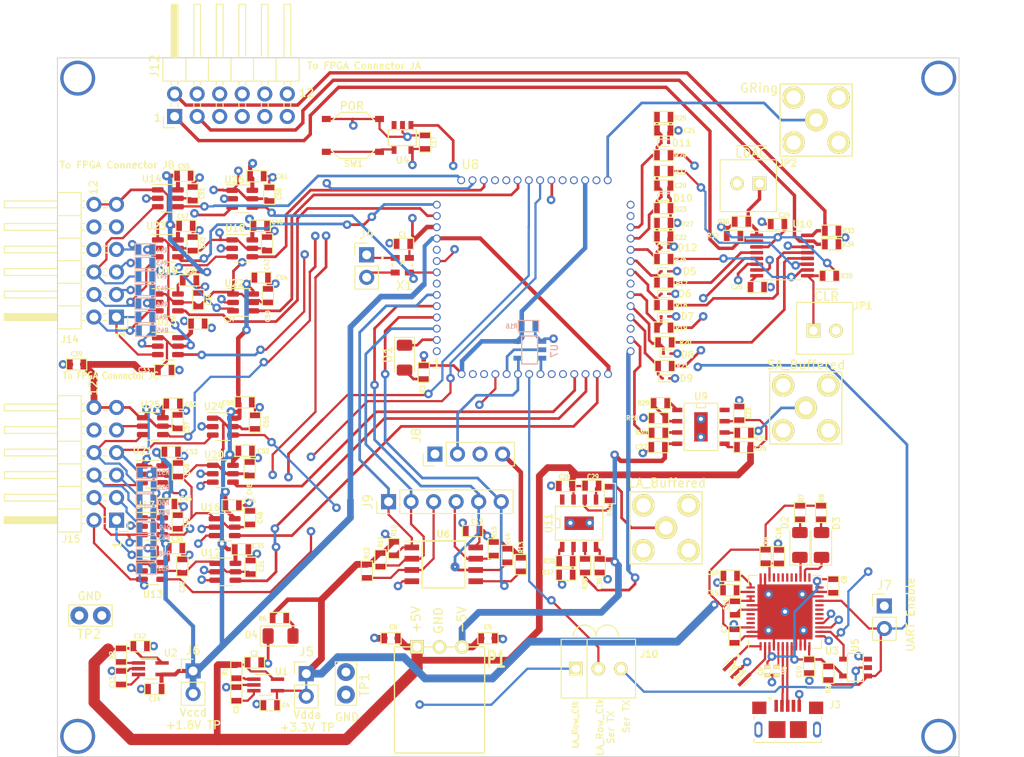
<source format=kicad_pcb>
(kicad_pcb (version 20221018) (generator pcbnew)
  (layers (0 "F.Cu" signal) (1 "In1.Cu" signal) (2 "In2.Cu" signal) (31 "B.Cu" signal) (34 "B.Paste" user) (35 "F.Paste" user) (36 "B.SilkS" user "B.Silkscreen") (37 "F.SilkS" user "F.Silkscreen") (38 "B.Mask" user) (39 "F.Mask" user) (44 "Edge.Cuts" user))
  (net 0 "")
  (net 1 "vdda")
  (net 2 "GND")
  (net 3 "+5V")
  (net 4 "Net-(C3-Pad1)")
  (net 5 "-5V")
  (net 6 "Net-(C13-Pad1)")
  (net 7 "vccd")
  (net 8 "Net-(C15-Pad2)")
  (net 9 "Net-(C16-Pad2)")
  (net 10 "Net-(C18-Pad2)")
  (net 11 "VREF")
  (net 12 "CSA_VREF")
  (net 13 "VBIAS")
  (net 14 "Net-(C26-Pad1)")
  (net 15 "Net-(C29-Pad1)")
  (net 16 "vcc_fpga")
  (net 17 "gpio")
  (net 18 "Net-(D1-Pad2)")
  (net 19 "Net-(D2-Pad1)")
  (net 20 "Net-(D2-Pad2)")
  (net 21 "Net-(D3-Pad1)")
  (net 22 "Net-(D3-Pad2)")
  (net 23 "Net-(D4-Pad2)")
  (net 24 "SF_IB")
  (net 25 "NB1")
  (net 26 "NB2")
  (net 27 "OUT_IB")
  (net 28 "AMP_IB")
  (net 30 "FTDI_D-")
  (net 31 "FTDI_D+")
  (net 34 "Net-(J4-Pad1)")
  (net 35 "UART_EN")
  (net 36 "mprj_io[5]_ser_rx")
  (net 37 "Caravel_CSB")
  (net 38 "Caravel_D1")
  (net 39 "~{MEM_WP}")
  (net 40 "~{MEM_HOLD}")
  (net 41 "Caravel_SCK")
  (net 42 "Caravel_D0")
  (net 43 "LA_row_clk")
  (net 44 "LA_row_clk__ser_tx")
  (net 45 "ser_tx")
  (net 46 "SYNC-")
  (net 47 "SCLK")
  (net 48 "Din")
  (net 49 "SA_Buffered")
  (net 50 "LA_Buffered")
  (net 51 "SA_row_sel0_fpga")
  (net 52 "SA_col_sel0_fpga")
  (net 53 "SA_row_sel1_fpga")
  (net 54 "SA_col_sel1_fpga")
  (net 55 "SA_row_sel2_fpga")
  (net 56 "SA_col_sel2_fpga")
  (net 57 "xclk_fpga")
  (net 59 "LA_row_rst_fpga")
  (net 60 "LA_col_rst_fpga")
  (net 61 "LA_row_data_in_fpga")
  (net 62 "LA__col_data_in_fpga")
  (net 63 "LA_row_ena_fpga")
  (net 64 "LA_col_ena_fpga")
  (net 65 "LA_row_clk_fpga")
  (net 66 "LA_col_clk_fpga")
  (net 67 "Net-(JP1-Pad1)")
  (net 68 "Net-(JP2-Pad1)")
  (net 69 "Gring")
  (net 70 "Net-(R1-Pad1)")
  (net 71 "Net-(R2-Pad1)")
  (net 72 "Net-(R5-Pad2)")
  (net 73 "SF_IB_DAC")
  (net 74 "NB1_DAC")
  (net 75 "NB2_DAC")
  (net 76 "OUT_IB_DAC")
  (net 77 "AMP_IB_DAC")
  (net 78 "VREF_DAC")
  (net 79 "CSA_VREF_DAC")
  (net 80 "VBIAS_DAC")
  (net 81 "SA_output")
  (net 82 "LA_output")
  (net 83 "~{MR}")
  (net 84 "Net-(U3-Pad1)")
  (net 85 "Net-(U3-Pad2)")
  (net 86 "USB_SCK_TXD")
  (net 87 "USB_SO_RXD")
  (net 88 "USB_SI")
  (net 89 "USB_CS1")
  (net 104 "~{RST}")
  (net 106 "xclk")
  (net 107 "SA_col_sel0")
  (net 108 "SA_col_sel1")
  (net 109 "SA_col_sel2")
  (net 110 "SA_row_sel0")
  (net 111 "SA_row_sel1")
  (net 112 "Net-(C25-Pad1)")
  (net 113 "SA_row_sel2")
  (net 114 "LA__col_data_in")
  (net 115 "LA_col_rst")
  (net 116 "LA_col_ena")
  (net 117 "LA_col_clk")
  (net 121 "LA_row_data_in")
  (net 122 "LA_row_rst")
  (net 123 "LA_row_ena")
  (net 131 "Net-(R37-Pad2)")
  (net 132 "Net-(R38-Pad2)")
  (net 133 "vdda2")
  (net 134 "vccd2")
  (net 135 "vdda1")
  (net 136 "Net-(R28-Pad2)")
  (net 137 "Net-(R29-Pad2)")
  (net 138 "Net-(R30-Pad2)")
  (net 139 "Net-(R31-Pad1)")
  (net 140 "Net-(R39-Pad2)")
  (net 141 "Net-(R40-Pad1)")
  (footprint "LED_SMD:LED_1206_3216Metric" (layer "F.Cu") (at 157.48 108.0262 90)
    (fp_text reference "D3")
    (fp_text value "LED - 17-215SURC/S530-A2/TR8" hide)
  )
  (footprint "Connector_PinHeader_2.54mm:PinHeader_2x06_P2.54mm_Horizontal" (layer "F.Cu") (at 78.0387 105.2322 180)
    (fp_text reference "J15")
    (fp_text value "Conn_02x06_Odd_Even" hide)
  )
  (footprint "dave:SIL-3" (layer "F.Cu") (at 132.334 121.9708)
    (fp_text reference "J10")
    (fp_text value "1x3_Jumper" hide)
  )
  (footprint "dave:SM0603" (layer "F.Cu") (at 118.1608 106.4514 180)
    (fp_text reference "C19")
    (fp_text value "0.1uf - CC0805KRX7R9BB104" hide)
  )
  (footprint "Diode_SMD:D_SOD-923" (layer "F.Cu") (at 139.827 82.2706)
    (fp_text reference "D7")
    (fp_text value "ESD106B1W0201" hide)
  )
  (footprint "dave:SM0603" (layer "F.Cu") (at 158.369 77.6986 180)
    (fp_text reference "R35")
    (fp_text value "10K" hide)
  )
  (footprint "dave:4-40_Reduced" (layer "F.Cu") (at 73.66 129.5908)
    (fp_text reference "S3" hide)
    (fp_text value "4-40" hide)
  )
  (footprint "LED_SMD:LED_1206_3216Metric" (layer "F.Cu") (at 110.49 86.9188 -90)
    (fp_text reference "D1")
    (fp_text value "LED - 17-215SURC/S530-A2/TR8" hide)
  )
  (footprint "dave:SM0603" (layer "F.Cu") (at 80.6958 119.4308 180)
    (fp_text reference "C12")
    (fp_text value "1uf - CC0805KKX5R8BB105" hide)
  )
  (footprint "dave:SM0603" (layer "F.Cu") (at 112.649 88.5698 -90)
    (fp_text reference "R3")
    (fp_text value "82 - 0805W8F820JT5E" hide)
  )
  (footprint "dave:SM0603" (layer "F.Cu") (at 93.853 66.4718 180)
    (fp_text reference "C61")
    (fp_text value "0.1uF" hide)
  )
  (footprint "dave:SM0603" (layer "F.Cu") (at 158.242 122.4788 -90)
    (fp_text reference "R9")
    (fp_text value "10k" hide)
  )
  (footprint "Diode_SMD:D_SOD-923" (layer "F.Cu") (at 139.827 77.1906)
    (fp_text reference "D5")
    (fp_text value "ESD106B1W0201" hide)
  )
  (footprint "strive_foot_prints:FCI_10118193-0001LF" (layer "F.Cu") (at 153.67 128.8288)
    (fp_text reference "J3")
    (fp_text value "USB_B_Micro - 10118193-0001LF" hide)
  )
  (footprint "dave:SM0603" (layer "F.Cu") (at 139.827 87.8586 180)
    (fp_text reference "R21")
    (fp_text value "2.49K" hide)
  )
  (footprint "dave:SM0603" (layer "F.Cu") (at 109.2962 108.4326 90)
    (fp_text reference "R10")
    (fp_text value "10k - RC0805FR-0710KL" hide)
  )
  (footprint "dave:SOT23-5" (layer "F.Cu") (at 110.2607 62.1284 180)
    (fp_text reference "U4")
    (fp_text value "MCP1319MT-29LE-OT" hide)
  )
  (footprint "dave:SM0603" (layer "F.Cu") (at 132.4864 110.3644 90)
    (fp_text reference "C30")
    (fp_text value "0.1uF" hide)
  )
  (footprint "LED_SMD:LED_1206_3216Metric" (layer "F.Cu") (at 155.0416 108.0262 90)
    (fp_text reference "D2")
    (fp_text value "LED - 17-215SURC/S530-A2/TR8" hide)
  )
  (footprint "Connector_PinHeader_2.54mm:PinHeader_1x04_P2.54mm_Vertical" (layer "F.Cu") (at 113.919 97.783 90)
    (fp_text reference "J8")
    (fp_text value "Conn_01x04_Female" hide)
  )
  (footprint "dave:SM0603" (layer "F.Cu") (at 86.615452 68.453 90)
    (fp_text reference "C51")
    (fp_text value "0.1uF" hide)
  )
  (footprint "Diode_SMD:D_SOD-923" (layer "F.Cu") (at 139.827 62.7126)
    (fp_text reference "D11")
    (fp_text value "ESD106B1W0201" hide)
  )
  (footprint "dave:SM0603" (layer "F.Cu") (at 86.2584 78.2066 180)
    (fp_text reference "C38")
    (fp_text value "0.1uF" hide)
  )
  (footprint "dave:SM0603" (layer "F.Cu") (at 84.4097 92.1004 180)
    (fp_text reference "C60")
    (fp_text value "0.1uF" hide)
  )
  (footprint "dave:SM0603" (layer "F.Cu") (at 92.5322 97.409 180)
    (fp_text reference "C52")
    (fp_text value "0.1uF" hide)
  )
  (footprint "dave:SM0603" (layer "F.Cu") (at 147.574 73.2028)
    (fp_text reference "R32")
    (fp_text value "10K" hide)
  )
  (footprint "dave:SM0603" (layer "F.Cu") (at 85.852 72.0598 180)
    (fp_text reference "C47")
    (fp_text value "0.1uF" hide)
  )
  (footprint "dave:SM0603" (layer "F.Cu") (at 139.7 61.3156)
    (fp_text reference "C21")
    (fp_text value "0.1uF" hide)
  )
  (footprint "strive_foot_prints:CSTNE12M0GH5L000R0" (layer "F.Cu") (at 147.955 122.3518 135)
    (fp_text reference "Y1")
    (fp_text value "CSTNE12M0GH5L000R0" hide)
  )
  (footprint "Package_TO_SOT_SMD:SOT-23-6" (layer "F.Cu") (at 83.82 74.5998)
    (fp_text reference "U19")
    (fp_text value "SN74LVC1T45DBV" hide)
  )
  (footprint "dave:SM0603" (layer "F.Cu") (at 93.0402 99.441 90)
    (fp_text reference "C48")
    (fp_text value "0.1uF" hide)
  )
  (footprint "dave:SOT23-5" (layer "F.Cu") (at 161.29 121.8438 90)
    (fp_text reference "U5")
    (fp_text value "SN74LVC1G125DCKR" hide)
  )
  (footprint "dave:SM0603" (layer "F.Cu") (at 93.6299 94.1832 90)
    (fp_text reference "C56")
    (fp_text value "0.1uF" hide)
  )
  (footprint "dave:SM0603" (layer "F.Cu") (at 82.3468 124.2568)
    (fp_text reference "C14")
    (fp_text value "10uf - CC0805KKX5R8BB106" hide)
  )
  (footprint "dave:SM0603" (layer "F.Cu") (at 139.319 92.0496)
    (fp_text reference "R29")
    (fp_text value "100" hide)
  )
  (footprint "dave:SM0603" (layer "F.Cu") (at 128.6411 101.3855)
    (fp_text reference "C28")
    (fp_text value "0.1uF" hide)
  )
  (footprint "dave:SM0603" (layer "F.Cu") (at 83.7946 103.4034 180)
    (fp_text reference "C45")
    (fp_text value "0.1uF" hide)
  )
  (footprint "dave:SM0603" (layer "F.Cu") (at 122.0724 109.22 90)
    (fp_text reference "R14")
    (fp_text value "10k - RC0805FR-0710KL" hide)
  )
  (footprint "dave:SM0603" (layer "F.Cu") (at 139.7 83.5406 180)
    (fp_text reference "R19")
    (fp_text value "24.9Meg" hide)
  )
  (footprint "dave:SMA" (layer "F.Cu") (at 155.702 92.583)
    (fp_text reference "J11" hide)
    (fp_text value "Conn_Coaxial" hide)
  )
  (footprint "dave:SM0603" (layer "F.Cu") (at 84.9575 99.5528 90)
    (fp_text reference "C49")
    (fp_text value "0.1uF" hide)
  )
  (footprint "Connector_PinHeader_2.54mm:PinHeader_1x02_P2.54mm_Vertical" (layer "F.Cu") (at 99.4156 122.5296)
    (fp_text reference "J5")
    (fp_text value "Conn_01x02_Male" hide)
  )
  (footprint "dave:SM0603" (layer "F.Cu") (at 131.5974 101.3474 180)
    (fp_text reference "C29")
    (fp_text value "0.1uF" hide)
  )
  (footprint "dave:SM0603" (layer "F.Cu") (at 152.6794 109.347 -90)
    (fp_text reference "C18")
    (fp_text value "0.01uf - CC0805JRX7R9BB103" hide)
  )
  (footprint "Package_TO_SOT_SMD:SOT-23-6" (layer "F.Cu") (at 90.0176 99.9998)
    (fp_text reference "U20")
    (fp_text value "SN74LVC1T45DBV" hide)
  )
  (footprint "dave:SM0603" (layer "F.Cu") (at 123.5964 110.236 90)
    (fp_text reference "R13")
    (fp_text value "10k - RC0805FR-0710KL" hide)
  )
  (footprint "dave:SM0603" (layer "F.Cu") (at 92.1258 108.5088 180)
    (fp_text reference "C35")
    (fp_text value "0.1uF" hide)
  )
  (footprint "dave:SM0603" (layer "F.Cu") (at 139.7 70.0786)
    (fp_text reference "R23")
    (fp_text value "2.74K" hide)
  )
  (footprint "dave:SM0603" (layer "F.Cu") (at 86.614 74.0918 90)
    (fp_text reference "C43")
    (fp_text value "0.1uF" hide)
  )
  (footprint "dave:SM0603" (layer "F.Cu") (at 148.209 93.1926 -90)
    (fp_text reference "C23")
    (fp_text value "0.1uF" hide)
  )
  (footprint "dave:4-40_Reduced" (layer "F.Cu") (at 170.688 55.4228)
    (fp_text reference "S2" hide)
    (fp_text value "4-40" hide)
  )
  (footprint "dave:SM0603" (layer "F.Cu") (at 84.9177 94.1324 90)
    (fp_text reference "C57")
    (fp_text value "0.1uF" hide)
  )
  (footprint "Package_DFN_QFN:QFN-48-1EP_8x8mm_P0.5mm_EP6.2x6.2mm" (layer "F.Cu") (at 153.3652 115.57 90)
    (fp_text reference "U3")
    (fp_text value "FT232H" hide)
  )
  (footprint "dave:SIL-3_RA" (layer "F.Cu") (at 114.4397 119.51395)
    (fp_text reference "P1")
    (fp_text value "CONN_3" hide)
  )
  (footprint "dave:SM0603" (layer "F.Cu") (at 93.5736 121.2596 180)
    (fp_text reference "C2")
    (fp_text value "1uf - CC0805KKX5R8BB105" hide)
  )
  (footprint "dave:SM0603" (layer "F.Cu") (at 157.4292 104.3686 90)
    (fp_text reference "R8")
    (fp_text value "150 - 0805W8J0151T5E" hide)
  )
  (footprint "dave:SM0603" (layer "F.Cu") (at 150.241 78.9686)
    (fp_text reference "C25")
    (fp_text value "1uF" hide)
  )
  (footprint "dave:SM0603" (layer "F.Cu") (at 84.6836 108.3818 180)
    (fp_text reference "C36")
    (fp_text value "0.1uF" hide)
  )
  (footprint "Package_TO_SOT_SMD:SOT-23-6" (layer "F.Cu") (at 82.042 110.9472)
    (fp_text reference "U13")
    (fp_text value "SN74LVC1T45DBV" hide)
  )
  (footprint "dave:SM0402" (layer "F.Cu") (at 151.384 122.2248 90)
    (fp_text reference "C9")
    (fp_text value "0.1uf - CC0805KRX7R9BB104" hide)
  )
  (footprint "dave:SM0603" (layer "F.Cu") (at 94.3356 77.9018 180)
    (fp_text reference "C54")
    (fp_text value "0.1uF" hide)
  )
  (footprint "TestPoint:TestPoint_Bridge_Pitch2.54mm_Drill1.0mm" (layer "F.Cu") (at 73.8378 115.9764)
    (fp_text reference "TP2")
    (fp_text value "TestPoint" hide)
  )
  (footprint "dave:SM0603" (layer "F.Cu") (at 95.25 68.5038 90)
    (fp_text reference "C58")
    (fp_text value "0.1uF" hide)
  )
  (footprint "dave:SM0603" (layer "F.Cu") (at 112.8007 62.6364 -90)
    (fp_text reference "C17")
    (fp_text value "0.1uf - CC0805KRX7R9BB104" hide)
  )
  (footprint "dave:SM0603" (layer "F.Cu") (at 93.1418 110.5408 90)
    (fp_text reference "C31")
    (fp_text value "0.1uF" hide)
  )
  (footprint "Package_TO_SOT_SMD:SOT-23-6" (layer "F.Cu") (at 83.82 85.6234)
    (fp_text reference "U14")
    (fp_text value "SN74LVC1T45DBV" hide)
  )
  (footprint "dave:SM0603" (layer "F.Cu") (at 85.619352 66.421 180)
    (fp_text reference "C55")
    (fp_text value "0.1uF" hide)
  )
  (footprint "dave:SM0603" (layer "F.Cu") (at 139.7 64.1096 180)
    (fp_text reference "R24")
    (fp_text value "1.07K" hide)
  )
  (footprint "Package_TO_SOT_SMD:SOT-353_SC-70-5_Handsoldering" (layer "F.Cu") (at 81.8388 121.9708)
    (fp_text reference "U2")
    (fp_text value "TAR5SxxU_SOT353F" hide)
  )
  (footprint "dave:SM0603" (layer "F.Cu") (at 139.827 85.1916 180)
    (fp_text reference "R20")
    (fp_text value "249K" hide)
  )
  (footprint "dave:SM0603" (layer "F.Cu") (at 95.0976 79.9338 90)
    (fp_text reference "C50")
    (fp_text value "0.1uF" hide)
  )
  (footprint "dave:SM0603" (layer "F.Cu") (at 85.4456 110.4138 90)
    (fp_text reference "C32")
    (fp_text value "0.1uF" hide)
  )
  (footprint "dave:SM0603" (layer "F.Cu") (at 91.5416 124.8156 90)
    (fp_text reference "C3")
    (fp_text value "0.01uf - CC0805KRX7R9BB103" hide)
  )
  (footprint "dave:SM0603" (layer "F.Cu") (at 84.1955 97.5208 180)
    (fp_text reference "C53")
    (fp_text value "0.1uF" hide)
  )
  (footprint "Connector_PinHeader_2.54mm:PinHeader_2x06_P2.54mm_Horizontal" (layer "F.Cu") (at 84.582 59.7408 90)
    (fp_text reference "J12")
    (fp_text value "Conn_02x06_Odd_Even" hide)
  )
  (footprint "dave:SM0603" (layer "F.Cu") (at 147.1422 113.1316)
    (fp_text reference "C15")
    (fp_text value "0.1uf - CC0805KRX7R9BB104" hide)
  )
  (footprint "Diode_SMD:D_SOD-923" (layer "F.Cu") (at 139.827 79.7306)
    (fp_text reference "D6")
    (fp_text value "ESD106B1W0201" hide)
  )
  (footprint "Package_SO:TSSOP-16_4.4x5mm_P0.65mm" (layer "F.Cu") (at 153.035 75.4126)
    (fp_text reference "U10")
    (fp_text value "DAC8568" hide)
  )
  (footprint "dave:SM0603" (layer "F.Cu") (at 108.966 118.5418 180)
    (fp_text reference "C6")
    (fp_text value "10uF" hide)
  )
  (footprint "dave:SM0603" (layer "F.Cu") (at 91.059 103.5558 180)
    (fp_text reference "C44")
    (fp_text value "0.1uF" hide)
  )
  (footprint "dave:SM0603" (layer "F.Cu") (at 133.6294 102.2364 90)
    (fp_text reference "R40")
    (fp_text value "49.9" hide)
  )
  (footprint "dave:SM0603" (layer "F.Cu") (at 139.065 97.0026)
    (fp_text reference "C27")
    (fp_text value "0.1uF" hide)
  )
  (footprint "dave:SM0603" (layer "F.Cu") (at 84.9376 105.4354 90)
    (fp_text reference "C41")
    (fp_text value "0.1uF" hide)
  )
  (footprint "dave:SM0603" (layer "F.Cu") (at 139.7 67.5386)
    (fp_text reference "C20")
    (fp_text value "0.1uF" hide)
  )
  (footprint "dave:SM0603" (layer "F.Cu") (at 139.1031 93.7359)
    (fp_text reference "R28")
    (fp_text value "100" hide)
  )
  (footprint "Package_TO_SOT_SMD:SOT-23-6" (layer "F.Cu") (at 82.042 105.918)
    (fp_text reference "U17")
    (fp_text value "SN74LVC1T45DBV" hide)
  )
  (footprint "dave:SM0603" (layer "F.Cu") (at 139.7 65.8876 180)
    (fp_text reference "R22")
    (fp_text value "1.07K" hide)
  )
  (footprint "Connector_PinHeader_2.54mm:PinHeader_1x02_P2.54mm_Vertical" (layer "F.Cu") (at 86.6648 122.2248)
    (fp_text reference "J6")
    (fp_text value "Conn_01x02_Male" hide)
  )
  (footprint "dave:SM0603" (layer "F.Cu") (at 139.7 78.4606 180)
    (fp_text reference "R17")
    (fp_text value "10Meg" hide)
  )
  (footprint "Package_TO_SOT_SMD:SOT-23-6" (layer "F.Cu") (at 92.202 74.5998)
    (fp_text reference "U18")
    (fp_text value "SN74LVC1T45DBV" hide)
  )
  (footprint "dave:SO-8_EP" (layer "F.Cu") (at 130.1651 105.5765)
    (fp_text reference "U11")
    (fp_text value "ADA4899" hide)
  )
  (footprint "dave:SM0603" (layer "F.Cu") (at 151.1808 109.3216 90)
    (fp_text reference "R4")
    (fp_text value "10k - RC0805FR-0710KL" hide)
  )
  (footprint "dave:SM0603" (layer "F.Cu") (at 87.1982 83.0834 180)
    (fp_text reference "C37")
    (fp_text value "0.1uF" hide)
  )
  (footprint "dave:SIL-2" (layer "F.Cu") (at 157.8356 83.8708)
    (fp_text reference "JP1")
    (fp_text value "Jumper_2_Open" hide)
  )
  (footprint "Package_TO_SOT_SMD:SOT-23-6" (layer "F.Cu") (at 92.3036 80.6958)
    (fp_text reference "U22")
    (fp_text value "SN74LVC1T45DBV" hide)
  )
  (footprint "dave:SM0603" (layer "F.Cu") (at 78.5368 120.4468 90)
    (fp_text reference "R2")
    (fp_text value "10k" hide)
  )
  (footprint "dave:SM0402" (layer "F.Cu") (at 152.4 122.2248 90)
    (fp_text reference "R5")
    (fp_text value "12K 1% - 0805W8F1202T5E" hide)
  )
  (footprint "dave:4-40_Reduced" (layer "F.Cu") (at 73.66 55.4228)
    (fp_text reference "S1" hide)
    (fp_text value "4-40" hide)
  )
  (footprint "dave:SM0603" (layer "F.Cu") (at 73.533 87.6808 180)
    (fp_text reference "C39")
    (fp_text value "2.2uF" hide)
  )
  (footprint "dave:SM0603" (layer "F.Cu") (at 87.249 80.391 90)
    (fp_text reference "C34")
    (fp_text value "0.1uF" hide)
  )
  (footprint "dave:SMA" (layer "F.Cu") (at 156.8704 60.1472)
    (fp_text reference "P2" hide)
    (fp_text value "SMA" hide)
  )
  (footprint "dave:SM0603" (layer "F.Cu") (at 147.7264 115.1382 90)
    (fp_text reference "C11")
    (fp_text value "0.1uf - CC0805KRX7R9BB104" hide)
  )
  (footprint "dave:SM0603" (layer "F.Cu") (at 83.4644 88.3158)
    (fp_text reference "C33")
    (fp_text value "0.1uF" hide)
  )
  (footprint "dave:SM0603" (layer "F.Cu") (at 106.2482 110.9726 90)
    (fp_text reference "R12")
    (fp_text value "10k - RC0805FR-0710KL" hide)
  )
  (footprint "dave:SM0603" (layer "F.Cu") (at 158.623 72.6186 180)
    (fp_text reference "R33")
    (fp_text value "10K" hide)
  )
  (footprint "Connector_PinHeader_2.54mm:PinHeader_1x02_P2.54mm_Vertical" (layer "F.Cu") (at 106.2228 75.3314)
    (fp_text reference "J4")
    (fp_text value "Conn_01x02_Male" hide)
  )
  (footprint "dave:SM0603" (layer "F.Cu") (at 139.1031 95.3869)
    (fp_text reference "R30")
    (fp_text value "49.9" hide)
  )
  (footprint "dave:SM0603" (layer "F.Cu") (at 152.527 71.8566 180)
    (fp_text reference "C24")
    (fp_text value "1uF" hide)
  )
  (footprint "Package_TO_SOT_SMD:SOT-23-6" (layer "F.Cu") (at 83.82 68.961)
    (fp_text reference "U23")
    (fp_text value "SN74LVC1T45DBV" hide)
  )
  (footprint "strive_foot_prints:SOIC127P790X216-8N" (layer "F.Cu") (at 114.9096 110.2106)
    (fp_text reference "U6")
    (fp_text value "W25Q32FVSS" hide)
  )
  (footprint "Package_TO_SOT_SMD:SOT-23-6" (layer "F.Cu") (at 83.82 80.6958)
    (fp_text reference "U15")
    (fp_text value "SN74LVC1T45DBV" hide)
  )
  (footprint "Package_TO_SOT_SMD:SOT-23-6" (layer "F.Cu") (at 90.2208 106.0196)
    (fp_text reference "U16")
    (fp_text value "SN74LVC1T45DBV" hide)
  )
  (footprint "TestPoint:TestPoint_Bridge_Pitch2.54mm_Drill1.0mm" (layer "F.Cu") (at 103.886 124.8918 90)
    (fp_text reference "TP1")
    (fp_text value "TestPoint" hide)
  )
  (footprint "Package_TO_SOT_SMD:SOT-23-6" (layer "F.Cu") (at 90.297 111.0488)
    (fp_text reference "U12")
    (fp_text value "SN74LVC1T45DBV" hide)
  )
  (footprint "dave:SMA" (layer "F.Cu") (at 139.954 106.0958)
    (fp_text reference "J13" hide)
    (fp_text value "Conn_Coaxial" hide)
  )
  (footprint "dave:SM0603" (layer "F.Cu") (at 128.6764 109.8564 180)
    (fp_text reference "R38")
    (fp_text value "100" hide)
  )
  (footprint "dave:SIL-2" (layer "F.Cu") (at 149.225 67.2846 180)
    (fp_text reference "JP2")
    (fp_text value "Jumper_2_Open" hide)
  )
  (footprint "dave:SM0603" (layer "F.Cu") (at 107.7722 109.7026 90)
    (fp_text reference "R11")
    (fp_text value "10k - RC0805FR-0710KL" hide)
  )
  (footprint "dave:4-40_Reduced" (layer "F.Cu") (at 170.688 129.5908)
    (fp_text reference "S4" hide)
    (fp_text value "4-40" hide)
  )
  (footprint "dave:SM0603" (layer "F.Cu") (at 148.7551 95.3869)
    (fp_text reference "R31")
    (fp_text value "49.9" hide)
  )
  (footprint "Package_TO_SOT_SMD:SOT-23-6" (layer "F.Cu") (at 82.042 100.0608)
    (fp_text reference "U21")
    (fp_text value "SN74LVC1T45DBV" hide)
  )
  (footprint "dave:SM0603" (layer "F.Cu") (at 130.8354 110.3644 90)
    (fp_text reference "R39")
    (fp_text value "49.9" hide)
  )
  (footprint "dave:SM0603" (layer "F.Cu") (at 94.996 74.0918 90)
    (fp_text reference "C42")
    (fp_text value "0.1uF" hide)
  )
  (footprint "strive_foot_prints:DSC6001JE1A-010.0000" (layer "F.Cu") (at 110.236 76.5048)
    (fp_text reference "X1")
    (fp_text value "DSC6001_10MHZ" hide)
  )
  (footprint "dave:SM0603" (layer "F.Cu") (at 78.5368 122.9868 90)
    (fp_text reference "C13")
    (fp_text value "0.01uf - CC0805KRX7R9BB103" hide)
  )
  (footprint "dave:SM0603" (layer "F.Cu") (at 147.193 111.506)
    (fp_text reference "C16")
    (fp_text value "0.1uf - CC0805KRX7R9BB104" hide)
  )
  (footprint "dave:SM0603" (layer "F.Cu") (at 92.5123 91.948 180)
    (fp_text reference "C59")
    (fp_text value "0.1uF" hide)
  )
  (footprint "Connector_PinHeader_2.54mm:PinHeader_1x06_P2.54mm_Vertical" (layer "F.Cu") (at 108.6866 103.1494 90)
    (fp_text reference "J9")
    (fp_text value "Conn_01x06_Female" hide)
  )
  (footprint "Connector_PinHeader_2.54mm:PinHeader_1x02_P2.54mm_Vertical" (layer "F.Cu") (at 164.5567 114.9019)
    (fp_text reference "J7")
    (fp_text value "Conn_01x02_Female" hide)
  )
  (footprint "dave:SM0603" (layer "F.Cu") (at 110.363 74.0918)
    (fp_text reference "C1")
    (fp_text value "0.1uf - CC0805KRX7R9BB104" hide)
  )
  (footprint "dave:SM0603" (layer "F.Cu") (at 139.7 75.7936 180)
    (fp_text reference "R26")
    (fp_text value "1.07K" hide)
  )
  (footprint "Package_TO_SOT_SMD:SOT-353_SC-70-5_Handsoldering" (layer "F.Cu") (at 94.8436 123.7996)
    (fp_text reference "U1")
    (fp_text value "TAR5SxxU_SOT353F" hide)
  )
  (footprint "dave:SM0603" (layer "F.Cu") (at 158.8008 112.649 90)
    (fp_text reference "C8")
    (fp_text value "0.1uf - CC0805KRX7R9BB104" hide)
  )
  (footprint "dave:SM0603" (layer "F.Cu") (at 95.3516 126.0856)
    (fp_text reference "C4")
    (fp_text value "10uf - CC0805KKX5R8BB106" hide)
  )
  (footprint "dave:SM0603" (layer "F.Cu") (at 139.7 81.0006 180)
    (fp_text reference "R18")
    (fp_text value "2.49Meg" hide)
  )
  (footprint "Diode_SMD:D_SOD-923" (layer "F.Cu") (at 139.827 74.5236)
    (fp_text reference "D12")
    (fp_text value "ESD106B1W0201" hide)
  )
  (footprint "dave:SM0603" (layer "F.Cu") (at 139.7 59.7916)
    (fp_text reference "R25")
    (fp_text value "2.74K" hide)
  )
  (footprint "Package_TO_SOT_SMD:SOT-23-6" (layer "F.Cu") (at 82.1237 94.6404)
    (fp_text reference "U25")
    (fp_text value "SN74LVC1T45DBV" hide)
  )
  (footprint "dave:SM0603" (layer "F.Cu") (at 120.5484 108.458 90)
    (fp_text reference "R15")
    (fp_text value "10k - RC0805FR-0710KL" hide)
  )
  (footprint "dave:SM0603" (layer "F.Cu") (at 155.067 104.3686 90)
    (fp_text reference "R7")
    (fp_text value "150 - 0805W8J0151T5E" hide)
  )
  (footprint "Diode_SMD:D_SOD-923" (layer "F.Cu") (at 139.827 68.8086)
    (fp_text reference "D10")
    (fp_text value "ESD106B1W0201" hide)
  )
  (footprint "LED_SMD:LED_1206_3216Metric" (layer "F.Cu") (at 96.52 118.2878)
    (fp_text reference "D4")
    (fp_text value "LED - 17-215SURC/S530-A2/TR8" hide)
  )
  (footprint "Diode_SMD:D_SOD-923" (layer "F.Cu") (at 139.954 89.2556)
    (fp_text reference "D9")
    (fp_text value "ESD106B1W0201" hide)
  )
  (footprint "dave:SM0603" (layer "F.Cu") (at 91.5416 122.2756 90)
    (fp_text reference "R1")
    (fp_text value "10k" hide)
  )
  (footprint "Package_TO_SOT_SMD:SOT-23-6" (layer "F.Cu") (at 90.0176 94.6912)
    (fp_text reference "U24")
    (fp_text value "SN74LVC1T45DBV" hide)
  )
  (footprint "dave:SM0603" (layer "F.Cu") (at 93.091 104.9528 90)
    (fp_text reference "C40")
    (fp_text value "0.1uF" hide)
  )
  (footprint "dave:SM0603" (layer "F.Cu") (at 94.234 72.0598 180)
    (fp_text reference "C46")
    (fp_text value "0.1uF" hide)
  )
  (footprint "dave:SO-8_EP" (layer "F.Cu") (at 143.891 94.7166 -90)
    (fp_text reference "U9")
    (fp_text value "ADA4899" hide)
  )
  (footprint "dave:SM0603" (layer "F.Cu") (at 158.623 74.1426 180)
    (fp_text reference "R34")
    (fp_text value "10K" hide)
  )
  (footprint "Diode_SMD:D_SOD-923" (layer "F.Cu") (at 140.081 86.4616)
    (fp_text reference "D8")
    (fp_text value "ESD106B1W0201" hide)
  )
  (footprint "dave:SM0603" (layer "F.Cu") (at 139.7 71.7296)
    (fp_text reference "R27")
    (fp_text value "2.74K" hide)
  )
  (footprint "strive_foot_prints:SW4-SMD-5.2X5.2X1.5MM" (layer "F.Cu") (at 104.6727 61.8744)
    (fp_text reference "SW1")
    (fp_text value "SW_Push - SKQGADE010" hide)
  )
  (footprint "dave:SM0603" (layer "F.Cu") (at 128.6764 111.3804)
    (fp_text reference "R37")
    (fp_text value "100" hide)
  )
  (footprint "dave:SM0603" (layer "F.Cu") (at 148.463 71.6026)
    (fp_text reference "R36")
    (fp_text value "10K" hide)
  )
  (footprint "dave:Caravel_Carrier_Footprint" (layer "F.Cu") (at 124.5362 77.851 -90)
    (fp_text reference "U8")
    (fp_text value "Caravel_Footprint" hide)
  )
  (footprint "dave:SM0603" (layer "F.Cu") (at 147.6756 118.2878 90)
    (fp_text reference "C7")
    (fp_text value "0.1uf - CC0805KRX7R9BB104" hide)
  )
  (footprint "dave:SM0603" (layer "F.Cu") (at 148.717 97.0026)
    (fp_text reference "C26")
    (fp_text value "0.1uF" hide)
  )
  (footprint "Connector_PinHeader_2.54mm:PinHeader_2x06_P2.54mm_Horizontal" (layer "F.Cu") (at 78.0288 82.3468 180)
    (fp_text reference "J14")
    (fp_text value "Conn_02x06_Odd_Even" hide)
  )
  (footprint "dave:SM0603" (layer "F.Cu") (at 139.7 73.2536)
    (fp_text reference "C22")
    (fp_text value "0.1uF" hide)
  )
  (footprint "dave:SM0603" (layer "F.Cu") (at 119.888 118.5418)
    (fp_text reference "C5")
    (fp_text value "10uF" hide)
  )
  (footprint "Package_TO_SOT_SMD:SOT-23-6" (layer "F.Cu") (at 92.202 69.0118)
    (fp_text reference "U26")
    (fp_text value "SN74LVC1T45DBV" hide)
  )
  (footprint "dave:SM0603" (layer "F.Cu") (at 156.083 121.6914 90)
    (fp_text reference "C10")
    (fp_text value "0.1uf - CC0805KRX7R9BB104" hide)
  )
  (footprint "dave:SM0603" (layer "F.Cu") (at 96.393 116.2558)
    (fp_text reference "R6")
    (fp_text value "82 - 0805W8F820JT5E" hide)
  )
  (footprint "dave:SM0603" (layer "B.Cu") (at 81.407 102.8954)
    (fp_text reference "R50")
    (fp_text value "10.0k" hide)
  )
  (footprint "dave:SM0603" (layer "B.Cu") (at 81.407 106.0704)
    (fp_text reference "R49")
    (fp_text value "10.0k" hide)
  )
  (footprint "dave:SM0603" (layer "B.Cu") (at 81.28 74.7268)
    (fp_text reference "R44")
    (fp_text value "10.0k" hide)
  )
  (footprint "dave:SM0603" (layer "B.Cu") (at 81.407 107.5944)
    (fp_text reference "R53")
    (fp_text value "10.0k" hide)
  )
  (footprint "dave:SM0603" (layer "B.Cu") (at 81.407 104.4194)
    (fp_text reference "R54")
    (fp_text value "10.0k" hide)
  )
  (footprint "dave:SM0603" (layer "B.Cu") (at 81.28 82.3468)
    (fp_text reference "R41")
    (fp_text value "10.0k" hide)
  )
  (footprint "dave:SM0603" (layer "B.Cu") (at 81.28 79.2988)
    (fp_text reference "R42")
    (fp_text value "10.0k" hide)
  )
  (footprint "dave:SM0603" (layer "B.Cu") (at 81.407 109.1438)
    (fp_text reference "R48")
    (fp_text value "10.0k" hide)
  )
  (footprint "dave:SM0603" (layer "B.Cu") (at 81.28 80.8228)
    (fp_text reference "R46")
    (fp_text value "10.0k" hide)
  )
  (footprint "dave:SM0603" (layer "B.Cu") (at 81.3308 83.8708)
    (fp_text reference "R45")
    (fp_text value "10.0k" hide)
  )
  (footprint "dave:SM0603" (layer "B.Cu") (at 81.4523 101.407)
    (fp_text reference "R55")
    (fp_text value "10.0k" hide)
  )
  (footprint "dave:SOT23-5" (layer "B.Cu") (at 124.587 86.0298 -90)
    (fp_text reference "U7")
    (fp_text value "SN74LVC1G125DCKR" hide)
  )
  (footprint "dave:SM0603" (layer "B.Cu") (at 124.46 83.3628)
    (fp_text reference "R16")
    (fp_text value "10k" hide)
  )
  (footprint "dave:SM0603" (layer "B.Cu") (at 81.407 110.6678)
    (fp_text reference "R52")
    (fp_text value "10.0k" hide)
  )
  (footprint "dave:SM0603" (layer "B.Cu") (at 81.28 76.2508)
    (fp_text reference "R43")
    (fp_text value "10.0k" hide)
  )
  (footprint "dave:SM0603" (layer "B.Cu") (at 81.4523 99.883)
    (fp_text reference "R51")
    (fp_text value "10.0k" hide)
  )
  (footprint "dave:SM0603" (layer "B.Cu") (at 81.28 77.7748)
    (fp_text reference "R47")
    (fp_text value "10.0k" hide)
  )
  (gr_arc (start 129.499354 118.3132) (mid 130.776977 117.048214) (end 132.0546 118.3132) (stroke (width 0.15)) (layer "F.SilkS"))
  (gr_arc (start 132.039354 118.3132) (mid 133.316977 117.048214) (end 134.5946 118.3132) (stroke (width 0.15)) (layer "F.SilkS"))
  (gr_line (start 71.374 53.1368) (end 172.974 53.1368) (stroke (width 0.1)) (layer "Edge.Cuts"))
  (gr_line (start 172.974 131.8768) (end 71.374 131.8768) (stroke (width 0.1)) (layer "Edge.Cuts"))
  (gr_line (start 172.974 53.1368) (end 172.974 131.8768) (stroke (width 0.1)) (layer "Edge.Cuts"))
  (gr_line (start 71.374 131.8768) (end 71.374 53.1368) (stroke (width 0.1)) (layer "Edge.Cuts"))
  (gr_text "12" (at 99.441 57.0738) (layer "F.SilkS") (effects (font (size 0.889 0.889))))
  (gr_text "~{LDAC}" (at 149.5806 63.8556) (layer "F.SilkS") (effects (font (size 1 1))))
  (gr_text "GND" (at 75.0062 113.792) (layer "F.SilkS") (effects (font (size 0.889 0.889))))
  (gr_text "+5V" (at 111.7953 116.4209 90) (layer "F.SilkS") (effects (font (size 1 1))))
  (gr_text "POR" (at 104.544 58.558) (layer "F.SilkS") (effects (font (size 0.889 0.889))))
  (gr_text "To FPGA Connector JC" (at 77.3938 88.9508) (layer "F.SilkS") (effects (font (size 0.762 0.635))))
  (gr_text "UART Enable" (at 167.513 115.8748 90) (layer "F.SilkS") (effects (font (size 0.889 0.889))))
  (gr_text "Ser TX" (at 135.4836 127.3556 90) (layer "F.SilkS") (effects (font (size 0.762 0.762) (thickness 0.127))))
  (gr_text "GND" (at 114.3099 116.5479 90) (layer "F.SilkS") (effects (font (size 1 1))))
  (gr_text "LA_Row_Clk\nSer TX" (at 133.1214 128.5748 90) (layer "F.SilkS") (effects (font (size 0.762 0.762) (thickness 0.127))))
  (gr_text "1" (at 78.105 108.0008 90) (layer "F.SilkS") (effects (font (size 0.889 0.889))))
  (gr_text "-5V" (at 116.9515 116.4463 90) (layer "F.SilkS") (effects (font (size 1 1))))
  (gr_text "Vccd\n+1.8V TP" (at 86.6902 127.6096) (layer "F.SilkS") (effects (font (size 0.889 0.889))))
  (gr_text "Vdda\n+3.3V TP" (at 99.5426 127.8636) (layer "F.SilkS") (effects (font (size 0.889 0.889))))
  (gr_text "GND" (at 104.013 127.4318) (layer "F.SilkS") (effects (font (size 0.889 0.889))))
  (gr_text "1" (at 114.119 87.583) (layer "F.SilkS") (effects (font (size 1 1) (thickness 0.2))))
  (gr_text "To FPGA Connector JA" (at 105.918 54.0258) (layer "F.SilkS") (effects (font (size 0.762 0.762))))
  (gr_text "12" (at 75.438 67.7418 90) (layer "F.SilkS") (effects (font (size 0.889 0.889))))
  (gr_text "1" (at 78.486 84.2518 90) (layer "F.SilkS") (effects (font (size 0.889 0.889))))
  (gr_text "1" (at 82.677 59.8678) (layer "F.SilkS") (effects (font (size 0.889 0.889))))
  (gr_text "LA_Row_Clk" (at 129.7432 128.27 90) (layer "F.SilkS") (effects (font (size 0.635 0.635))))
  (gr_text "SA_Buffered" (at 155.7274 87.7316) (layer "F.SilkS") (effects (font (size 1 1))))
  (gr_text "~{CLR}" (at 158.0388 80.01) (layer "F.SilkS") (effects (font (size 1 1))))
  (gr_text "To FPGA Connector JB" (at 78.105 65.2018) (layer "F.SilkS") (effects (font (size 0.762 0.762))))
  (gr_text "GRing" (at 150.4442 56.5404) (layer "F.SilkS") (effects (font (size 1 1))))
  (gr_text "12" (at 75.438 90.3478 90) (layer "F.SilkS") (effects (font (size 0.889 0.889))))
  (gr_text "LA_Buffered" (at 140.1064 101.0412) (layer "F.SilkS") (effects (font (size 1 1))))
  (segment (start 109.2962 107.6706) (end 109.1946 107.6706) (width 0.3048) (layer "F.Cu") (net 1))
  (segment (start 100.0506 121.8946) (end 99.4156 122.5296) (width 0.254) (layer "F.Cu") (net 1))
  (segment (start 105.1052 110.2106) (end 106.2482 110.2106) (width 0.762) (layer "F.Cu") (net 1))
  (segment (start 147.066 114.3762) (end 147.7264 114.3762) (width 0.254) (layer "F.Cu") (net 1))
  (segment (start 111.379 73.152) (end 111.379 71.1962) (width 0.3048) (layer "F.Cu") (net 1))
  (segment (start 156.979755 112.098753) (end 156.979755 112.559555) (width 0.3048) (layer "F.Cu") (net 1))
  (segment (start 149.4902 114.32) (end 149.4902 113.82) (width 0.254) (layer "F.Cu") (net 1))
  (segment (start 150.1725 74.4376) (end 151.47 74.4376) (width 0.3048) (layer "F.Cu") (net 1))
  (segment (start 96.1736 124.4496) (end 98.7956 124.4496) (width 0.254) (layer "F.Cu") (net 1))
  (segment (start 116.0272 87.8078) (end 116.967 88.7476) (width 0.3048) (layer "F.Cu") (net 1))
  (segment (start 158.888 121.7168) (end 159.965 122.7938) (width 0.3048) (layer "F.Cu") (net 1))
  (segment (start 151.384 121.2088) (end 151.6126 120.9802) (width 0.254) (layer "F.Cu") (net 1))
  (segment (start 156.083 119.4772) (end 156.1152 119.445) (width 0.254) (layer "F.Cu") (net 1))
  (segment (start 151.384 121.77522) (end 151.384 121.2088) (width 0.254) (layer "F.Cu") (net 1))
  (segment (start 112.649 87.8078) (end 112.649 86.6902) (width 0.508) (layer "F.Cu") (net 1))
  (segment (start 144.8562 110.9726) (end 147.2692 108.5596) (width 0.254) (layer "F.Cu") (net 1))
  (segment (start 151.6126 119.4476) (end 151.6152 119.445) (width 0.254) (layer "F.Cu") (net 1))
  (segment (start 106.2482 110.2106) (end 106.5022 110.2106) (width 0.508) (layer "F.Cu") (net 1))
  (segment (start 146.4056 116.8908) (end 146.4056 115.2906) (width 0.254) (layer "F.Cu") (net 1))
  (segment (start 106.5022 110.2106) (end 107.7722 108.9406) (width 0.508) (layer "F.Cu") (net 1))
  (segment (start 147.1549 72.1487) (end 147.701 71.6026) (width 0.3048) (layer "F.Cu") (net 1))
  (segment (start 151.6126 120.9802) (end 151.6126 120.4976) (width 0.254) (layer "F.Cu") (net 1))
  (segment (start 101.1268 120.8184) (end 101.1268 114.189) (width 0.762) (layer "F.Cu") (net 1))
  (segment (start 147.5994 117.4496) (end 147.6756 117.5258) (width 0.254) (layer "F.Cu") (net 1))
  (segment (start 147.1168 72.1868) (end 146.177 72.1868) (width 0.254) (layer "F.Cu") (net 1))
  (segment (start 157.191508 111.887) (end 156.979755 112.098753) (width 0.254) (layer "F.Cu") (net 1))
  (segment (start 146.4056 115.062) (end 145.7833 114.4397) (width 0.254) (layer "F.Cu") (net 1))
  (segment (start 149.4902 114.32) (end 147.7826 114.32) (width 0.254) (layer "F.Cu") (net 1))
  (segment (start 144.8562 113.5126) (end 144.8562 110.9726) (width 0.254) (layer "F.Cu") (net 1))
  (segment (start 111.7219 73.4949) (end 111.379 73.152) (width 0.3048) (layer "F.Cu") (net 1))
  (segment (start 147.7826 114.32) (end 147.7264 114.3762) (width 0.254) (layer "F.Cu") (net 1))
  (segment (start 151.1808 105.7402) (end 153.3144 103.6066) (width 0.254) (layer "F.Cu") (net 1))
  (segment (start 118.5096 108.1092) (end 118.9228 107.696) (width 0.254) (layer "F.Cu") (net 1))
  (segment (start 145.7833 114.4397) (end 144.8562 113.5126) (width 0.254) (layer "F.Cu") (net 1))
  (segment (start 158.242 121.7168) (end 158.888 121.7168) (width 0.3048) (layer "F.Cu") (net 1))
  (segment (start 146.4056 115.2906) (end 146.4056 115.0366) (width 0.254) (layer "F.Cu") (net 1))
  (segment (start 154.1152 119.445) (end 154.1152 120.6126) (width 0.254) (layer "F.Cu") (net 1))
  (segment (start 146.4056 115.2906) (end 146.4056 115.062) (width 0.254) (layer "F.Cu") (net 1))
  (segment (start 147.0406 117.5258) (end 146.4056 116.8908) (width 0.254) (layer "F.Cu") (net 1))
  (segment (start 146.4056 115.0366) (end 147.066 114.3762) (width 0.254) (layer "F.Cu") (net 1))
  (segment (start 101.1268 114.189) (end 105.1052 110.2106) (width 0.762) (layer "F.Cu") (net 1))
  (segment (start 108.0262 108.9406) (end 109.2962 107.6706) (width 0.508) (layer "F.Cu") (net 1))
  (segment (start 145.3896 114.7572) (end 145.7071 114.4397) (width 0.3048) (layer "F.Cu") (net 1))
  (segment (start 151.7775 120.4976) (end 151.8791 120.5992) (width 0.254) (layer "F.Cu") (net 1))
  (segment (start 121.3104 107.696) (end 122.0724 108.458) (width 0.508) (layer "F.Cu") (net 1))
  (segment (start 156.083 120.9294) (end 157.3276 120.9294) (width 0.3048) (layer "F.Cu") (net 1))
  (segment (start 111.379 65.2018) (end 111.379 63.6217) (width 0.3048) (layer "F.Cu") (net 1))
  (segment (start 120.5484 107.696) (end 121.3104 107.696) (width 0.508) (layer "F.Cu") (net 1))
  (segment (start 152.5524 73.3552) (end 153.289 72.6186) (width 0.3048) (layer "F.Cu") (net 1))
  (segment (start 112.649 86.6902) (end 112.6744 86.6648) (width 0.508) (layer "F.Cu") (net 1))
  (segment (start 112.8007 63.3984) (end 111.2657 63.3984) (width 0.254) (layer "F.Cu") (net 1))
  (segment (start 111.379 63.6217) (end 111.2107 63.4534) (width 0.3048) (layer "F.Cu") (net 1))
  (segment (start 123.5964 99.8404) (end 123.5964 109.474) (width 0.508) (layer "F.Cu") (net 1))
  (segment (start 111.125 74.0918) (end 111.7219 73.4949) (width 0.508) (layer "F.Cu") (net 1))
  (segment (start 119.3038 106.4514) (end 118.9228 106.4514) (width 0.508) (layer "F.Cu") (net 1))
  (segment (start 145.7071 114.4397) (end 145.7833 114.4397) (width 0.3048) (layer "F.Cu") (net 1))
  (segment (start 157.3276 120.9294) (end 157.4546 120.9294) (width 0.3048) (layer "F.Cu") (net 1))
  (segment (start 112.649 87.8078) (end 116.0272 87.8078) (width 0.3048) (layer "F.Cu") (net 1))
  (segment (start 151.6126 120.4976) (end 151.6126 119.4476) (width 0.254) (layer "F.Cu") (net 1))
  (segment (start 111.7219 73.4949) (end 113.0183 72.1985) (width 0.508) (layer "F.Cu") (net 1))
  (segment (start 111.2657 63.3984) (end 111.2107 63.4534) (width 0.254) (layer "F.Cu") (net 1))
  (segment (start 109.1946 107.6706) (end 108.3056 106.7816) (width 0.3048) (layer "F.Cu") (net 1))
  (segment (start 95.631 115.9002) (end 97.3422 114.189) (width 0.508) (layer "F.Cu") (net 1))
  (segment (start 122.0724 108.458) (end 122.5804 108.458) (width 0.508) (layer "F.Cu") (net 1))
  (segment (start 151.6126 120.4976) (end 151.7775 120.4976) (width 0.254) (layer "F.Cu") (net 1))
  (segment (start 147.8814 117.32) (end 147.6756 117.5258) (width 0.254) (layer "F.Cu") (net 1))
  (segment (start 156.979755 112.559555) (end 157.2402 112.82) (width 0.254) (layer "F.Cu") (net 1))
  (segment (start 159.131 77.6986) (end 159.131 77.2668) (width 0.254) (layer "F.Cu") (net 1))
  (segment (start 147.1549 72.1487) (end 147.1168 72.1868) (width 0.254) (layer "F.Cu") (net 1))
  (segment (start 113.0183 72.1985) (end 114.173 72.1985) (width 0.508) (layer "F.Cu") (net 1))
  (segment (start 96.1136 126.0856) (end 96.1136 124.5096) (width 0.254) (layer "F.Cu") (net 1))
  (segment (start 147.5994 116.967) (end 147.5994 117.4496) (width 0.254) (layer "F.Cu") (net 1))
  (segment (start 151.47 74.4376) (end 152.5524 73.3552) (width 0.3048) (layer "F.Cu") (net 1))
  (segment (start 146.812 73.2028) (end 146.812 72.4916) (width 0.3048) (layer "F.Cu") (net 1))
  (segment (start 97.3422 114.189) (end 101.1268 114.189) (width 0.508) (layer "F.Cu") (net 1))
  (segment (start 147.2692 108.5596) (end 151.1808 108.5596) (width 0.254) (layer "F.Cu") (net 1))
  (segment (start 146.812 72.4916) (end 147.1549 72.1487) (width 0.3048) (layer "F.Cu") (net 1))
  (segment (start 153.289 72.6186) (end 153.289 71.8566) (width 0.3048) (layer "F.Cu") (net 1))
  (segment (start 155.067 103.6066) (end 157.4292 103.6066) (width 0.254) (layer "F.Cu") (net 1))
  (segment (start 111.0361 75.6793) (end 111.0361 74.1807) (width 0.254) (layer "F.Cu") (net 1))
  (segment (start 119.3038 106.4514) (end 120.5484 107.696) (width 0.508) (layer "F.Cu") (net 1))
  (segment (start 100.0506 121.8946) (end 101.1268 120.8184) (width 0.762) (layer "F.Cu") (net 1))
  (segment (start 151.1808 108.5596) (end 151.1808 105.7402) (width 0.254) (layer "F.Cu") (net 1))
  (segment (start 98.7956 124.4496) (end 99.4156 125.0696) (width 0.254) (layer "F.Cu") (net 1))
  (segment (start 154.1152 120.6126) (end 154.432 120.9294) (width 0.254) (layer "F.Cu") (net 1))
  (segment (start 156.083 120.9294) (end 156.083 119.4772) (width 0.254) (layer "F.Cu") (net 1))
  (segment (start 122.5804 108.458) (end 123.5964 109.474) (width 0.508) (layer "F.Cu") (net 1))
  (segment (start 149.4902 117.32) (end 147.8814 117.32) (width 0.254) (layer "F.Cu") (net 1))
  (segment (start 107.7722 108.9406) (end 108.0262 108.9406) (width 0.508) (layer "F.Cu") (net 1))
  (segment (start 158.8008 111.887) (end 157.191508 111.887) (width 0.254) (layer "F.Cu") (net 1))
  (segment (start 154.432 120.9294) (end 156.083 120.9294) (width 0.254) (layer "F.Cu") (net 1))
  (segment (start 153.3144 103.6066) (end 155.067 103.6066) (width 0.254) (layer "F.Cu") (net 1))
  (segment (start 147.6756 117.5258) (end 147.0406 117.5258) (width 0.254) (layer "F.Cu") (net 1))
  (segment (start 159.131 77.2668) (end 158.115 76.2508) (width 0.254) (layer "F.Cu") (net 1))
  (segment (start 96.1136 124.5096) (end 96.1736 124.4496) (width 0.254) (layer "F.Cu") (net 1))
  (segment (start 118.5096 108.3056) (end 118.5096 108.1092) (width 0.254) (layer "F.Cu") (net 1))
  (segment (start 111.0361 74.1807) (end 111.125 74.0918) (width 0.254) (layer "F.Cu") (net 1))
  (segment (start 118.9228 107.696) (end 118.9228 106.4514) (width 0.254) (layer "F.Cu") (net 1))
  (segment (start 157.4546 120.9294) (end 158.242 121.7168) (width 0.3048) (layer "F.Cu") (net 1))
  (segment (start 95.631 116.2558) (end 95.631 115.9002) (width 0.508) (layer "F.Cu") (net 1))
  (segment (start 121.539 97.783) (end 123.5964 99.8404) (width 0.508) (layer "F.Cu") (net 1))
  (via (at 151.8791 120.5992) (size 0.9652) (drill 0.4572) (layers "F.Cu" "B.Cu") (net 1))
  (via (at 147.5994 116.967) (size 0.9652) (drill 0.4572) (layers "F.Cu" "B.Cu") (net 1))
  (via (at 146.177 72.1868) (size 0.9652) (drill 0.4572) (layers "F.Cu" "B.Cu") (net 1))
  (via (at 152.5524 73.3552) (size 0.9652) (drill 0.4572) (layers "F.Cu" "B.Cu") (net 1))
  (via (at 154.432 120.9294) (size 0.9652) (drill 0.4572) (layers "F.Cu" "B.Cu") (net 1))
  (via (at 111.379 71.1962) (size 0.9652) (drill 0.4572) (layers "F.Cu" "B.Cu") (net 1))
  (via (at 111.379 65.2018) (size 0.9652) (drill 0.4572) (layers "F.Cu" "B.Cu") (net 1))
  (via (at 119.8118 107.0102) (size 0.9652) (drill 0.4572) (layers "F.Cu" "B.Cu") (net 1))
  (via (at 145.3896 114.7572) (size 0.9652) (drill 0.4572) (layers "F.Cu" "B.Cu") (net 1))
  (via (at 158.115 76.2508) (size 0.9652) (drill 0.4572) (layers "F.Cu" "B.Cu") (net 1))
  (via (at 112.6744 86.6648) (size 0.9652) (drill 0.4572) (layers "F.Cu" "B.Cu") (net 1))
  (via (at 108.3056 106.7816) (size 0.9652) (drill 0.4572) (layers "F.Cu" "B.Cu") (net 1))
  (via (at 156.979755 112.098753) (size 0.9652) (drill 0.4572) (layers "F.Cu" "B.Cu") (net 1))
  (segment (start 157.988 76.2508) (end 155.0924 73.3552) (width 0.254) (layer "B.Cu") (net 1))
  (segment (start 154.432 120.9294) (end 154.432 115.591352) (width 0.3048) (layer "B.Cu") (net 1))
  (segment (start 101.1174 122.5296) (end 99.4156 122.5296) (width 0.889) (layer "B.Cu") (net 1))
  (segment (start 120.396 123.063) (end 112.8014 123.063) (width 0.889) (layer "B.Cu") (net 1))
  (segment (start 123.262 85.0798) (end 123.698 84.6438) (width 0.635) (layer "B.Cu") (net 1))
  (segment (start 99.4156 125.0696) (end 99.4156 122.5296) (width 0.254) (layer "B.Cu") (net 1))
  (segment (start 156.979755 113.043597) (end 156.979755 112.098753) (width 0.3048) (layer "B.Cu") (net 1))
  (segment (start 124.5362 118.9228) (end 120.396 123.063) (width 0.889) (layer "B.Cu") (net 1))
  (segment (start 154.1018 120.5992) (end 154.432 120.9294) (width 0.254) (layer "B.Cu") (net 1))
  (segment (start 123.698 84.6438) (end 123.698 83.3628) (width 0.508) (layer "B.Cu") (net 1))
  (segment (start 156.4132 113.610152) (end 156.979755 113.043597) (width 0.3048) (layer "B.Cu") (net 1))
  (segment (start 102.9716 120.6754) (end 101.1174 122.5296) (width 0.889) (layer "B.Cu") (net 1))
  (segment (start 147.3454 73.3552) (end 152.5524 73.3552) (width 0.254) (layer "B.Cu") (net 1))
  (segment (start 155.0924 73.3552) (end 152.5524 73.3552) (width 0.254) (layer "B.Cu") (net 1))
  (segment (start 141.224 118.9228) (end 124.5362 118.9228) (width 0.889) (layer "B.Cu") (net 1))
  (segment (start 130.8469 74.5551) (end 130.8469 66.929) (width 0.508) (layer "B.Cu") (net 1))
  (segment (start 123.698 83.3628) (end 123.698 81.704) (width 0.508) (layer "B.Cu") (net 1))
  (segment (start 116.967 87.2998) (end 119.187 85.0798) (width 0.508) (layer "B.Cu") (net 1))
  (segment (start 112.8014 123.063) (end 110.4138 120.6754) (width 0.889) (layer "B.Cu") (net 1))
  (segment (start 116.967 88.7476) (end 116.967 87.2998) (width 0.508) (layer "B.Cu") (net 1))
  (segment (start 146.177 72.1868) (end 147.3454 73.3552) (width 0.254) (layer "B.Cu") (net 1))
  (segment (start 158.115 76.2508) (end 157.988 76.2508) (width 0.254) (layer "B.Cu") (net 1))
  (segment (start 145.3896 114.7572) (end 141.224 118.9228) (width 0.889) (layer "B.Cu") (net 1))
  (segment (start 119.187 85.0798) (end 123.262 85.0798) (width 0.508) (layer "B.Cu") (net 1))
  (segment (start 154.432 115.591352) (end 156.4132 113.610152) (width 0.3048) (layer "B.Cu") (net 1))
  (segment (start 110.4138 120.6754) (end 102.9716 120.6754) (width 0.889) (layer "B.Cu") (net 1))
  (segment (start 151.8791 120.5992) (end 154.1018 120.5992) (width 0.254) (layer "B.Cu") (net 1))
  (segment (start 123.698 81.704) (end 130.8469 74.5551) (width 0.508) (layer "B.Cu") (net 1))
  (segment (start 109.4359 77.3303) (end 106.7639 77.3303) (width 0.254) (layer "F.Cu") (net 2))
  (segment (start 152.4 122.67438) (end 151.96058 122.67438) (width 0.254) (layer "F.Cu") (net 2))
  (segment (start 140.374 89.2556) (end 140.97 89.2556) (width 0.3048) (layer "F.Cu") (net 2))
  (segment (start 94.615 66.4718) (end 95.504 66.4718) (width 0.254) (layer "F.Cu") (net 2))
  (segment (start 87.249 78.994) (end 87.249 78.359) (width 0.254) (layer "F.Cu") (net 2))
  (segment (start 85.4456 109.6518) (end 85.4456 109.1184) (width 0.254) (layer "F.Cu") (net 2))
  (segment (start 85.1861 98.4606) (end 85.6433 98.0034) (width 0.3048) (layer "F.Cu") (net 2))
  (segment (start 156.083 122.4534) (end 156.083 123.2916) (width 0.254) (layer "F.Cu") (net 2))
  (segment (start 93.2942 98.0694) (end 93.2942 97.409) (width 0.3048) (layer "F.Cu") (net 2))
  (segment (start 92.8878 108.5088) (end 92.8878 109.3216) (width 0.254) (layer "F.Cu") (net 2))
  (segment (start 95.631 72.8472) (end 95.8342 72.644) (width 0.254) (layer "F.Cu") (net 2))
  (segment (start 148.082 119.0498) (end 148.8118 118.32) (width 0.254) (layer "F.Cu") (net 2))
  (segment (start 94.9706 121.2596) (end 95.0976 121.3866) (width 0.254) (layer "F.Cu") (net 2))
  (segment (start 101.6727 60.0244) (end 104.6184 60.0244) (width 0.254) (layer "F.Cu") (net 2))
  (segment (start 93.2942 98.425) (end 93.2942 98.0694) (width 0.3048) (layer "F.Cu") (net 2))
  (segment (start 138.3411 93.7359) (end 137.4493 93.7359) (width 0.3048) (layer "F.Cu") (net 2))
  (segment (start 127.0635 101.3855) (end 127.0254 101.3474) (width 0.254) (layer "F.Cu") (net 2))
  (segment (start 107.6727 60.0244) (end 107.6727 61.1222) (width 0.254) (layer "F.Cu") (net 2))
  (segment (start 85.4456 109.1184) (end 85.471 109.1438) (width 0.254) (layer "F.Cu") (net 2))
  (segment (start 117.3988 105.8926) (end 117.0432 105.537) (width 0.254) (layer "F.Cu") (net 2))
  (segment (start 88.4428 83.566) (end 87.9602 83.0834) (width 0.3048) (layer "F.Cu") (net 2))
  (segment (start 84.2264 88.3158) (end 85.1154 88.3158) (width 0.254) (layer "F.Cu") (net 2))
  (segment (start 93.6299 92.4814) (end 94.1379 92.4814) (width 0.254) (layer "F.Cu") (net 2))
  (segment (start 148.209 92.4306) (end 148.209 91.7194) (width 0.254) (layer "F.Cu") (net 2))
  (segment (start 81.809352 68.961) (end 82.683952 68.961) (width 0.254) (layer "F.Cu") (net 2))
  (segment (start 81.4578 119.4308) (end 82.2148 119.4308) (width 0.254) (layer "F.Cu") (net 2))
  (segment (start 159.385 73.3806) (end 159.385 72.6186) (width 0.3048) (layer "F.Cu") (net 2))
  (segment (start 108.204 118.5418) (end 107.1344 118.5418) (width 0.762) (layer "F.Cu") (net 2))
  (segment (start 143.891 94.7166) (end 143.891 95.8596) (width 0.254) (layer "F.Cu") (net 2))
  (segment (start 91.7956 123.7996) (end 93.5136 123.7996) (width 0.254) (layer "F.Cu") (net 2))
  (segment (start 157.2402 113.32) (end 158.7098 113.32) (width 0.254) (layer "F.Cu") (net 2))
  (segment (start 140.247 73.4686) (end 140.462 73.2536) (width 0.3048) (layer "F.Cu") (net 2))
  (segment (start 82.2148 119.4308) (end 82.2198 119.4258) (width 0.254) (layer "F.Cu") (net 2))
  (segment (start 89.0833 106.0196) (end 87.8332 106.0196) (width 0.254) (layer "F.Cu") (net 2))
  (segment (start 153.3652 115.7986) (end 151.511 117.6528) (width 0.762) (layer "F.Cu") (net 2))
  (segment (start 137.3378 97.6635) (end 137.6421 97.6635) (width 0.254) (layer "F.Cu") (net 2))
  (segment (start 155.6152 119.445) (end 155.6152 117.82) (width 0.254) (layer "F.Cu") (net 2))
  (segment (start 87.9348 78.994) (end 88.011 78.9178) (width 0.254) (layer "F.Cu") (net 2))
  (segment (start 132.4864 111.1264) (end 132.6134 111.1264) (width 0.254) (layer "F.Cu") (net 2))
  (segment (start 85.1717 93.0601) (end 85.344 92.8878) (width 0.3048) (layer "F.Cu") (net 2))
  (segment (start 153.3652 115.57) (end 155.448 117.6528) (width 0.762) (layer "F.Cu") (net 2))
  (segment (start 162.665 120.8938) (end 161.991 120.8938) (width 0.254) (layer "F.Cu") (net 2))
  (segment (start 95.0976 78.6638) (end 95.8596 78.6638) (width 0.254) (layer "F.Cu") (net 2))
  (segment (start 153.1152 115.32) (end 153.3652 115.57) (width 0.254) (layer "F.Cu") (net 2))
  (segment (start 159.385 74.1426) (end 159.385 73.3806) (width 0.3048) (layer "F.Cu") (net 2))
  (segment (start 140.462 70.0786) (end 140.462 71.7296) (width 0.3048) (layer "F.Cu") (net 2))
  (segment (start 86.615452 67.1521) (end 86.869452 67.1521) (width 0.254) (layer "F.Cu") (net 2))
  (segment (start 88.8801 99.9998) (end 87.503 99.9998) (width 0.254) (layer "F.Cu") (net 2))
  (segment (start 150.6152 111.695) (end 150.6152 112.693) (width 0.254) (layer "F.Cu") (net 2))
  (segment (start 88.7476 83.566) (end 88.4936 83.82) (width 0.254) (layer "F.Cu") (net 2))
  (segment (start 95.0976 78.6638) (end 95.0976 79.1718) (width 0.254) (layer "F.Cu") (net 2))
  (segment (start 93.8022 98.0694) (end 93.9546 98.2218) (width 0.3048) (layer "F.Cu") (net 2))
  (segment (start 148.3066 115.32) (end 149.4902 115.32) (width 0.254) (layer "F.Cu") (net 2))
  (segment (start 88.7476 83.566) (end 88.4428 83.566) (width 0.3048) (layer "F.Cu") (net 2))
  (segment (start 127.8791 101.3855) (end 127.0635 101.3855) (width 0.254) (layer "F.Cu") (net 2))
  (segment (start 95.12 121.3642) (end 95.0976 121.3866) (width 0.3048) (layer "F.Cu") (net 2))
  (segment (start 140.247 79.7306) (end 141.0208 79.7306) (width 0.254) (layer "F.Cu") (net 2))
  (segment (start 93.6299 92.4814) (end 93.6299 92.3036) (width 0.254) (layer "F.Cu") (net 2))
  (segment (start 91.3185 69.0118) (end 90.17 69.0118) (width 0.254) (layer "F.Cu") (net 2))
  (segment (start 87.8332 106.0196) (end 87.63 106.2228) (width 0.254) (layer "F.Cu") (net 2))
  (segment (start 146.3802 111.5568) (end 146.431 111.506) (width 0.254) (layer "F.Cu") (net 2))
  (segment (start 151.96058 123.42622) (end 151.96058 122.67438) (width 0.254) (layer "F.Cu") (net 2))
  (segment (start 146.3802 112.2934) (end 145.7706 112.2934) (width 0.254) (layer "F.Cu") (net 2))
  (segment (start 89.858853 80.319688) (end 90.234965 80.6958) (width 0.254) (layer "F.Cu") (net 2))
  (segment (start 94.996 73.3298) (end 94.996 72.8472) (width 0.254) (layer "F.Cu") (net 2))
  (segment (start 86.615452 66.6551) (end 86.381352 66.421) (width 0.254) (layer "F.Cu") (net 2))
  (segment (start 156.083 123.2916) (end 156.1084 123.317) (width 0.254) (layer "F.Cu") (net 2))
  (segment (start 131.3053 105.5765) (end 131.3434 105.5384) (width 0.254) (layer "F.Cu") (net 2))
  (segment (start 130.1651 105.5765) (end 129.2225 105.5765) (width 0.254) (layer "F.Cu") (net 2))
  (segment (start 107.1344 118.5418) (end 107.0963 118.5037) (width 0.762) (layer "F.Cu") (net 2))
  (segment (start 108.5815 62.031) (end 110.8167 62.031) (width 0.254) (layer "F.Cu") (net 2))
  (segment (start 92.8878 109.3216) (end 92.8878 109.5248) (width 0.254) (layer "F.Cu") (net 2))
  (segment (start 81.026 100.0608) (end 81.761854 100.0608) (width 0.254) (layer "F.Cu") (net 2))
  (segment (start 128.244 112.483) (end 127.9144 112.1534) (width 0.254) (layer "F.Cu") (net 2))
  (segment (start 93.5482 109.3216) (end 93.853 109.0168) (width 0.254) (layer "F.Cu") (net 2))
  (segment (start 140.247 74.5236) (end 140.247 73.9766) (width 0.3048) (layer "F.Cu") (net 2))
  (segment (start 146.3802 112.2934) (end 146.3802 111.5568) (width 0.254) (layer "F.Cu") (net 2))
  (segment (start 94.1379 92.4814) (end 94.1633 92.5068) (width 0.254) (layer "F.Cu") (net 2))
  (segment (start 85.598 103.6828) (end 85.598 104.013) (width 0.254) (layer "F.Cu") (net 2))
  (segment (start 140.247 77.1906) (end 141.1732 77.1906) (width 0.254) (layer "F.Cu") (net 2))
  (segment (start 120.65 118.5418) (end 121.4854 118.5418) (width 0.762) (layer "F.Cu") (net 2))
  (segment (start 140.462 61.3156) (end 141.351 61.3156) (width 0.3048) (layer "F.Cu") (net 2))
  (segment (start 84.9177 93.3704) (end 85.1717 93.1164) (width 0.254) (layer "F.Cu") (net 2))
  (segment (start 149.4902 118.32) (end 150.8438 118.32) (width 0.254) (layer "F.Cu") (net 2))
  (segment (start 145.7706 112.2934) (end 145.7452 112.268) (width 0.254) (layer "F.Cu") (net 2))
  (segment (start 79.692998 110.6043) (end 79.8195 110.6043) (width 0.254) (layer "F.Cu") (net 2))
  (segment (start 85.3186 103.4034) (end 85.598 103.6828) (width 0.3048) (layer "F.Cu") (net 2))
  (segment (start 104.6184 60.0244) (end 107.6727 60.0244) (width 0.254) (layer "F.Cu") (net 2))
  (segment (start 92.8878 109.5248) (end 93.1418 109.7788) (width 0.254) (layer "F.Cu") (net 2))
  (segment (start 140.423 73.9766) (end 140.843 74.3966) (width 0.3048) (layer "F.Cu") (net 2))
  (segment (start 140.247 68.8086) (end 140.247 67.7536) (width 0.3048) (layer "F.Cu") (net 2))
  (segment (start 88.095686 111.0488) (end 87.900937 110.854051) (width 0.254) (layer "F.Cu") (net 2))
  (segment (start 91.0645 74.5998) (end 89.789 74.5998) (width 0.254) (layer "F.Cu") (net 2))
  (segment (start 132.6134 111.1264) (end 133.3754 111.8884) (width 0.254) (layer "F.Cu") (net 2))
  (segment (start 154.6152 118.4856) (end 155.448 117.6528) (width 0.254) (layer "F.Cu") (net 2))
  (segment (start 140.462 70.0786) (end 140.462 69.0236) (width 0.3048) (layer "F.Cu") (net 2))
  (segment (start 93.9546 126.0856) (end 93.8276 125.9586) (width 0.254) (layer "F.Cu") (net 2))
  (segment (start 87.249 72.6948) (end 87.376 72.5678) (width 0.254) (layer "F.Cu") (net 2))
  (segment (start 127.9144 112.1534) (end 127.9144 111.3804) (width 0.254) (layer "F.Cu") (net 2))
  (segment (start 91.5416 124.0536) (end 91.7956 123.7996) (width 0.254) (layer "F.Cu") (net 2))
  (segment (start 109.601 74.0918) (end 108.8898 74.0918) (width 0.254) (layer "F.Cu") (net 2))
  (segment (start 93.6299 93.4212) (end 93.6299 92.4814) (width 0.254) (layer "F.Cu") (net 2))
  (segment (start 140.247 67.7536) (end 140.462 67.5386) (width 0.3048) (layer "F.Cu") (net 2))
  (segment (start 81.5086 74.7522) (end 81.661 74.5998) (width 0.254) (layer "F.Cu") (net 2))
  (segment (start 155.6152 113.32) (end 153.3652 115.57) (width 0.254) (layer "F.Cu") (net 2))
  (segment (start 137.4493 93.7359) (end 137.414 93.7006) (width 0.3048) (layer "F.Cu") (net 2))
  (segment (start 81.2038 85.6234) (end 80.899 85.3186) (width 0.254) (layer "F.Cu") (net 2))
  (segment (start 151.003 71.8566) (end 150.749 71.6026) (width 0.3048) (layer "F.Cu") (net 2))
  (segment (start 151.96058 122.67438) (end 151.384 122.67438) (width 0.254) (layer "F.Cu") (net 2))
  (segment (start 140.247 73.9766) (end 140.423 73.9766) (width 0.3048) (layer "F.Cu") (net 2))
  (segment (start 85.1717 93.1164) (end 85.1717 93.0601) (width 0.254) (layer "F.Cu") (net 2))
  (segment (start 154.6152 119.445) (end 154.6152 118.4856) (width 0.254) (layer "F.Cu") (net 2))
  (segment (start 94.996 72.8472) (end 95.631 72.8472) (width 0.254) (layer "F.Cu") (net 2))
  (segment (start 78.5368 122.2248) (end 77.5208 122.2248) (width 0.254) (layer "F.Cu") (net 2))
  (segment (start 91.821 103.5558) (end 92.456 103.5558) (width 0.254) (layer "F.Cu") (net 2))
  (segment (start 84.9575 98.7908) (end 84.9575 98.4606) (width 0.3048) (layer "F.Cu") (net 2))
  (segment (start 95.12 118.2878) (end 95.12 121.3642) (width 0.3048) (layer "F.Cu") (net 2))
  (segment (start 151.3438 117.82) (end 151.511 117.6528) (width 0.254) (layer "F.Cu") (net 2))
  (segment (start 95.8596 78.6638) (end 95.9358 78.5876) (width 0.254) (layer "F.Cu") (net 2))
  (segment (start 104.6184 60.0244) (end 104.6184 60.651) (width 0.3048) (layer "F.Cu") (net 2))
  (segment (start 92.71 103.5558) (end 92.964 103.3018) (width 0.254) (layer "F.Cu") (net 2))
  (segment (start 157.2402 113.32) (end 155.6152 113.32) (width 0.254) (layer "F.Cu") (net 2))
  (segment (start 110.2607 61.5258) (end 110.2607 60.7534) (width 0.254) (layer "F.Cu") (net 2))
  (segment (start 85.4456 109.1184) (end 85.4456 108.3818) (width 0.254) (layer "F.Cu") (net 2))
  (segment (start 93.0402 98.679) (end 93.2942 98.425) (width 0.3048) (layer "F.Cu") (net 2))
  (segment (start 147.7264 115.9002) (end 148.3066 115.32) (width 0.254) (layer "F.Cu") (net 2))
  (segment (start 83.1905 80.6958) (end 81.5594 80.6958) (width 0.254) (layer "F.Cu") (net 2))
  (segment (start 149.4902 117.82) (end 151.3438 117.82) (width 0.254) (layer "F.Cu") (net 2))
  (segment (start 95.0976 77.9018) (end 95.0976 78.6638) (width 0.254) (layer "F.Cu") (net 2))
  (segment (start 87.249 78.359) (end 87.0966 78.2066) (width 0.254) (layer "F.Cu") (net 2))
  (segment (start 110.6093 61.8744) (end 110.2607 61.5258) (width 0.254) (layer "F.Cu") (net 2))
  (segment (start 121.4854 118.5418) (end 121.5743 118.6307) (width 0.762) (layer "F.Cu") (net 2))
  (segment (start 161.991 120.8938) (end 161.6456 120.5484) (width 0.254) (layer "F.Cu") (net 2))
  (segment (start 140.247 82.2706) (end 141.097 82.2706) (width 0.3048) (layer "F.Cu") (net 2))
  (segment (start 92.456 103.5558) (end 93.091 104.1908) (width 0.254) (layer "F.Cu") (net 2))
  (segment (start 78.4705 94.6404) (end 78.0387 95.0722) (width 0.254) (layer "F.Cu") (net 2))
  (segment (start 140.462 73.2536) (end 140.462 72.4916) (width 0.3048) (layer "F.Cu") (net 2))
  (segment (start 93.2942 98.0694) (end 93.8022 98.0694) (width 0.3048) (layer "F.Cu") (net 2))
  (segment (start 150.8438 118.32) (end 151.511 117.6528) (width 0.254) (layer "F.Cu") (net 2))
  (segment (start 80.5088 121.9708) (end 79.5528 121.9708) (width 0.254) (layer "F.Cu") (net 2))
  (segment (start 110.9733 61.8744) (end 110.8167 62.031) (width 0.254) (layer "F.Cu") (net 2))
  (segment (start 72.771 87.6808) (end 72.009 87.6808) (width 0.762) (layer "F.Cu") (net 2))
  (segment (start 153.3652 115.5446) (end 155.321 113.5888) (width 0.762) (layer "F.Cu") (net 2))
  (segment (start 129.2225 105.5765) (end 129.1844 105.5384) (width 0.254) (layer "F.Cu") (net 2))
  (segment (start 140.247 73.9766) (end 140.247 73.4686) (width 0.3048) (layer "F.Cu") (net 2))
  (segment (start 92.456 103.5558) (end 92.71 103.5558) (width 0.254) (layer "F.Cu") (net 2))
  (segment (start 148.8118 118.32) (end 149.4902 118.32) (width 0.254) (layer "F.Cu") (net 2))
  (segment (start 85.471 109.1438) (end 86.233 109.1438) (width 0.254) (layer "F.Cu") (net 2))
  (segment (start 79.2988 122.2248) (end 78.5368 122.2248) (width 0.254) (layer "F.Cu") (net 2))
  (segment (start 84.9575 98.4606) (end 85.1861 98.4606) (width 0.3048) (layer "F.Cu") (net 2))
  (segment (start 130.1651 105.5765) (end 131.3053 105.5765) (width 0.254) (layer "F.Cu") (net 2))
  (segment (start 153.688895 74.3007) (end 153.825795 74.4376) (width 0.3048) (layer "F.Cu") (net 2))
  (segment (start 79.5528 121.9708) (end 79.2988 122.2248) (width 0.254) (layer "F.Cu") (net 2))
  (segment (start 137.6421 97.6635) (end 138.303 97.0026) (width 0.254) (layer "F.Cu") (net 2))
  (segment (start 112.8007 61.8744) (end 111.1765 61.8744) (width 0.254) (layer "F.Cu") (net 2))
  (segment (start 88.8801 94.6912) (end 87.6554 94.6912) (width 0.3048) (layer "F.Cu") (net 2))
  (segment (start 158.7098 113.32) (end 158.8008 113.411) (width 0.254) (layer "F.Cu") (net 2))
  (segment (start 151.1152 111.695) (end 151.1152 113.32) (width 0.254) (layer "F.Cu") (net 2))
  (segment (start 86.614 73.3298) (end 86.614 72.6948) (width 0.254) (layer "F.Cu") (net 2))
  (segment (start 152.6152 114.82) (end 153.3652 115.57) (width 0.254) (layer "F.Cu") (net 2))
  (segment (start 87.249 78.994) (end 87.9348 78.994) (width 0.254) (layer "F.Cu") (net 2))
  (segment (start 140.462 71.7296) (end 141.224 71.7296) (width 0.3048) (layer "F.Cu") (net 2))
  (segment (start 152.1152 119.445) (end 152.1152 118.257) (width 0.254) (layer "F.Cu") (net 2))
  (segment (start 81.5594 80.6958) (end 81.4832 80.772) (width 0.254) (layer "F.Cu") (net 2))
  (segment (start 140.247 62.7126) (end 140.247 61.5306) (width 0.3048) (layer "F.Cu") (net 2))
  (segment (start 95.25 67.7418) (end 95.25 66.9798) (width 0.254) (layer "F.Cu") (net 2))
  (segment (start 152.6794 108.585) (end 152.6794 107.9754) (width 0.254) (layer "F.Cu") (net 2))
  (segment (start 151.1152 113.32) (end 153.3652 115.57) (width 0.254) (layer "F.Cu") (net 2))
  (segment (start 159.385 73.3806) (end 160.147 73.3806) (width 0.3048) (layer "F.Cu") (net 2))
  (segment (start 153.3652 115.443) (end 151.511 113.5888) (width 0.762) (layer "F.Cu") (net 2))
  (segment (start 149.4902 114.82) (end 152.6152 114.82) (width 0.254) (layer "F.Cu") (net 2))
  (segment (start 81.407 68.961) (end 81.3816 68.9864) (width 0.3048) (layer "F.Cu") (net 2))
  (segment (start 149.4902 115.32) (end 153.1152 115.32) (width 0.254) (layer "F.Cu") (net 2))
  (segment (start 86.615452 67.1521) (end 86.615452 66.6551) (width 0.254) (layer "F.Cu") (net 2))
  (segment (start 111.1765 61.8744) (end 110.6093 61.8744) (width 0.254) (layer "F.Cu") (net 2))
  (segment (start 89.1595 111.0488) (end 88.095686 111.0488) (width 0.254) (layer "F.Cu") (net 2))
  (segment (start 86.615452 67.691) (end 86.615452 67.1521) (width 0.254) (layer "F.Cu") (net 2))
  (segment (start 153.3652 115.57) (end 153.3652 115.5446) (width 0.762) (layer "F.Cu") (net 2))
  (segment (start 155.1152 119.445) (end 155.1152 117.9856) (width 0.254) (layer "F.Cu") (net 2))
  (segment (start 85.598 104.013) (end 84.9376 104.6734) (width 0.254) (layer "F.Cu") (net 2))
  (segment (start 95.504 66.4718) (end 95.631 66.5988) (width 0.254) (layer "F.Cu") (net 2))
  (segment (start 94.996 72.8472) (end 94.996 72.0598) (width 0.254) (layer "F.Cu") (net 2))
  (segment (start 91.5416 124.0536) (end 90.3986 124.0536) (width 0.254) (layer "F.Cu") (net 2))
  (segment (start 81.5848 124.2568) (end 80.8228 124.2568) (width 0.254) (layer "F.Cu") (net 2))
  (segment (start 147.6756 119.0498) (end 148.082 119.0498) (width 0.254) (layer "F.Cu") (net 2))
  (segment (start 95.25 66.9798) (end 95.631 66.5988) (width 0.254) (layer "F.Cu") (net 2))
  (segment (start 84.9575 98.4606) (end 84.9575 97.5208) (width 0.3048) (layer "F.Cu") (net 2))
  (segment (start 81.809352 68.961) (end 81.407 68.961) (width 0.3048) (layer "F.Cu") (net 2))
  (segment (start 84.5566 103.4034) (end 85.3186 103.4034) (width 0.3048) (layer "F.Cu") (net 2))
  (segment (start 110.2868 112.1156) (end 109.7534 112.649) (width 0.254) (layer "F.Cu") (net 2))
  (segment (start 86.614 72.6948) (end 87.249 72.6948) (width 0.254) (layer "F.Cu") (net 2))
  (segment (start 80.9862 94.6404) (end 78.4705 94.6404) (width 0.254) (layer "F.Cu") (net 2))
  (segment (start 146.3802 113.1316) (end 146.3802 112.2934) (width 0.254) (layer "F.Cu") (net 2))
  (segment (start 141.1732 77.1906) (end 141.1986 77.1652) (width 0.254) (layer "F.Cu") (net 2))
  (segment (start 150.6152 112.693) (end 151.511 113.5888) (width 0.254) (layer "F.Cu") (net 2))
  (segment (start 79.7052 105.918) (end 79.629 105.8418) (width 0.254) (layer "F.Cu") (net 2))
  (segment (start 108.8898 74.0918) (end 108.8136 74.0156) (width 0.254) (layer "F.Cu") (net 2))
  (segment (start 94.3356 121.2596) (end 94.9706 121.2596) (width 0.254) (layer "F.Cu") (net 2))
  (segment (start 86.614 72.6948) (end 86.614 72.0598) (width 0.254) (layer "F.Cu") (net 2))
  (segment (start 152.1152 118.257) (end 151.511 117.6528) (width 0.254) (layer "F.Cu") (net 2))
  (segment (start 155.1152 117.9856) (end 155.448 117.6528) (width 0.254) (layer "F.Cu") (net 2))
  (segment (start 94.5896 126.0856) (end 93.9546 126.0856) (width 0.254) (layer "F.Cu") (net 2))
  (segment (start 82.6825 85.6234) (end 81.2038 85.6234) (width 0.254) (layer "F.Cu") (net 2))
  (segment (start 153.825795 74.4376) (end 155.8975 74.4376) (width 0.3048) (layer "F.Cu") (net 2))
  (segment (start 104.6184 60.651) (end 104.7242 60.7568) (width 0.3048) (layer "F.Cu") (net 2))
  (segment (start 140.501 86.4616) (end 141.224 86.4616) (width 0.3048) (layer "F.Cu") (net 2))
  (segment (start 147.955 122.3518) (end 149.098 121.2088) (width 0.254) (layer "F.Cu") (net 2))
  (segment (start 111.1765 61.8744) (end 110.9733 61.8744) (width 0.254) (layer "F.Cu") (net 2))
  (segment (start 85.1717 93.0601) (end 85.1717 92.1004) (width 0.254) (layer "F.Cu") (net 2))
  (segment (start 111.3096 112.1156) (end 110.2868 112.1156) (width 0.254) (layer "F.Cu") (net 2))
  (segment (start 155.5522 113.82) (end 155.321 113.5888) (width 0.254) (layer "F.Cu") (net 2))
  (segment (start 153.3652 115.57) (end 153.3652 115.443) (width 0.762) (layer "F.Cu") (net 2))
  (segment (start 107.6727 61.1222) (end 108.5815 62.031) (width 0.254) (layer "F.Cu") (net 2))
  (segment (start 151.892 123.4948) (end 151.96058 123.42622) (width 0.254) (layer "F.Cu") (net 2))
  (segment (start 152.6794 107.9754) (end 152.5778 107.8738) (width 0.254) (layer "F.Cu") (net 2))
  (segment (start 86.869452 67.1521) (end 87.397352 66.6242) (width 0.254) (layer "F.Cu") (net 2))
  (segment (start 87.249 79.629) (end 87.249 78.994) (width 0.254) (layer "F.Cu") (net 2))
  (segment (start 151.003 78.9686) (end 151.7401 78.9686) (width 0.3048) (layer "F.Cu") (net 2))
  (segment (start 117.3988 106.4514) (end 117.3988 105.8926) (width 0.254) (layer "F.Cu") (net 2))
  (segment (start 140.462 69.0236) (end 140.247 68.8086) (width 0.3048) (layer "F.Cu") (net 2))
  (segment (start 153.3652 115.57) (end 153.3652 115.7986) (width 0.762) (layer "F.Cu") (net 2))
  (segment (start 155.6152 117.82) (end 155.448 117.6528) (width 0.254) (layer "F.Cu") (net 2))
  (segment (start 143.891 94.7166) (end 143.891 93.8276) (width 0.254) (layer "F.Cu") (net 2))
  (segment (start 80.1624 110.9472) (end 81.4125 110.9472) (width 0.254) (layer "F.Cu") (net 2))
  (segment (start 92.8878 109.3216) (end 93.5482 109.3216) (width 0.254) (layer "F.Cu") (net 2))
  (segment (start 140.247 61.5306) (end 140.462 61.3156) (width 0.3048) (layer "F.Cu") (net 2))
  (segment (start 151.765 71.8566) (end 151.003 71.8566) (width 0.3048) (layer "F.Cu") (net 2))
  (segment (start 157.2402 113.82) (end 155.5522 113.82) (width 0.254) (layer "F.Cu") (net 2))
  (segment (start 85.344 92.8878) (end 85.852 92.8878) (width 0.3048) (layer "F.Cu") (net 2))
  (segment (start 79.8195 110.6043) (end 80.1624 110.9472) (width 0.254) (layer "F.Cu") (net 2))
  (segment (start 90.234965 80.6958) (end 91.1661 80.6958) (width 0.254) (layer "F.Cu") (net 2))
  (segment (start 81.761854 100.0608) (end 81.807927 100.106873) (width 0.254) (layer "F.Cu") (net 2))
  (segment (start 93.6299 92.3036) (end 93.2743 91.948) (width 0.254) (layer "F.Cu") (net 2))
  (segment (start 140.462 59.7916) (end 140.462 61.3156) (width 0.3048) (layer "F.Cu") (net 2))
  (segment (start 154.97 124.844495) (end 154.97 126.1538) (width 0.254) (layer "F.Cu") (net 2))
  (segment (start 140.462 72.4916) (end 140.462 71.7296) (width 0.3048) (layer "F.Cu") (net 2))
  (segment (start 80.9045 105.918) (end 79.7052 105.918) (width 0.254) (layer "F.Cu") (net 2))
  (segment (start 81.661 74.5998) (end 82.6825 74.5998) (width 0.254) (layer "F.Cu") (net 2))
  (segment (start 87.6554 94.6912) (end 87.63 94.6658) (width 0.3048) (layer "F.Cu") (net 2))
  (segment (start 106.7639 77.3303) (end 106.2228 77.8714) (width 0.254) (layer "F.Cu") (net 2))
  (via (at 108.8136 74.0156) (size 0.9652) (drill 0.4572) (layers "F.Cu" "B.Cu") (net 2))
  (via (at 80.899 85.3186) (size 0.9652) (drill 0.4572) (layers "F.Cu" "B.Cu") (net 2))
  (via (at 141.097 82.2706) (size 0.9652) (drill 0.4572) (layers "F.Cu" "B.Cu") (net 2))
  (via (at 141.0208 79.7306) (size 0.9652) (drill 0.4572) (layers "F.Cu" "B.Cu") (net 2))
  (via (at 143.891 93.8276) (size 0.9652) (drill 0.4572) (layers "F.Cu" "B.Cu") (net 2))
  (via (at 81.4832 80.772) (size 0.9652) (drill 0.4572) (layers "F.Cu" "B.Cu") (net 2))
  (via (at 110.8167 62.031) (size 0.9652) (drill 0.4572) (layers "F.Cu" "B.Cu") (net 2))
  (via (at 95.631 66.5988) (size 0.9652) (drill 0.4572) (layers "F.Cu" "B.Cu") (net 2))
  (via (at 140.843 74.3966) (size 0.9652) (drill 0.4572) (layers "F.Cu" "B.Cu") (net 2))
  (via (at 160.147 73.3806) (size 0.9652) (drill 0.4572) (layers "F.Cu" "B.Cu") (net 2))
  (via (at 92.964 103.3018) (size 0.9652) (drill 0.4572) (layers "F.Cu" "B.Cu") (net 2))
  (via (at 87.503 99.9998) (size 0.9652) (drill 0.4572) (layers "F.Cu" "B.Cu") (net 2))
  (via (at 151.511 113.5888) (size 0.9652) (drill 0.4572) (layers "F.Cu" "B.Cu") (net 2))
  (via (at 151.892 123.4948) (size 0.9652) (drill 0.4572) (layers "F.Cu" "B.Cu") (net 2))
  (via (at 143.891 95.8596) (size 0.9652) (drill 0.4572) (layers "F.Cu" "B.Cu") (net 2))
  (via (at 79.629 105.8418) (size 0.9652) (drill 0.4572) (layers "F.Cu" "B.Cu") (net 2))
  (via (at 93.853 109.0168) (size 0.9652) (drill 0.4572) (layers "F.Cu" "B.Cu") (net 2))
  (via (at 81.807927 100.106873) (size 0.9652) (drill 0.4572) (layers "F.Cu" "B.Cu") (net 2))
  (via (at 154.97 124.844495) (size 0.9652) (drill 0.4572) (layers "F.Cu" "B.Cu") (net 2))
  (via (at 128.244 112.483) (size 0.9652) (drill 0.4572) (layers "F.Cu" "B.Cu") (net 2))
  (via (at 104.7242 60.7568) (size 0.9652) (drill 0.4572) (layers "F.Cu" "B.Cu") (net 2))
  (via (at 89.789 74.5998) (size 0.9652) (drill 0.4572) (layers "F.Cu" "B.Cu") (net 2))
  (via (at 86.233 109.1438) (size 0.9652) (drill 0.4572) (layers "F.Cu" "B.Cu") (net 2))
  (via (at 161.6456 120.5484) (size 0.9652) (drill 0.4572) (layers "F.Cu" "B.Cu") (net 2))
  (via (at 141.351 61.3156) (size 0.9652) (drill 0.4572) (layers "F.Cu" "B.Cu") (net 2))
  (via (at 155.321 113.5888) (size 0.9652) (drill 0.4572) (layers "F.Cu" "B.Cu") (net 2))
  (via (at 94.1633 92.5068) (size 0.9652) (drill 0.4572) (layers "F.Cu" "B.Cu") (net 2))
  (via (at 89.858853 80.319688) (size 0.9652) (drill 0.4572) (layers "F.Cu" "B.Cu") (net 2))
  (via (at 87.63 106.2228) (size 0.9652) (drill 0.4572) (layers "F.Cu" "B.Cu") (net 2))
  (via (at 85.852 92.8878) (size 0.9652) (drill 0.4572) (layers "F.Cu" "B.Cu") (net 2))
  (via (at 77.5208 122.2248) (size 0.9652) (drill 0.4572) (layers "F.Cu" "B.Cu") (net 2))
  (via (at 88.011 78.9178) (size 0.9652) (drill 0.4572) (layers "F.Cu" "B.Cu") (net 2))
  (via (at 148.209 91.7194) (size 0.9652) (drill 0.4572) (layers "F.Cu" "B.Cu") (net 2))
  (via (at 80.8228 124.2568) (size 0.9652) (drill 0.4572) (layers "F.Cu" "B.Cu") (net 2))
  (via (at 93.9546 98.2218) (size 0.9652) (drill 0.4572) (layers "F.Cu" "B.Cu") (net 2))
  (via (at 137.3378 97.6635) (size 0.9652) (drill 0.4572) (layers "F.Cu" "B.Cu") (net 2))
  (via (at 87.63 94.6658) (size 0.9652) (drill 0.4572) (layers "F.Cu" "B.Cu") (net 2))
  (via (at 156.1084 123.317) (size 0.9652) (drill 0.4572) (layers "F.Cu" "B.Cu") (net 2))
  (via (at 79.692998 110.6043) (size 0.9652) (drill 0.4572) (layers "F.Cu" "B.Cu") (net 2))
  (via (at 81.5086 74.7522) (size 0.9652) (drill 0.4572) (layers "F.Cu" "B.Cu") (net 2))
  (via (at 141.224 86.4616) (size 0.9652) (drill 0.4572) (layers "F.Cu" "B.Cu") (net 2))
  (via (at 85.1154 88.3158) (size 0.9652) (drill 0.4572) (layers "F.Cu" "B.Cu") (net 2))
  (via (at 93.8276 125.9586) (size 0.9652) (drill 0.4572) (layers "F.Cu" "B.Cu") (net 2))
  (via (at 137.414 93.7006) (size 0.9652) (drill 0.4572) (layers "F.Cu" "B.Cu") (net 2))
  (via (at 87.376 72.5678) (size 0.9652) (drill 0.4572) (layers "F.Cu" "B.Cu") (net 2))
  (via (at 109.7534 112.649) (size 0.9652) (drill 0.4572) (layers "F.Cu" "B.Cu") (net 2))
  (via (at 155.448 117.6528) (size 0.9652) (drill 0.4572) (layers "F.Cu" "B.Cu") (net 2))
  (via (at 127.0254 101.3474) (size 0.9652) (drill 0.4572) (layers "F.Cu" "B.Cu") (net 2))
  (via (at 149.098 121.2088) (size 0.9652) (drill 0.4572) (layers "F.Cu" "B.Cu") (net 2))
  (via (at 90.17 69.0118) (size 0.9652) (drill 0.4572) (layers "F.Cu" "B.Cu") (net 2))
  (via (at 121.5743 118.6307) (size 0.9652) (drill 0.4572) (layers "F.Cu" "B.Cu") (net 2))
  (via (at 140.97 89.2556) (size 0.9652) (drill 0.4572) (layers "F.Cu" "B.Cu") (net 2))
  (via (at 151.7401 78.9686) (size 0.9652) (drill 0.4572) (layers "F.Cu" "B.Cu") (net 2))
  (via (at 85.6433 98.0034) (size 0.9652) (drill 0.4572) (layers "F.Cu" "B.Cu") (net 2))
  (via (at 145.7452 112.268) (size 0.9652) (drill 0.4572) (layers "F.Cu" "B.Cu") (net 2))
  (via (at 141.224 71.7296) (size 0.9652) (drill 0.4572) (layers "F.Cu" "B.Cu") (net 2))
  (via (at 152.5778 107.8738) (size 0.9652) (drill 0.4572) (layers "F.Cu" "B.Cu") (net 2))
  (via (at 72.009 87.6808) (size 0.9652) (drill 0.4572) (layers "F.Cu" "B.Cu") (net 2))
  (via (at 107.0963 118.5037) (size 0.9652) (drill 0.4572) (layers "F.Cu" "B.Cu") (net 2))
  (via (at 87.397352 66.6242) (size 0.9652) (drill 0.4572) (layers "F.Cu" "B.Cu") (net 2))
  (via (at 82.5047 102.2041) (size 0.9652) (drill 0.4572) (layers "F.Cu" "B.Cu") (net 2))
  (via (at 117.0432 105.537) (size 0.9652) (drill 0.4572) (layers "F.Cu" "B.Cu") (net 2))
  (via (at 81.569077 108.386137) (size 0.9652) (drill 0.4572) (layers "F.Cu" "B.Cu") (net 2))
  (via (at 129.1844 105.5384) (size 0.9652) (drill 0.4572) (layers "F.Cu" "B.Cu") (net 2))
  (via (at 153.688895 74.3007) (size 0.9652) (drill 0.4572) (layers "F.Cu" "B.Cu") (net 2))
  (via (at 82.2198 119.4258) (size 0.9652) (drill 0.4572) (layers "F.Cu" "B.Cu") (net 2))
  (via (at 88.7476 83.566) (size 0.9652) (drill 0.4572) (layers "F.Cu" "B.Cu") (net 2))
  (via (at 87.900937 110.854051) (size 0.9652) (drill 0.4572) (layers "F.Cu" "B.Cu") (net 2))
  (via (at 81.3816 68.9864) (size 0.9652) (drill 0.4572) (layers "F.Cu" "B.Cu") (net 2))
  (via (at 85.598 103.6828) (size 0.9652) (drill 0.4572) (layers "F.Cu" "B.Cu") (net 2))
  (via (at 151.511 117.6528) (size 0.9652) (drill 0.4572) (layers "F.Cu" "B.Cu") (net 2))
  (via (at 133.3754 111.8884) (size 0.9652) (drill 0.4572) (layers "F.Cu" "B.Cu") (net 2))
  (via (at 150.749 71.6026) (size 0.9652) (drill 0.4572) (layers "F.Cu" "B.Cu") (net 2))
  (via (at 95.9358 78.5876) (size 0.9652) (drill 0.4572) (layers "F.Cu" "B.Cu") (net 2))
  (via (at 131.3434 105.5384) (size 0.9652) (drill 0.4572) (layers "F.Cu" "B.Cu") (net 2))
  (via (at 95.8342 72.644) (size 0.9652) (drill 0.4572) (layers "F.Cu" "B.Cu") (net 2))
  (via (at 141.1986 77.1652) (size 0.9652) (drill 0.4572) (layers "F.Cu" "B.Cu") (net 2))
  (via (at 153.3652 115.5446) (size 0.9652) (drill 0.4572) (layers "F.Cu" "B.Cu") (net 2))
  (via (at 90.3986 124.0536) (size 0.9652) (drill 0.4572) (layers "F.Cu" "B.Cu") (net 2))
  (via (at 95.0976 121.3866) (size 0.9652) (drill 0.4572) (layers "F.Cu" "B.Cu") (net 2))
  (segment (start 82.0318 99.883) (end 81.807927 100.106873) (width 0.254) (layer "B.Cu") (net 2))
  (segment (start 80.899 85.0646) (end 82.0928 83.8708) (width 0.254) (layer "B.Cu") (net 2))
  (segment (start 82.0928 74.7268) (end 82.0928 83.8708) (width 0.3048) (layer "B.Cu") (net 2))
  (segment (start 82.2143 99.883) (end 82.0318 99.883) (width 0.254) (layer "B.Cu") (net 2))
  (segment (start 82.5047 102.2041) (end 82.2143 102.2041) (width 0.254) (layer "B.Cu") (net 2))
  (segment (start 81.5086 74.7522) (end 81.534 74.7268) (width 0.254) (layer "B.Cu") (net 2))
  (segment (start 82.169 108.98606) (end 82.169 109.1184) (width 0.254) (layer "B.Cu") (net 2))
  (segment (start 82.2143 110.5209) (end 82.1182 110.617) (width 0.254) (layer "B.Cu") (net 2))
  (segment (start 80.899 85.3186) (end 80.899 85.0646) (width 0.254) (layer "B.Cu") (net 2))
  (segment (start 81.569077 108.386137) (end 82.169 108.98606) (width 0.254) (layer "B.Cu") (net 2))
  (segment (start 81.4832 80.772) (end 81.9912 80.772) (width 0.254) (layer "B.Cu") (net 2))
  (segment (start 82.2143 102.2041) (end 82.2143 110.5209) (width 0.254) (layer "B.Cu") (net 2))
  (segment (start 125.857 88.7476) (end 125.857 87.0848) (width 0.3048) (layer "B.Cu") (net 2))
  (segment (start 81.9912 80.772) (end 82.042 80.8228) (width 0.254) (layer "B.Cu") (net 2))
  (segment (start 82.2143 99.883) (end 82.2143 102.2041) (width 0.254) (layer "B.Cu") (net 2))
  (segment (start 81.534 74.7268) (end 82.042 74.7268) (width 0.254) (layer "B.Cu") (net 2))
  (segment (start 125.857 87.0848) (end 125.962 86.9798) (width 0.3048) (layer "B.Cu") (net 2))
  (segment (start 77.089 119.761) (end 78.4606 119.761) (width 0.3048) (layer "F.Cu") (net 3))
  (segment (start 79.9338 119.4308) (end 79.9338 119.7356) (width 0.3048) (layer "F.Cu") (net 3))
  (segment (start 91.5416 121.5136) (end 89.4842 121.5136) (width 0.762) (layer "F.Cu") (net 3))
  (segment (start 146.558 94.0816) (end 148.082 94.0816) (width 0.254) (layer "F.Cu") (net 3))
  (segment (start 126.619 99.314) (end 125.6792 100.2538) (width 0.762) (layer "F.Cu") (net 3))
  (segment (start 129.4031 101.3855) (end 130.7973 101.3855) (width 0.254) (layer "F.Cu") (net 3))
  (segment (start 75.5142 125.7554) (end 79.7052 129.9464) (width 1.27) (layer "F.Cu") (net 3))
  (segment (start 96.1736 123.1496) (end 95.7176 123.1496) (width 0.254) (layer "F.Cu") (net 3))
  (segment (start 94.8436 122.2756) (end 93.1926 122.2756) (width 0.254) (layer "F.Cu") (net 3))
  (segment (start 111.8997 121.9581) (end 103.9114 129.9464) (width 1.27) (layer "F.Cu") (net 3))
  (segment (start 79.9338 119.7356) (end 80.9498 120.7516) (width 0.3048) (layer "F.Cu") (net 3))
  (segment (start 78.5368 119.6848) (end 79.6798 119.6848) (width 0.3048) (layer "F.Cu") (net 3))
  (segment (start 93.1926 122.2756) (end 92.8116 121.8946) (width 0.254) (layer "F.Cu") (net 3))
  (segment (start 125.6792 117.5766) (end 122.2375 121.0183) (width 0.762) (layer "F.Cu") (net 3))
  (segment (start 80.9498 120.7516) (end 82.5996 120.7516) (width 0.3048) (layer "F.Cu") (net 3))
  (segment (start 150.5204 93.9546) (end 151.257 94.6912) (width 0.254) (layer "F.Cu") (net 3))
  (segment (start 149.479 98.7298) (end 149.479 97.0026) (width 0.762) (layer "F.Cu") (net 3))
  (segment (start 111.8997 119.51395) (end 111.8997 121.0183) (width 1.27) (layer "F.Cu") (net 3))
  (segment (start 91.5416 121.5136) (end 92.5576 121.5136) (width 0.254) (layer "F.Cu") (net 3))
  (segment (start 129.4031 99.6597) (end 129.0574 99.314) (width 0.762) (layer "F.Cu") (net 3))
  (segment (start 75.5142 121.3358) (end 75.5142 125.7554) (width 1.27) (layer "F.Cu") (net 3))
  (segment (start 148.082 94.0816) (end 148.209 93.9546) (width 0.254) (layer "F.Cu") (net 3))
  (segment (start 89.4842 121.5136) (end 89.3826 121.6152) (width 0.762) (layer "F.Cu") (net 3))
  (segment (start 78.4606 119.761) (end 78.5368 119.6848) (width 0.3048) (layer "F.Cu") (net 3))
  (segment (start 125.6792 100.2538) (end 125.6792 117.5766) (width 0.762) (layer "F.Cu") (net 3))
  (segment (start 103.9114 129.9464) (end 89.3826 129.9464) (width 1.27) (layer "F.Cu") (net 3))
  (segment (start 92.5576 121.5136) (end 92.8116 121.2596) (width 0.254) (layer "F.Cu") (net 3))
  (segment (start 150.368 97.0026) (end 149.479 97.0026) (width 0.254) (layer "F.Cu") (net 3))
  (segment (start 129.0574 99.314) (end 126.619 99.314) (width 0.762) (layer "F.Cu") (net 3))
  (segment (start 89.3826 121.6152) (end 89.3826 129.9464) (width 0.762) (layer "F.Cu") (net 3))
  (segment (start 122.2375 121.0183) (end 111.8997 121.0183) (width 0.762) (layer "F.Cu") (net 3))
  (segment (start 77.089 119.761) (end 75.5142 121.3358) (width 1.27) (layer "F.Cu") (net 3))
  (segment (start 129.8702 100.1268) (end 148.082 100.1268) (width 0.762) (layer "F.Cu") (net 3))
  (segment (start 79.6798 119.6848) (end 79.9338 119.4308) (width 0.3048) (layer "F.Cu") (net 3))
  (segment (start 148.082 100.1268) (end 149.479 98.7298) (width 0.762) (layer "F.Cu") (net 3))
  (segment (start 95.7176 123.1496) (end 94.8436 122.2756) (width 0.254) (layer "F.Cu") (net 3))
  (segment (start 111.8997 119.51395) (end 110.70015 119.51395) (width 0.762) (layer "F.Cu") (net 3))
  (segment (start 82.5996 120.7516) (end 83.1688 121.3208) (width 0.3048) (layer "F.Cu") (net 3))
  (segment (start 130.7973 101.3855) (end 130.8354 101.3474) (width 0.254) (layer "F.Cu") (net 3))
  (segment (start 129.4031 101.3855) (end 129.4031 99.6597) (width 0.762) (layer "F.Cu") (net 3))
  (segment (start 151.257 94.6912) (end 151.257 96.1136) (width 0.254) (layer "F.Cu") (net 3))
  (segment (start 151.257 96.1136) (end 150.368 97.0026) (width 0.254) (layer "F.Cu") (net 3))
  (segment (start 129.0574 99.314) (end 129.8702 100.1268) (width 0.762) (layer "F.Cu") (net 3))
  (segment (start 129.5301 102.9095) (end 129.5301 101.5125) (width 0.254) (layer "F.Cu") (net 3))
  (segment (start 129.5301 101.5125) (end 129.4031 101.3855) (width 0.254) (layer "F.Cu") (net 3))
  (segment (start 148.209 93.9546) (end 150.5204 93.9546) (width 0.254) (layer "F.Cu") (net 3))
  (segment (start 92.8116 121.8946) (end 92.8116 121.2596) (width 0.254) (layer "F.Cu") (net 3))
  (segment (start 79.7052 129.9464) (end 89.3826 129.9464) (width 1.27) (layer "F.Cu") (net 3))
  (segment (start 110.70015 119.51395) (end 109.728 118.5418) (width 0.762) (layer "F.Cu") (net 3))
  (segment (start 111.8997 121.0183) (end 111.8997 121.9581) (width 1.27) (layer "F.Cu") (net 3))
  (segment (start 93.5136 124.8756) (end 93.5136 124.4496) (width 0.254) (layer "F.Cu") (net 4))
  (segment (start 91.5416 125.5776) (end 92.8116 125.5776) (width 0.254) (layer "F.Cu") (net 4))
  (segment (start 92.8116 125.5776) (end 93.5136 124.8756) (width 0.254) (layer "F.Cu") (net 4))
  (segment (start 116.9797 119.51395) (end 118.15385 119.51395) (width 0.762) (layer "F.Cu") (net 5))
  (segment (start 132.4864 108.6598) (end 132.0701 108.2435) (width 0.254) (layer "F.Cu") (net 5))
  (segment (start 133.9342 109.6772) (end 132.5612 109.6772) (width 0.508) (layer "F.Cu") (net 5))
  (segment (start 134.8486 98.552) (end 139.4968 98.552) (width 0.508) (layer "F.Cu") (net 5))
  (segment (start 139.827 98.2218) (end 139.827 97.0026) (width 0.508) (layer "F.Cu") (net 5))
  (segment (start 141.224 96.6216) (end 140.208 96.6216) (width 0.3048) (layer "F.Cu") (net 5))
  (segment (start 118.15385 119.51395) (end 119.126 118.5418) (width 0.762) (layer "F.Cu") (net 5))
  (segment (start 134.1628 97.8662) (end 134.8486 98.552) (width 0.508) (layer "F.Cu") (net 5))
  (segment (start 139.4968 98.552) (end 139.827 98.2218) (width 0.508) (layer "F.Cu") (net 5))
  (segment (start 140.208 96.6216) (end 139.827 97.0026) (width 0.3048) (layer "F.Cu") (net 5))
  (segment (start 132.5612 109.6772) (end 132.4864 109.6024) (width 0.508) (layer "F.Cu") (net 5))
  (segment (start 134.1882 109.9312) (end 133.9342 109.6772) (width 0.508) (layer "F.Cu") (net 5))
  (segment (start 132.4864 109.6024) (end 132.4864 108.6598) (width 0.254) (layer "F.Cu") (net 5))
  (via (at 134.1628 97.8662) (size 0.9652) (drill 0.4572) (layers "F.Cu" "B.Cu") (net 5))
  (via (at 134.1882 109.9312) (size 0.9652) (drill 0.4572) (layers "F.Cu" "B.Cu") (net 5))
  (segment (start 134.5946 110.3376) (end 134.1882 109.9312) (width 0.762) (layer "B.Cu") (net 5))
  (segment (start 134.5946 113.6904) (end 134.5946 110.3376) (width 0.762) (layer "B.Cu") (net 5))
  (segment (start 134.1882 97.8916) (end 134.1882 109.9312) (width 0.508) (layer "B.Cu") (net 5))
  (segment (start 116.9797 119.51395) (end 116.9797 117.4877) (width 0.762) (layer "B.Cu") (net 5))
  (segment (start 132.6642 115.6208) (end 134.5946 113.6904) (width 0.762) (layer "B.Cu") (net 5))
  (segment (start 118.8466 115.6208) (end 132.6642 115.6208) (width 0.762) (layer "B.Cu") (net 5))
  (segment (start 134.1628 97.8662) (end 134.1882 97.8916) (width 0.508) (layer "B.Cu") (net 5))
  (segment (start 116.9797 117.4877) (end 118.8466 115.6208) (width 0.762) (layer "B.Cu") (net 5))
  (segment (start 80.5088 122.9198) (end 80.5088 122.6208) (width 0.254) (layer "F.Cu") (net 6))
  (segment (start 78.5368 123.7488) (end 79.6798 123.7488) (width 0.254) (layer "F.Cu") (net 6))
  (segment (start 79.6798 123.7488) (end 80.5088 122.9198) (width 0.254) (layer "F.Cu") (net 6))
  (segment (start 83.6676 66.421) (end 84.857352 66.421) (width 0.4572) (layer "F.Cu") (net 7))
  (segment (start 92.6796 78.613) (end 92.8624 78.613) (width 0.3048) (layer "F.Cu") (net 7))
  (segment (start 83.2612 93.6904) (end 83.2612 92.9386) (width 0.4572) (layer "F.Cu") (net 7))
  (segment (start 83.1088 122.6808) (end 83.1688 122.6208) (width 0.4572) (layer "F.Cu") (net 7))
  (segment (start 86.4362 83.0834) (end 85.968184 83.0834) (width 0.3048) (layer "F.Cu") (net 7))
  (segment (start 90.805 97.9678) (end 90.805 97.8408) (width 0.4572) (layer "F.Cu") (net 7))
  (segment (start 83.566 108.2548) (end 83.693 108.3818) (width 0.4572) (layer "F.Cu") (net 7))
  (segment (start 93.3395 72.1923) (end 93.472 72.0598) (width 0.4572) (layer "F.Cu") (net 7))
  (segment (start 93.091 65.3034) (end 93.3704 65.024) (width 0.4572) (layer "F.Cu") (net 7))
  (segment (start 93.3395 73.6498) (end 93.3395 72.1923) (width 0.4572) (layer "F.Cu") (net 7))
  (segment (start 85.968184 83.0834) (end 85.667768 82.782984) (width 0.3048) (layer "F.Cu") (net 7))
  (segment (start 83.0326 103.4034) (end 83.0326 104.8211) (width 0.4572) (layer "F.Cu") (net 7))
  (segment (start 91.1551 99.0498) (end 91.1551 98.6083) (width 0.4572) (layer "F.Cu") (net 7))
  (segment (start 114.173 73.4685) (end 119.0107 73.4685) (width 0.4572) (layer "F.Cu") (net 7))
  (segment (start 90.932 93.0148) (end 91.8464 93.0148) (width 0.4572) (layer "F.Cu") (net 7))
  (segment (start 93.4411 79.7458) (end 93.4411 79.3745) (width 0.3048) (layer "F.Cu") (net 7))
  (segment (start 93.4411 79.3745) (end 92.6796 78.613) (width 0.3048) (layer "F.Cu") (net 7))
  (segment (start 83.301 99.1108) (end 83.301 97.6533) (width 0.4572) (layer "F.Cu") (net 7))
  (segment (start 83.1795 109.9972) (end 83.6524 109.9972) (width 0.254) (layer "F.Cu") (net 7))
  (segment (start 83.2104 92.8878) (end 83.2612 92.9386) (width 0.508) (layer "F.Cu") (net 7))
  (segment (start 119.0107 73.4685) (end 133.477 87.9348) (width 0.4572) (layer "F.Cu") (net 7))
  (segment (start 82.616 97.5208) (end 82.55 97.5868) (width 0.4572) (layer "F.Cu") (net 7))
  (segment (start 90.297 103.5558) (end 90.297 104.0083) (width 0.4572) (layer "F.Cu") (net 7))
  (segment (start 83.6524 109.9972) (end 83.9216 109.728) (width 0.254) (layer "F.Cu") (net 7))
  (segment (start 91.8464 93.0148) (end 91.8972 92.964) (width 0.4572) (layer "F.Cu") (net 7))
  (segment (start 84.201 72.0598) (end 84.074 71.9328) (width 0.4572) (layer "F.Cu") (net 7))
  (segment (start 86.2838 84.2518) (end 86.4108 84.1248) (width 0.4572) (layer "F.Cu") (net 7))
  (segment (start 91.1551 98.6083) (end 91.3003 98.4631) (width 0.4572) (layer "F.Cu") (net 7))
  (segment (start 85.09 72.0598) (end 84.201 72.0598) (width 0.4572) (layer "F.Cu") (net 7))
  (segment (start 91.8972 92.0949) (end 91.7503 91.948) (width 0.4572) (layer "F.Cu") (net 7))
  (segment (start 84.9575 72.1923) (end 85.09 72.0598) (width 0.4572) (layer "F.Cu") (net 7))
  (segment (start 91.8972 92.964) (end 91.8972 92.0949) (width 0.4572) (layer "F.Cu") (net 7))
  (segment (start 90.297 102.0318) (end 90.297 103.5558) (width 0.4572) (layer "F.Cu") (net 7))
  (segment (start 91.7702 97.9932) (end 91.7702 97.409) (width 0.4572) (layer "F.Cu") (net 7))
  (segment (start 84.9575 78.7455) (end 85.4964 78.2066) (width 0.3048) (layer "F.Cu") (net 7))
  (segment (start 93.3395 68.0618) (end 93.3395 66.7203) (width 0.4572) (layer "F.Cu") (net 7))
  (segment (start 85.4964 78.2066) (end 86.4367 77.2663) (width 0.3048) (layer "F.Cu") (net 7))
  (segment (start 83.2612 92.4869) (end 83.6477 92.1004) (width 0.4572) (layer "F.Cu") (net 7))
  (segment (start 91.7503 84.7289) (end 92.6846 83.7946) (width 0.508) (layer "F.Cu") (net 7))
  (segment (start 91.7503 90.9265) (end 91.7503 91.948) (width 0.4572) (layer "F.Cu") (net 7))
  (segment (start 83.0326 104.8211) (end 83.1795 104.968) (width 0.4572) (layer "F.Cu") (net 7))
  (segment (start 84.958952 66.5226) (end 84.857352 66.421) (width 0.4572) (layer "F.Cu") (net 7))
  (segment (start 91.4345 108.5795) (end 91.3638 108.5088) (width 0.4572) (layer "F.Cu") (net 7))
  (segment (start 82.677 92.8878) (end 83.2104 92.8878) (width 0.508) (layer "F.Cu") (net 7))
  (segment (start 84.9575 79.7458) (end 84.9575 78.7455) (width 0.3048) (layer "F.Cu") (net 7))
  (segment (start 93.3395 66.7203) (end 93.091 66.4718) (width 0.4572) (layer "F.Cu") (net 7))
  (segment (start 93.091 66.4718) (end 93.091 65.3034) (width 0.4572) (layer "F.Cu") (net 7))
  (segment (start 83.301 97.6533) (end 83.4335 97.5208) (width 0.4572) (layer "F.Cu") (net 7))
  (segment (start 84.958952 68.011) (end 84.958952 66.5226) (width 0.4572) (layer "F.Cu") (net 7))
  (segment (start 93.472 72.0598) (end 93.472 71.755) (width 0.4572) (layer "F.Cu") (net 7))
  (segment (start 83.4335 97.5208) (end 82.616 97.5208) (width 0.4572) (layer "F.Cu") (net 7))
  (segment (start 86.1695 84.3661) (end 86.2838 84.2518) (width 0.4572) (layer "F.Cu") (net 7))
  (segment (start 91.3638 108.5088) (end 90.551 108.5088) (width 0.4572) (layer "F.Cu") (net 7))
  (segment (start 92.8624 78.613) (end 93.5736 77.9018) (width 0.3048) (layer "F.Cu") (net 7))
  (segment (start 90.297 104.0083) (end 91.3583 105.0696) (width 0.4572) (layer "F.Cu") (net 7))
  (segment (start 83.9216 109.728) (end 83.9216 108.3818) (width 0.254) (layer "F.Cu") (net 7))
  (segment (start 83.658757 102.481402) (end 83.658757 102.777243) (width 0.4572) (layer "F.Cu") (net 7))
  (segment (start 91.7503 89.1341) (end 91.7503 84.7289) (width 0.508) (layer "F.Cu") (net 7))
  (segment (start 84.9575 84.6734) (end 85.8622 84.6734) (width 0.4572) (layer "F.Cu") (net 7))
  (segment (start 85.0392 122.2248) (end 86.6648 122.2248) (width 0.4572) (layer "F.Cu") (net 7))
  (segment (start 91.8972 93.7412) (end 91.8972 92.964) (width 0.4572) (layer "F.Cu") (net 7))
  (segment (start 83.693 108.3818) (end 83.9216 108.3818) (width 0.4572) (layer "F.Cu") (net 7))
  (segment (start 83.2612 92.9386) (end 83.2612 92.4869) (width 0.4572) (layer "F.Cu") (net 7))
  (segment (start 90.551 108.5088) (end 89.916 107.8738) (width 0.4572) (layer "F.Cu") (net 7))
  (segment (start 86.4108 84.1248) (end 86.4108 83.693) (width 0.508) (layer "F.Cu") (net 7))
  (segment (start 133.477 87.9348) (end 133.477 88.7476) (width 0.4572) (layer "F.Cu") (net 7))
  (segment (start 91.7503 90.9265) (end 91.7503 89.1341) (width 0.508) (layer "F.Cu") (net 7))
  (segment (start 83.566 107.8738) (end 83.566 108.2548) (width 0.4572) (layer "F.Cu") (net 7))
  (segment (start 83.1088 124.2568) (end 83.1088 122.6808) (width 0.4572) (layer "F.Cu") (net 7))
  (segment (start 91.3003 98.4631) (end 90.805 97.9678) (width 0.4572) (layer "F.Cu") (net 7))
  (segment (start 85.8622 84.6734) (end 86.1695 84.3661) (width 0.4572) (layer "F.Cu") (net 7))
  (segment (start 84.9575 73.6498) (end 84.9575 72.1923) (width 0.4572) (layer "F.Cu") (net 7))
  (segment (start 91.3003 98.4631) (end 91.7702 97.9932) (width 0.4572) (layer "F.Cu") (net 7))
  (segment (start 83.658757 102.777243) (end 83.0326 103.4034) (width 0.4572) (layer "F.Cu") (net 7))
  (segment (start 91.4345 110.0988) (end 91.4345 108.5795) (width 0.4572) (layer "F.Cu") (net 7))
  (segment (start 93.472 71.755) (end 93.0148 71.2978) (width 0.4572) (layer "F.Cu") (net 7))
  (segment (start 88.233298 77.2663) (end 86.4367 77.2663) (width 0.3048) (layer "F.Cu") (net 7))
  (segment (start 83.1688 122.6208) (end 84.6432 122.6208) (width 0.4572) (layer "F.Cu") (net 7))
  (segment (start 84.6432 122.6208) (end 85.0392 122.2248) (width 0.4572) (layer "F.Cu") (net 7))
  (via (at 83.566 107.8738) (size 1.016) (drill 0.4572) (layers "F.Cu" "B.Cu") (net 7))
  (via (at 82.55 97.5868) (size 1.016) (drill 0.4572) (layers "F.Cu" "B.Cu") (net 7))
  (via (at 82.677 92.8878) (size 1.016) (drill 0.4572) (layers "F.Cu" "B.Cu") (net 7))
  (via (at 83.658757 102.481402) (size 1.016) (drill 0.4572) (layers "F.Cu" "B.Cu") (net 7))
  (via (at 89.916 107.8738) (size 1.016) (drill 0.4572) (layers "F.Cu" "B.Cu") (net 7))
  (via (at 93.3704 65.024) (size 1.016) (drill 0.4572) (layers "F.Cu" "B.Cu") (net 7))
  (via (at 88.233298 77.2663) (size 0.9652) (drill 0.4572) (layers "F.Cu" "B.Cu") (net 7))
  (via (at 92.6846 83.7946) (size 0.9652) (drill 0.4572) (layers "F.Cu" "B.Cu") (net 7))
  (via (at 93.0148 71.2978) (size 1.016) (drill 0.4572) (layers "F.Cu" "B.Cu") (net 7))
  (via (at 90.932 93.0148) (size 1.016) (drill 0.4572) (layers "F.Cu" "B.Cu") (net 7))
  (via (at 90.805 97.8408) (size 1.016) (drill 0.4572) (layers "F.Cu" "B.Cu") (net 7))
  (via (at 90.297 102.0318) (size 1.016) (drill 0.4572) (layers "F.Cu" "B.Cu") (net 7))
  (via (at 92.6796 78.613) (size 0.9652) (drill 0.4572) (layers "F.Cu" "B.Cu") (net 7))
  (via (at 83.6676 66.421) (size 1.016) (drill 0.4572) (layers "F.Cu" "B.Cu") (net 7))
  (via (at 84.074 71.9328) (size 1.016) (drill 0.4572) (layers "F.Cu" "B.Cu") (net 7))
  (via (at 85.667768 82.782984) (size 0.9652) (drill 0.4572) (layers "F.Cu" "B.Cu") (net 7))
  (segment (start 84.162044 101.978115) (end 84.162044 99.198844) (width 0.508) (layer "B.Cu") (net 7))
  (segment (start 88.233298 77.2663) (end 87.7311 77.2663) (width 0.3048) (layer "B.Cu") (net 7))
  (segment (start 90.297 102.0318) (end 89.916 102.4128) (width 0.4572) (layer "B.Cu") (net 7))
  (segment (start 84.162044 99.198844) (end 82.55 97.5868) (width 0.508) (layer "B.Cu") (net 7))
  (segment (start 92.6846 78.613) (end 92.6796 78.613) (width 0.508) (layer "B.Cu") (net 7))
  (segment (start 83.658757 102.481402) (end 84.162044 101.978115) (width 0.4572) (layer "B.Cu") (net 7))
  (segment (start 83.185 107.4928) (end 83.566 107.8738) (width 0.4572) (layer "B.Cu") (net 7))
  (segment (start 83.566 114.0968) (end 83.566 107.8738) (width 0.508) (layer "B.Cu") (net 7))
  (segment (start 84.074 71.9328) (end 84.074 66.8274) (width 0.508) (layer "B.Cu") (net 7))
  (segment (start 111.3028 80.0354) (end 107.823 80.0354) (width 0.635) (layer "B.Cu") (net 7))
  (segment (start 112.7506 74.3458) (end 112.7506 78.7146) (width 0.4572) (layer "B.Cu") (net 7))
  (segment (start 89.916 119.126) (end 90.0684 119.2784) (width 0.508) (layer "B.Cu") (net 7))
  (segment (start 89.916 107.8738) (end 89.916 119.126) (width 0.508) (layer "B.Cu") (net 7))
  (segment (start 83.185 102.955159) (end 83.185 107.4928) (width 0.508) (layer "B.Cu") (net 7))
  (segment (start 104.394 83.4644) (end 104.394 102.997) (width 0.635) (layer "B.Cu") (net 7))
  (segment (start 112.7506 78.7146) (end 112.6236 78.7146) (width 0.4572) (layer "B.Cu") (net 7))
  (segment (start 92.6846 83.7946) (end 92.6846 78.613) (width 0.508) (layer "B.Cu") (net 7))
  (segment (start 90.805 93.1418) (end 90.932 93.0148) (width 0.4572) (layer "B.Cu") (net 7))
  (segment (start 113.6279 73.4685) (end 112.7506 74.3458) (width 0.4572) (layer "B.Cu") (net 7))
  (segment (start 84.074 66.8274) (end 83.6676 66.421) (width 0.4572) (layer "B.Cu") (net 7))
  (segment (start 90.0684 119.2784) (end 87.122 122.2248) (width 0.762) (layer "B.Cu") (net 7))
  (segment (start 90.805 97.8408) (end 90.805 93.1418) (width 0.4572) (layer "B.Cu") (net 7))
  (segment (start 114.173 73.4685) (end 113.6279 73.4685) (width 0.4572) (layer "B.Cu") (net 7))
  (segment (start 87.7311 77.2663) (end 84.074 73.6092) (width 0.508) (layer "B.Cu") (net 7))
  (segment (start 112.6236 78.7146) (end 111.3028 80.0354) (width 0.635) (layer "B.Cu") (net 7))
  (segment (start 89.916 102.4128) (end 89.916 107.8738) (width 0.4572) (layer "B.Cu") (net 7))
  (segment (start 107.823 80.0354) (end 104.394 83.4644) (width 0.635) (layer "B.Cu") (net 7))
  (segment (start 90.043 101.7778) (end 90.043 98.6028) (width 0.4572) (layer "B.Cu") (net 7))
  (segment (start 90.043 98.6028) (end 90.805 97.8408) (width 0.4572) (layer "B.Cu") (net 7))
  (segment (start 86.6648 122.2248) (end 86.6648 117.1956) (width 0.4572) (layer "B.Cu") (net 7))
  (segment (start 83.658757 102.481402) (end 83.185 102.955159) (width 0.4572) (layer "B.Cu") (net 7))
  (segment (start 104.394 104.9528) (end 90.0684 119.2784) (width 0.762) (layer "B.Cu") (net 7))
  (segment (start 87.122 122.2248) (end 86.6648 122.2248) (width 0.762) (layer "B.Cu") (net 7))
  (segment (start 104.394 102.997) (end 104.394 104.9528) (width 0.762) (layer "B.Cu") (net 7))
  (segment (start 90.297 102.0318) (end 90.043 101.7778) (width 0.4572) (layer "B.Cu") (net 7))
  (segment (start 86.6648 124.7648) (end 86.6648 122.2248) (width 0.762) (layer "B.Cu") (net 7))
  (segment (start 86.6648 117.1956) (end 83.566 114.0968) (width 0.4572) (layer "B.Cu") (net 7))
  (segment (start 84.074 73.6092) (end 84.074 71.9328) (width 0.508) (layer "B.Cu") (net 7))
  (segment (start 148.0926 113.32) (end 147.9042 113.1316) (width 0.254) (layer "F.Cu") (net 8))
  (segment (start 149.4902 113.32) (end 148.0926 113.32) (width 0.254) (layer "F.Cu") (net 8))
  (segment (start 148.5392 111.506) (end 147.955 111.506) (width 0.254) (layer "F.Cu") (net 9))
  (segment (start 149.4902 112.457) (end 148.5392 111.506) (width 0.254) (layer "F.Cu") (net 9))
  (segment (start 149.4902 112.82) (end 149.4902 112.457) (width 0.254) (layer "F.Cu") (net 9))
  (segment (start 151.6152 110.518) (end 151.1808 110.0836) (width 0.254) (layer "F.Cu") (net 10))
  (segment (start 152.6794 110.109) (end 151.2062 110.109) (width 0.254) (layer "F.Cu") (net 10))
  (segment (start 151.2062 110.109) (end 151.1808 110.0836) (width 0.254) (layer "F.Cu") (net 10))
  (segment (start 151.6152 111.695) (end 151.6152 110.518) (width 0.254) (layer "F.Cu") (net 10))
  (segment (start 138.938 70.0786) (end 138.938 69.2776) (width 0.3048) (layer "F.Cu") (net 11))
  (segment (start 136.9451 73.4685) (end 136.017 73.4685) (width 0.3048) (layer "F.Cu") (net 11))
  (segment (start 138.938 70.0786) (end 138.811 70.0786) (width 0.3048) (layer "F.Cu") (net 11))
  (segment (start 138.049 70.8406) (end 138.049 72.3646) (width 0.3048) (layer "F.Cu") (net 11))
  (segment (start 138.049 72.3646) (end 136.9451 73.4685) (width 0.3048) (layer "F.Cu") (net 11))
  (segment (start 139.407 68.8086) (end 139.407 68.0076) (width 0.3048) (layer "F.Cu") (net 11))
  (segment (start 138.938 69.2776) (end 139.407 68.8086) (width 0.3048) (layer "F.Cu") (net 11))
  (segment (start 138.938 67.5386) (end 138.938 65.8876) (width 0.3048) (layer "F.Cu") (net 11))
  (segment (start 139.407 68.0076) (end 138.938 67.5386) (width 0.3048) (layer "F.Cu") (net 11))
  (segment (start 138.811 70.0786) (end 138.049 70.8406) (width 0.3048) (layer "F.Cu") (net 11))
  (segment (start 137.2616 65.278) (end 138.43 64.1096) (width 0.3048) (layer "F.Cu") (net 12))
  (segment (start 138.938 61.3156) (end 138.938 59.7916) (width 0.3048) (layer "F.Cu") (net 12))
  (segment (start 137.2616 71.8312) (end 137.2616 65.278) (width 0.3048) (layer "F.Cu") (net 12))
  (segment (start 138.938 63.1816) (end 139.407 62.7126) (width 0.3048) (layer "F.Cu") (net 12))
  (segment (start 139.407 62.7126) (end 139.407 61.7846) (width 0.3048) (layer "F.Cu") (net 12))
  (segment (start 135.9662 72.2239) (end 136.8689 72.2239) (width 0.3048) (layer "F.Cu") (net 12))
  (segment (start 138.43 64.1096) (end 138.938 64.1096) (width 0.3048) (layer "F.Cu") (net 12))
  (segment (start 139.407 61.7846) (end 138.938 61.3156) (width 0.3048) (layer "F.Cu") (net 12))
  (segment (start 138.938 64.1096) (end 138.938 63.1816) (width 0.3048) (layer "F.Cu") (net 12))
  (segment (start 136.8689 72.2239) (end 137.2616 71.8312) (width 0.3048) (layer "F.Cu") (net 12))
  (segment (start 138.938 75.7936) (end 137.8829 74.7385) (width 0.3048) (layer "F.Cu") (net 13))
  (segment (start 138.938 73.2536) (end 138.938 74.0546) (width 0.3048) (layer "F.Cu") (net 13))
  (segment (start 138.938 75.7936) (end 138.938 74.9926) (width 0.3048) (layer "F.Cu") (net 13))
  (segment (start 137.8829 74.7385) (end 136.017 74.7385) (width 0.3048) (layer "F.Cu") (net 13))
  (segment (start 138.938 74.9926) (end 139.407 74.5236) (width 0.3048) (layer "F.Cu") (net 13))
  (segment (start 138.938 74.0546) (end 139.407 74.5236) (width 0.3048) (layer "F.Cu") (net 13))
  (segment (start 138.938 73.2536) (end 138.938 71.7296) (width 0.3048) (layer "F.Cu") (net 13))
  (segment (start 146.939 97.0026) (end 146.558 96.6216) (width 0.254) (layer "F.Cu") (net 14))
  (segment (start 147.955 97.0026) (end 146.939 97.0026) (width 0.254) (layer "F.Cu") (net 14))
  (segment (start 132.0701 101.6367) (end 132.3594 101.3474) (width 0.254) (layer "F.Cu") (net 15))
  (segment (start 132.0701 102.9095) (end 132.0701 101.6367) (width 0.254) (layer "F.Cu") (net 15))
  (segment (start 84.6582 83.2612) (end 83.8708 82.4738) (width 0.3048) (layer "F.Cu") (net 16))
  (segment (start 83.4796 73.6498) (end 82.6825 73.6498) (width 0.254) (layer "F.Cu") (net 16))
  (segment (start 84.9575 100.3148) (end 83.555 100.3148) (width 0.3048) (layer "F.Cu") (net 16))
  (segment (start 84.9177 94.8944) (end 84.6836 94.8944) (width 0.3048) (layer "F.Cu") (net 16))
  (segment (start 86.1314 74.8538) (end 85.8774 74.5998) (width 0.254) (layer "F.Cu") (net 16))
  (segment (start 82.2376 105.2754) (end 82.1055 105.1433) (width 0.254) (layer "F.Cu") (net 16))
  (segment (start 81.5442 109.9972) (end 81.8236 109.9972) (width 0.254) (layer "F.Cu") (net 16))
  (segment (start 90.1827 94.2975) (end 90.5764 94.6912) (width 0.3048) (layer "F.Cu") (net 16))
  (segment (start 82.042 105.2068) (end 82.1055 105.1433) (width 0.254) (layer "F.Cu") (net 16))
  (segment (start 84.5058 80.6958) (end 85.4655 80.6958) (width 0.254) (layer "F.Cu") (net 16))
  (segment (start 92.141 79.7458) (end 91.1661 79.7458) (width 0.254) (layer "F.Cu") (net 16))
  (segment (start 89.7534 73.6498) (end 91.0645 73.6498) (width 0.254) (layer "F.Cu") (net 16))
  (segment (start 81.9302 104.968) (end 80.9045 104.968) (width 0.254) (layer "F.Cu") (net 16))
  (segment (start 85.2424 106.1974) (end 86.487 104.9528) (width 0.254) (layer "F.Cu") (net 16))
  (segment (start 88.8801 93.7412) (end 89.6264 93.7412) (width 0.3048) (layer "F.Cu") (net 16))
  (segment (start 93.091 105.7148) (end 92.964 105.7148) (width 0.254) (layer "F.Cu") (net 16))
  (segment (start 93.3395 69.0118) (end 92.71 69.0118) (width 0.3048) (layer "F.Cu") (net 16))
  (segment (start 89.9668 99.568) (end 89.9668 97.282) (width 0.3048) (layer "F.Cu") (net 16))
  (segment (start 88.707 73.6498) (end 89.7534 73.6498) (width 0.254) (layer "F.Cu") (net 16))
  (segment (start 90.104 68.0618) (end 91.0645 68.0618) (width 0.3048) (layer "F.Cu") (net 16))
  (segment (start 82.859737 105.918) (end 82.2376 105.295863) (width 0.254) (layer "F.Cu") (net 16))
  (segment (start 91.1661 78.87774) (end 91.1661 79.7458) (width 0.3048) (layer "F.Cu") (net 16))
  (segment (start 92.71 69.0118) (end 91.76 68.0618) (width 0.3048) (layer "F.Cu") (net 16))
  (segment (start 83.1795 110.9472) (end 82.3722 110.9472) (width 0.254) (layer "F.Cu") (net 16))
  (segment (start 83.8708 80.0608) (end 83.8708 74.041) (width 0.254) (layer "F.Cu") (net 16))
  (segment (start 82.2376 105.295863) (end 82.2376 105.2754) (width 0.254) (layer "F.Cu") (net 16))
  (segment (start 81.407 92.7608) (end 81.407 93.2696) (width 0.254) (layer "F.Cu") (net 16))
  (segment (start 83.6875 110.9472) (end 85.217 110.9472) (width 0.254) (layer "F.Cu") (net 16))
  (segment (start 92.964 105.7148) (end 92.6592 106.0196) (width 0.254) (layer "F.Cu") (net 16))
  (segment (start 88.8801 99.0498) (end 89.4486 99.0498) (width 0.3048) (layer "F.Cu") (net 16))
  (segment (start 91.0645 73.6498) (end 91.6838 73.6498) (width 0.254) (layer "F.Cu") (net 16))
  (segment (start 91.216728 77.159219) (end 91.216728 78.827112) (width 0.3048) (layer "F.Cu") (net 16))
  (segment (start 85.791 100.3148) (end 87.056 99.0498) (width 0.254) (layer "F.Cu") (net 16))
  (segment (start 93.6299 94.9452) (end 92.1766 94.9452) (width 0.3048) (layer "F.Cu") (net 16))
  (segment (start 83.555 100.3148) (end 83.301 100.0608) (width 0.3048) (layer "F.Cu") (net 16))
  (segment (start 88.971312 79.532288) (end 90.952588 79.532288) (width 0.3048) (layer "F.Cu") (net 16))
  (segment (start 92.837 80.4418) (end 92.141 79.7458) (width 0.254) (layer "F.Cu") (net 16))
  (segment (start 91.1551 99.9998) (end 92.837 99.9998) (width 0.3048) (layer "F.Cu") (net 16))
  (segment (start 80.6704 88.3158) (end 82.7024 88.3158) (width 0.508) (layer "F.Cu") (net 16))
  (segment (start 87.056 99.0498) (end 88.8801 99.0498) (width 0.254) (layer "F.Cu") (net 16))
  (segment (start 82.3722 110.9472) (end 81.5442 110.1192) (width 0.254) (layer "F.Cu") (net 16))
  (segment (start 81.4125 109.9972) (end 81.5442 109.9972) (width 0.254) (layer "F.Cu") (net 16))
  (segment (start 91.76 68.0618) (end 91.0645 68.0618) (width 0.3048) (layer "F.Cu") (net 16))
  (segment (start 90.429263 111.0488) (end 91.4345 111.0488) (width 0.254) (layer "F.Cu") (net 16))
  (segment (start 80.9862 93.6904) (end 80.6856 93.6904) (width 0.3048) (layer "F.Cu") (net 16))
  (segment (start 84.1756 106.1974) (end 83.8962 105.918) (width 0.254) (layer "F.Cu") (net 16))
  (segment (start 83.2612 94.6404) (end 82.5246 94.6404) (width 0.3048) (layer "F.Cu") (net 16))
  (segment (start 88.9762 68.0212) (end 90.0634 68.0212) (width 0.3048) (layer "F.Cu") (net 16))
  (segment (start 91.7702 67.3561) (end 91.0645 68.0618) (width 0.254) (layer "F.Cu") (net 16))
  (segment (start 89.6518 105.0696) (end 90.6018 106.0196) (width 0.254) (layer "F.Cu") (net 16))
  (segment (start 94.996 69.0118) (end 95.25 69.2658) (width 0.3048) (layer "F.Cu") (net 16))
  (segment (start 92.1766 94.9452) (end 91.9226 94.6912) (width 0.3048) (layer "F.Cu") (net 16))
  (segment (start 88.9665 109.9058) (end 89.1595 110.0988) (width 0.254) (layer "F.Cu") (net 16))
  (segment (start 84.4296 94.6404) (end 83.2612 94.6404) (width 0.3048) (layer "F.Cu") (net 16))
  (segment (start 83.5558 79.7458) (end 84.3153 80.5053) (width 0.254) (layer "F.Cu") (net 16))
  (segment (start 85.3034 100.3148) (end 84.9575 100.3148) (width 0.254) (layer "F.Cu") (net 16))
  (segment (start 83.0834 110.9472) (end 83.6875 110.9472) (width 0.254) (layer "F.Cu") (net 16))
  (segment (start 83.8327 85.1535) (end 83.3526 84.6734) (width 0.254) (layer "F.Cu") (net 16))
  (segment (start 86.487 101.4984) (end 85.3034 100.3148) (width 0.254) (layer "F.Cu") (net 16))
  (segment (start 87.3506 81.153) (end 88.971312 79.532288) (width 0.3048) (layer "F.Cu") (net 16))
  (segment (start 84.9575 100.3148) (end 85.791 100.3148) (width 0.254) (layer "F.Cu") (net 16))
  (segment (start 86.614 74.8538) (end 86.1314 74.8538) (width 0.254) (layer "F.Cu") (net 16))
  (segment (start 78.0387 92.5322) (end 75.4987 92.5322) (width 0.3048) (layer "F.Cu") (net 16))
  (segment (start 86.487 104.9528) (end 86.487 101.4984) (width 0.254) (layer "F.Cu") (net 16))
  (segment (start 80.5434 88.1888) (end 80.0354 87.6808) (width 0.762) (layer "F.Cu") (net 16))
  (segment (start 80.0354 87.6808) (end 74.295 87.6808) (width 0.762) (layer "F.Cu") (net 16))
  (segment (start 86.995 104.4448) (end 88.4585 104.4448) (width 0.254) (layer "F.Cu") (net 16))
  (segment (start 79.6646 68.011) (end 82.6825 68.011) (width 0.3048) (layer "F.Cu") (net 16))
  (segment (start 89.4486 99.0498) (end 89.9668 99.568) (width 0.3048) (layer "F.Cu") (net 16))
  (segment (start 87.503 74.8538) (end 88.707 73.6498) (width 0.254) (layer "F.Cu") (net 16))
  (segment (start 81.5746 93.6904) (end 80.9862 93.6904) (width 0.3048) (layer "F.Cu") (net 16))
  (segment (start 83.841352 68.6562) (end 83.333352 68.1482) (width 0.254) (layer "F.Cu") (net 16))
  (segment (start 86.2838 85.6234) (end 86.3854 85.5218) (width 0.3048) (layer "F.Cu") (net 16))
  (segment (start 90.6018 106.0196) (end 91.3583 106.0196) (width 0.254) (layer "F.Cu") (net 16))
  (segment (start 90.0634 68.0212) (end 90.104 68.0618) (width 0.3048) (layer "F.Cu") (net 16))
  (segment (start 95.0976 80.6958) (end 94.361 80.6958) (width 0.254) (layer "F.Cu") (net 16))
  (segment (start 78.0288 69.6468) (end 79.6646 68.011) (width 0.3048) (layer "F.Cu") (net 16))
  (segment (start 82.6825 71.6225) (end 83.841352 70.463648) (width 0.3048) (layer "F.Cu") (net 16))
  (segment (start 89.7534 72.9386) (end 89.6366 72.8218) (width 0.3048) (layer "F.Cu") (net 16))
  (segment (start 92.6592 106.0196) (end 91.3583 106.0196) (width 0.254) (layer "F.Cu") (net 16))
  (segment (start 92.8878 111.0488) (end 93.1418 111.3028) (width 0.254) (layer "F.Cu") (net 16))
  (segment (start 81.026 98.764255) (end 81.439291 98.350964) (width 0.254) (layer "F.Cu") (net 16))
  (segment (start 83.1905 79.7458) (end 83.5558 79.7458) (width 0.254) (layer "F.Cu") (net 16))
  (segment (start 85.8774 74.5998) (end 84.9575 74.5998) (width 0.254) (layer "F.Cu") (net 16))
  (segment (start 84.958952 68.961) (end 86.361452 68.961) (width 0.254) (layer "F.Cu") (net 16))
  (segment (start 94.107 80.4418) (end 92.837 80.4418) (width 0.254) (layer "F.Cu") (net 16))
  (segment (start 81.026 99.1108) (end 81.026 98.764255) (width 0.254) (layer "F.Cu") (net 16))
  (segment (start 93.3395 69.0118) (end 94.996 69.0118) (width 0.3048) (layer "F.Cu") (net 16))
  (segment (start 94.742 74.5998) (end 94.996 74.8538) (width 0.254) (layer "F.Cu") (net 16))
  (segment (start 93.3395 74.5998) (end 94.742 74.5998) (width 0.254) (layer "F.Cu") (net 16))
  (segment (start 89.1595 110.0988) (end 89.479263 110.0988) (width 0.254) (layer "F.Cu") (net 16))
  (segment (start 82.839485 100.0608) (end 81.889485 99.1108) (width 0.254) (layer "F.Cu") (net 16))
  (segment (start 86.7918 80.6958) (end 87.249 81.153) (width 0.254) (layer "F.Cu") (net 16))
  (segment (start 90.5764 94.6912) (end 91.1551 94.6912) (width 0.3048) (layer "F.Cu") (net 16))
  (segment (start 84.958952 68.961) (end 84.146152 68.961) (width 0.254) (layer "F.Cu") (net 16))
  (segment (start 81.889485 99.1108) (end 80.9045 99.1108) (width 0.254) (layer "F.Cu") (net 16))
  (segment (start 86.487 104.9528) (end 86.995 104.4448) (width 0.254) (layer "F.Cu") (net 16))
  (segment (start 85.217 110.9472) (end 85.4456 111.1758) (width 0.254) (layer "F.Cu") (net 16))
  (segment (start 80.5434 88.1888) (end 80.6704 88.3158) (width 0.508) (layer "F.Cu") (net 16))
  (segment (start 89.9668 99.568) (end 90.3986 99.9998) (width 0.3048) (layer "F.Cu") (net 16))
  (segment (start 89.7534 73.6498) (end 89.7534 72.9386) (width 0.3048) (layer "F.Cu") (net 16))
  (segment (start 84.9376 106.1974) (end 85.2424 106.1974) (width 0.254) (layer "F.Cu") (net 16))
  (segment (start 83.841352 70.463648) (end 83.841352 68.6562) (width 0.3048) (layer "F.Cu") (net 16))
  (segment (start 89.9668 97.282) (end 90.0684 97.1804) (width 0.3048) (layer "F.Cu") (net 16))
  (segment (start 91.7702 65.8622) (end 91.7702 67.3561) (width 0.254) (layer "F.Cu") (net 16))
  (segment (start 80.6856 93.6904) (end 79.5274 92.5322) (width 0.3048) (layer "F.Cu") (net 16))
  (segment (start 84.146152 68.961) (end 83.841352 68.6562) (width 0.254) (layer "F.Cu") (net 16))
  (segment (start 82.677 108.2548) (end 82.042 107.6198) (width 0.254) (layer "F.Cu") (net 16))
  (segment (start 92.837 99.9998) (end 93.0402 100.203) (width 0.3048) (layer "F.Cu") (net 16))
  (segment (start 82.7024 88.3158) (end 83.7184 87.2998) (width 0.254) (layer "F.Cu") (net 16))
  (segment (start 83.7184 87.2998) (end 83.7184 85.2678) (width 0.254) (layer "F.Cu") (net 16))
  (segment (start 75.4888 69.6468) (end 78.0288 69.6468) (width 0.254) (layer "F.Cu") (net 16))
  (segment (start 81.8236 109.9972) (end 82.677 109.1438) (width 0.254) (layer "F.Cu") (net 16))
  (segment (start 84.9321 85.6234) (end 84.3026 85.6234) (width 0.254) (layer "F.Cu") (net 16))
  (segment (start 82.6825 73.6498) (end 82.6825 71.6225) (width 0.3048) (layer "F.Cu") (net 16))
  (segment (start 82.042 107.6198) (end 82.042 105.2068) (width 0.254) (layer "F.Cu") (net 16))
  (segment (start 83.8962 105.918) (end 83.1795 105.918) (width 0.254) (layer "F.Cu") (net 16))
  (segment (start 89.0833 105.0696) (end 89.6518 105.0696) (width 0.254) (layer "F.Cu") (net 16))
  (segment (start 83.7184 85.2678) (end 83.8327 85.1535) (width 0.254) (layer "F.Cu") (net 16))
  (segment (start 79.5274 92.5322) (end 78.0387 92.5322) (width 0.3048) (layer "F.Cu") (net 16))
  (segment (start 84.6836 94.8944) (end 84.4296 94.6404) (width 0.3048) (layer "F.Cu") (net 16))
  (segment (start 90.0684 97.1804) (end 90.0684 94.4118) (width 0.3048) (layer "F.Cu") (net 16))
  (segment (start 85.4456 111.1758) (end 85.725 111.1758) (width 0.254) (layer "F.Cu") (net 16))
  (segment (start 89.6264 93.7412) (end 90.1827 94.2975) (width 0.3048) (layer "F.Cu") (net 16))
  (segment (start 91.4345 111.0488) (end 92.8878 111.0488) (width 0.254) (layer "F.Cu") (net 16))
  (segment (start 91.216728 77.159219) (end 92.202 76.173947) (width 0.3048) (layer "F.Cu") (net 16))
  (segment (start 82.1055 105.1433) (end 81.9302 104.968) (width 0.254) (layer "F.Cu") (net 16))
  (segment (start 83.8708 74.041) (end 83.4796 73.6498) (width 0.254) (layer "F.Cu") (net 16))
  (segment (start 91.6838 73.6498) (end 92.6592 74.6252) (width 0.254) (layer "F.Cu") (net 16))
  (segment (start 94.361 80.6958) (end 94.107 80.4418) (width 0.254) (layer "F.Cu") (net 16))
  (segment (start 83.1795 105.918) (end 82.859737 105.918) (width 0.254) (layer "F.Cu") (net 16))
  (segment (start 82.5246 94.6404) (end 81.5746 93.6904) (width 0.3048) (layer "F.Cu") (net 16))
  (segment (start 82.677 109.1438) (end 82.677 108.2548) (width 0.254) (layer "F.Cu") (net 16))
  (segment (start 90.3986 99.9998) (end 91.1551 99.9998) (width 0.3048) (layer "F.Cu") (net 16))
  (segment (start 85.725 111.1758) (end 86.995 109.9058) (width 0.254) (layer "F.Cu") (net 16))
  (segment (start 86.361452 68.961) (end 86.615452 69.215) (width 0.254) (layer "F.Cu") (net 16))
  (segment (start 84.9376 106.1974) (end 84.1756 106.1974) (width 0.254) (layer "F.Cu") (net 16))
  (segment (start 75.4987 92.5322) (end 75.4987 88.8845) (width 0.762) (layer "F.Cu") (net 16))
  (segment (start 86.995 109.9058) (end 88.9665 109.9058) (width 0.254) (layer "F.Cu") (net 16))
  (segment (start 86.614 74.8538) (end 87.503 74.8538) (width 0.254) (layer "F.Cu") (net 16))
  (segment (start 87.249 81.153) (end 87.3506 81.153) (width 0.3048) (layer "F.Cu") (net 16))
  (segment (start 81.5442 110.1192) (end 81.5442 109.9972) (width 0.254) (layer "F.Cu") (net 16))
  (segment (start 75.4987 88.8845) (end 74.295 87.6808) (width 0.762) (layer "F.Cu") (net 16))
  (segment (start 91.216728 78.827112) (end 91.1661 78.87774) (width 0.3048) (layer "F.Cu") (net 16))
  (segment (start 84.3153 80.5053) (end 83.8708 80.0608) (width 0.254) (layer "F.Cu") (net 16))
  (segment (start 83.301 100.0608) (end 82.8747 100.0608) (width 0.3048) (layer "F.Cu") (net 16))
  (segment (start 85.4655 80.6958) (end 86.7156 80.6958) (width 0.254) (layer "F.Cu") (net 16))
  (segment (start 84.9575 85.6234) (end 86.2838 85.6234) (width 0.3048) (layer "F.Cu") (net 16))
  (segment (start 83.1795 100.0608) (end 82.839485 100.0608) (width 0.254) (layer "F.Cu") (net 16))
  (segment (start 90.952588 79.532288) (end 91.1661 79.7458) (width 0.3048) (layer "F.Cu") (net 16))
  (segment (start 81.407 93.2696) (end 80.9862 93.6904) (width 0.254) (layer "F.Cu") (net 16))
  (segment (start 83.8708 82.4738) (end 83.8708 80.0608) (width 0.3048) (layer "F.Cu") (net 16))
  (segment (start 84.9575 74.5998) (end 84.4296 74.5998) (width 0.254) (layer "F.Cu") (net 16))
  (segment (start 83.3526 84.6734) (end 82.6571 84.6734) (width 0.254) (layer "F.Cu") (net 16))
  (segment (start 90.0684 94.4118) (end 90.1827 94.2975) (width 0.3048) (layer "F.Cu") (net 16))
  (segment (start 84.3153 80.5053) (end 84.5058 80.6958) (width 0.254) (layer "F.Cu") (net 16))
  (segment (start 84.3026 85.6234) (end 83.8327 85.1535) (width 0.254) (layer "F.Cu") (net 16))
  (segment (start 88.4585 104.4448) (end 89.0833 105.0696) (width 0.254) (layer "F.Cu") (net 16))
  (segment (start 84.4296 74.5998) (end 83.8708 74.041) (width 0.254) (layer "F.Cu") (net 16))
  (segment (start 91.9226 94.6912) (end 91.1551 94.6912) (width 0.3048) (layer "F.Cu") (net 16))
  (segment (start 89.479263 110.0988) (end 90.429263 111.0488) (width 0.254) (layer "F.Cu") (net 16))
  (via (at 84.6582 83.2612) (size 0.9652) (drill 0.4572) (layers "F.Cu" "B.Cu") (net 16))
  (via (at 81.407 92.7608) (size 0.9652) (drill 0.4572) (layers "F.Cu" "B.Cu") (net 16))
  (via (at 92.202 76.173947) (size 0.9652) (drill 0.4572) (layers "F.Cu" "B.Cu") (net 16))
  (via (at 91.7702 65.8622) (size 0.9652) (drill 0.4572) (layers "F.Cu" "B.Cu") (net 16))
  (via (at 89.6366 72.8218) (size 0.9652) (drill 0.4572) (layers "F.Cu" "B.Cu") (net 16))
  (via (at 88.9762 68.0212) (size 0.9652) (drill 0.4572) (layers "F.Cu" "B.Cu") (net 16))
  (via (at 86.3854 85.5218) (size 0.9652) (drill 0.4572) (layers "F.Cu" "B.Cu") (net 16))
  (via (at 81.439291 98.350964) (size 0.9652) (drill 0.4572) (layers "F.Cu" "B.Cu") (net 16))
  (segment (start 81.661 98.129255) (end 81.661 96.1898) (width 0.254) (layer "B.Cu") (net 16))
  (segment (start 81.661 96.1898) (end 81.661 93.0148) (width 0.254) (layer "B.Cu") (net 16))
  (segment (start 86.3854 85.09) (end 86.3854 85.5218) (width 0.3048) (layer "B.Cu") (net 16))
  (segment (start 84.6582 83.3628) (end 86.3854 85.09) (width 0.3048) (layer "B.Cu") (net 16))
  (segment (start 81.439291 98.350964) (end 81.661 98.129255) (width 0.254) (layer "B.Cu") (net 16))
  (segment (start 81.661 93.0148) (end 81.407 92.7608) (width 0.254) (layer "B.Cu") (net 16))
  (segment (start 84.6582 83.2612) (end 84.6582 83.3628) (width 0.3048) (layer "B.Cu") (net 16))
  (segment (start 110.49 85.5188) (end 111.9017 85.5188) (width 0.3048) (layer "F.Cu") (net 17))
  (segment (start 112.522 84.8985) (end 114.173 84.8985) (width 0.3048) (layer "F.Cu") (net 17))
  (segment (start 111.9017 85.5188) (end 112.522 84.8985) (width 0.3048) (layer "F.Cu") (net 17))
  (segment (start 112.649 89.3318) (end 111.503 89.3318) (width 0.3048) (layer "F.Cu") (net 18))
  (segment (start 111.503 89.3318) (end 110.49 88.3188) (width 0.3048) (layer "F.Cu") (net 18))
  (segment (start 155.1152 109.4998) (end 155.0416 109.4262) (width 0.254) (layer "F.Cu") (net 19))
  (segment (start 155.1152 111.695) (end 155.1152 109.4998) (width 0.254) (layer "F.Cu") (net 19))
  (segment (start 155.067 106.6008) (end 155.0416 106.6262) (width 0.254) (layer "F.Cu") (net 20))
  (segment (start 155.067 105.1306) (end 155.067 106.6008) (width 0.254) (layer "F.Cu") (net 20))
  (segment (start 157.48 110.4138) (end 157.48 109.4262) (width 0.254) (layer "F.Cu") (net 21))
  (segment (start 155.6152 111.695) (end 155.6152 110.8816) (width 0.254) (layer "F.Cu") (net 21))
  (segment (start 157.1752 110.7186) (end 157.48 110.4138) (width 0.254) (layer "F.Cu") (net 21))
  (segment (start 155.6152 110.8816) (end 155.7782 110.7186) (width 0.254) (layer "F.Cu") (net 21))
  (segment (start 155.7782 110.7186) (end 157.1752 110.7186) (width 0.254) (layer "F.Cu") (net 21))
  (segment (start 157.4292 105.1306) (end 157.4292 106.5754) (width 0.254) (layer "F.Cu") (net 22))
  (segment (start 157.4292 106.5754) (end 157.48 106.6262) (width 0.254) (layer "F.Cu") (net 22))
  (segment (start 97.92 117.0208) (end 97.155 116.2558) (width 0.3048) (layer "F.Cu") (net 23))
  (segment (start 97.92 118.2878) (end 97.92 117.0208) (width 0.3048) (layer "F.Cu") (net 23))
  (segment (start 138.938 77.6596) (end 138.264 77.6596) (width 0.3048) (layer "F.Cu") (net 24))
  (segment (start 138.938 78.4606) (end 138.938 77.6596) (width 0.3048) (layer "F.Cu") (net 24))
  (segment (start 138.264 77.6596) (end 136.6129 76.0085) (width 0.3048) (layer "F.Cu") (net 24))
  (segment (start 136.6129 76.0085) (end 136.017 76.0085) (width 0.3048) (layer "F.Cu") (net 24))
  (segment (start 138.938 77.6596) (end 139.407 77.1906) (width 0.3048) (layer "F.Cu") (net 24))
  (segment (start 138.938 81.0006) (end 138.938 80.1996) (width 0.3048) (layer "F.Cu") (net 25))
  (segment (start 137.922 79.3496) (end 137.922 78.7146) (width 0.3048) (layer "F.Cu") (net 25))
  (segment (start 136.4859 77.2785) (end 136.017 77.2785) (width 0.3048) (layer "F.Cu") (net 25))
  (segment (start 138.938 80.1996) (end 138.772 80.1996) (width 0.3048) (layer "F.Cu") (net 25))
  (segment (start 138.938 80.1996) (end 139.407 79.7306) (width 0.3048) (layer "F.Cu") (net 25))
  (segment (start 138.772 80.1996) (end 137.922 79.3496) (width 0.3048) (layer "F.Cu") (net 25))
  (segment (start 137.922 78.7146) (end 136.4859 77.2785) (width 0.3048) (layer "F.Cu") (net 25))
  (segment (start 138.938 83.0326) (end 137.795 81.8896) (width 0.3048) (layer "F.Cu") (net 26))
  (segment (start 137.795 81.8896) (end 137.795 80.4926) (width 0.3048) (layer "F.Cu") (net 26))
  (segment (start 138.938 83.5406) (end 138.938 83.0326) (width 0.3048) (layer "F.Cu") (net 26))
  (segment (start 139.407 83.0716) (end 138.938 83.5406) (width 0.3048) (layer "F.Cu") (net 26))
  (segment (start 137.1209 79.8185) (end 136.017 79.8185) (width 0.3048) (layer "F.Cu") (net 26))
  (segment (start 137.795 80.4926) (end 137.1209 79.8185) (width 0.3048) (layer "F.Cu") (net 26))
  (segment (start 139.407 82.2706) (end 139.407 83.0716) (width 0.3048) (layer "F.Cu") (net 26))
  (segment (start 139.661 86.4616) (end 139.661 85.7876) (width 0.3048) (layer "F.Cu") (net 27))
  (segment (start 139.661 85.7876) (end 139.065 85.1916) (width 0.3048) (layer "F.Cu") (net 27))
  (segment (start 138.938 85.3186) (end 139.065 85.1916) (width 0.3048) (layer "F.Cu") (net 27))
  (segment (start 138.43 85.3186) (end 138.938 85.3186) (width 0.3048) (layer "F.Cu") (net 27))
  (segment (start 138.049 84.9376) (end 138.43 85.3186) (width 0.3048) (layer "F.Cu") (net 27))
  (segment (start 136.017 81.0885) (end 138.049 83.1205) (width 0.3048) (layer "F.Cu") (net 27))
  (segment (start 138.049 83.1205) (end 138.049 84.9376) (width 0.3048) (layer "F.Cu") (net 27))
  (segment (start 137.5918 83.9333) (end 137.5918 86.3854) (width 0.3048) (layer "F.Cu") (net 28))
  (segment (start 136.017 82.3585) (end 137.5918 83.9333) (width 0.3048) (layer "F.Cu") (net 28))
  (segment (start 139.065 87.8586) (end 139.065 88.7866) (width 0.3048) (layer "F.Cu") (net 28))
  (segment (start 137.5918 86.3854) (end 139.065 87.8586) (width 0.3048) (layer "F.Cu") (net 28))
  (segment (start 139.065 88.7866) (end 139.534 89.2556) (width 0.3048) (layer "F.Cu") (net 28))
  (segment (start 153.0858 124.7474) (end 153.0858 126.088) (width 0.254) (layer "F.Cu") (net 30))
  (segment (start 153.0858 126.088) (end 153.02 126.1538) (width 0.254) (layer "F.Cu") (net 30))
  (segment (start 153.1152 119.445) (end 153.1152 124.6378) (width 0.254) (layer "F.Cu") (net 30))
  (segment (start 153.6192 119.449) (end 153.6152 119.445) (width 0.254) (layer "F.Cu") (net 31))
  (segment (start 153.67 126.1538) (end 153.6192 126.103) (width 0.254) (layer "F.Cu") (net 31))
  (segment (start 153.6192 126.103) (end 153.6192 119.449) (width 0.254) (layer "F.Cu") (net 31))
  (segment (start 106.5707 75.6793) (end 106.2228 75.3314) (width 0.254) (layer "F.Cu") (net 34))
  (segment (start 109.4359 75.6793) (end 106.5707 75.6793) (width 0.254) (layer "F.Cu") (net 34))
  (segment (start 162.665 122.7938) (end 163.5404 122.7938) (width 0.254) (layer "F.Cu") (net 35))
  (segment (start 158.75 123.7488) (end 161.71 123.7488) (width 0.3048) (layer "F.Cu") (net 35))
  (segment (start 159.7098 114.32) (end 162.8317 117.4419) (width 0.254) (layer "F.Cu") (net 35))
  (segment (start 162.8317 117.4419) (end 164.5567 117.4419) (width 0.254) (layer "F.Cu") (net 35))
  (segment (start 157.2402 114.32) (end 159.7098 114.32) (width 0.254) (layer "F.Cu") (net 35))
  (segment (start 161.71 123.7488) (end 162.665 122.7938) (width 0.3048) (layer "F.Cu") (net 35))
  (segment (start 164.1602 117.8384) (end 164.5567 117.4419) (width 0.254) (layer "F.Cu") (net 35))
  (segment (start 164.1602 122.174) (end 164.1602 117.8384) (width 0.254) (layer "F.Cu") (net 35))
  (segment (start 158.242 123.2408) (end 158.75 123.7488) (width 0.3048) (layer "F.Cu") (net 35))
  (segment (start 163.5404 122.7938) (end 164.1602 122.174) (width 0.254) (layer "F.Cu") (net 35))
  (via (at 127.2794 84.7852) (size 0.9652) (drill 0.4572) (layers "F.Cu" "B.Cu") (net 35))
  (via (at 143.5354 87.9602) (size 0.9652) (drill 0.4572) (layers "F.Cu" "B.Cu") (net 35))
  (segment (start 125.222 83.3628) (end 125.222 84.3398) (width 0.3048) (layer "B.Cu") (net 35))
  (segment (start 167.1066 96.70878) (end 158.18022 87.7824) (width 0.3048) (layer "B.Cu") (net 35))
  (segment (start 126.2566 84.7852) (end 125.962 85.0798) (width 0.3048) (layer "B.Cu") (net 35))
  (segment (start 125.222 84.3398) (end 125.962 85.0798) (width 0.3048) (layer "B.Cu") (net 35))
  (segment (start 166.5555 117.4419) (end 164.5567 117.4419) (width 0.254) (layer "B.Cu") (net 35))
  (segment (start 127.2794 84.7852) (end 126.2566 84.7852) (width 0.3048) (layer "B.Cu") (net 35))
  (segment (start 158.18022 87.7824) (end 143.7132 87.7824) (width 0.3048) (layer "B.Cu") (net 35))
  (segment (start 167.1066 113.495) (end 167.1066 116.8908) (width 0.254) (layer "B.Cu") (net 35))
  (segment (start 167.1066 113.495) (end 167.1066 96.70878) (width 0.3048) (layer "B.Cu") (net 35))
  (segment (start 143.7132 87.7824) (end 143.5354 87.9602) (width 0.3048) (layer "B.Cu") (net 35))
  (segment (start 167.1066 116.8908) (end 166.5555 117.4419) (width 0.254) (layer "B.Cu") (net 35))
  (segment (start 116.469 93.2334) (end 118.5418 91.1606) (width 0.3048) (layer "B.Cu") (net 36))
  (segment (start 123.317 88.7476) (end 123.317 87.0348) (width 0.3048) (layer "B.Cu") (net 36))
  (segment (start 116.469 97.2058) (end 116.469 93.2334) (width 0.3048) (layer "B.Cu") (net 36))
  (segment (start 123.2662 90.5764) (end 123.2662 88.773) (width 0.3048) (layer "B.Cu") (net 36))
  (segment (start 122.682 91.1606) (end 123.2662 90.5764) (width 0.3048) (layer "B.Cu") (net 36))
  (segment (start 123.317 87.0348) (end 123.262 86.9798) (width 0.3048) (layer "B.Cu") (net 36))
  (segment (start 118.5418 91.1606) (end 122.682 91.1606) (width 0.3048) (layer "B.Cu") (net 36))
  (segment (start 108.6866 104.5972) (end 108.6866 103.1494) (width 0.254) (layer "F.Cu") (net 37))
  (segment (start 109.3978 109.1946) (end 110.2868 108.3056) (width 0.254) (layer "F.Cu") (net 37))
  (segment (start 109.2962 109.1946) (end 109.3978 109.1946) (width 0.254) (layer "F.Cu") (net 37))
  (segment (start 111.3096 108.3056) (end 111.3096 107.2202) (width 0.254) (layer "F.Cu") (net 37))
  (segment (start 111.3096 107.2202) (end 108.6866 104.5972) (width 0.254) (layer "F.Cu") (net 37))
  (segment (start 110.2868 108.3056) (end 111.3096 108.3056) (width 0.254) (layer "F.Cu") (net 37))
  (segment (start 108.6866 101.6762) (end 105.4354 98.425) (width 0.3048) (layer "B.Cu") (net 37))
  (segment (start 105.4354 84.074) (end 108.4326 81.0768) (width 0.3048) (layer "B.Cu") (net 37))
  (segment (start 105.4354 98.425) (end 105.4354 84.074) (width 0.3048) (layer "B.Cu") (net 37))
  (segment (start 108.6866 103.1494) (end 108.6866 101.6762) (width 0.3048) (layer "B.Cu") (net 37))
  (segment (start 111.8362 81.0768) (end 113.0691 79.8439) (width 0.3048) (layer "B.Cu") (net 37))
  (segment (start 113.0691 79.8439) (end 114.1222 79.8439) (width 0.3048) (layer "B.Cu") (net 37))
  (segment (start 108.4326 81.0768) (end 111.8362 81.0768) (width 0.3048) (layer "B.Cu") (net 37))
  (segment (start 111.3096 109.5756) (end 112.268 109.5756) (width 0.254) (layer "F.Cu") (net 38))
  (segment (start 112.649 107.0864) (end 111.2266 105.664) (width 0.254) (layer "F.Cu") (net 38))
  (segment (start 111.2266 105.664) (end 111.2266 103.1494) (width 0.254) (layer "F.Cu") (net 38))
  (segment (start 109.8804 110.3376) (end 107.8992 110.3376) (width 0.254) (layer "F.Cu") (net 38))
  (segment (start 107.8992 110.3376) (end 107.7722 110.4646) (width 0.254) (layer "F.Cu") (net 38))
  (segment (start 110.6424 109.5756) (end 109.8804 110.3376) (width 0.254) (layer "F.Cu") (net 38))
  (segment (start 111.3096 109.5756) (end 110.6424 109.5756) (width 0.254) (layer "F.Cu") (net 38))
  (segment (start 112.268 109.5756) (end 112.649 109.1946) (width 0.254) (layer "F.Cu") (net 38))
  (segment (start 112.649 109.1946) (end 112.649 107.0864) (width 0.254) (layer "F.Cu") (net 38))
  (segment (start 111.2266 103.1494) (end 111.2266 101.7778) (width 0.3048) (layer "B.Cu") (net 38))
  (segment (start 108.9797 83.6539) (end 114.1222 83.6539) (width 0.3048) (layer "B.Cu") (net 38))
  (segment (start 106.1212 96.6724) (end 106.1212 86.5124) (width 0.3048) (layer "B.Cu") (net 38))
  (segment (start 106.1212 86.5124) (end 108.9797 83.6539) (width 0.3048) (layer "B.Cu") (net 38))
  (segment (start 111.2266 101.7778) (end 106.1212 96.6724) (width 0.3048) (layer "B.Cu") (net 38))
  (segment (start 111.3096 110.8456) (end 112.4712 110.8456) (width 0.254) (layer "F.Cu") (net 39))
  (segment (start 106.2482 111.7346) (end 108.9406 111.7346) (width 0.254) (layer "F.Cu") (net 39))
  (segment (start 112.4712 110.8456) (end 113.7666 109.5502) (width 0.254) (layer "F.Cu") (net 39))
  (segment (start 109.8296 110.8456) (end 111.3096 110.8456) (width 0.254) (layer "F.Cu") (net 39))
  (segment (start 113.7666 109.5502) (end 113.7666 103.1494) (width 0.254) (layer "F.Cu") (net 39))
  (segment (start 108.9406 111.7346) (end 109.8296 110.8456) (width 0.254) (layer "F.Cu") (net 39))
  (segment (start 118.5096 109.5756) (end 120.1928 109.5756) (width 0.254) (layer "F.Cu") (net 40))
  (segment (start 116.3066 103.1494) (end 116.1542 103.3018) (width 0.254) (layer "F.Cu") (net 40))
  (segment (start 117.5258 109.5756) (end 118.5096 109.5756) (width 0.254) (layer "F.Cu") (net 40))
  (segment (start 120.1928 109.5756) (end 120.5484 109.22) (width 0.254) (layer "F.Cu") (net 40))
  (segment (start 116.1542 108.204) (end 117.5258 109.5756) (width 0.254) (layer "F.Cu") (net 40))
  (segment (start 116.1542 103.3018) (end 116.1542 108.204) (width 0.254) (layer "F.Cu") (net 40))
  (segment (start 118.5096 110.8456) (end 121.2088 110.8456) (width 0.254) (layer "F.Cu") (net 41))
  (segment (start 116.5352 110.8456) (end 116.1796 110.49) (width 0.3048) (layer "F.Cu") (net 41))
  (segment (start 121.2088 110.8456) (end 122.0724 109.982) (width 0.254) (layer "F.Cu") (net 41))
  (segment (start 118.5096 110.8456) (end 116.5352 110.8456) (width 0.3048) (layer "F.Cu") (net 41))
  (segment (start 109.6401 81.1139) (end 114.1222 81.1139) (width 0.3048) (layer "F.Cu") (net 41))
  (segment (start 107.1118 83.6422) (end 109.6401 81.1139) (width 0.3048) (layer "F.Cu") (net 41))
  (segment (start 107.1118 89.9922) (end 107.1118 83.6422) (width 0.3048) (layer "F.Cu") (net 41))
  (via (at 107.1118 89.9922) (size 0.9652) (drill 0.4572) (layers "F.Cu" "B.Cu") (net 41))
  (via (at 116.1796 110.49) (size 1.016) (drill 0.2032) (layers "F.Cu" "B.Cu") (net 41))
  (segment (start 112.3442 101.3968) (end 107.1118 96.1644) (width 0.3048) (layer "B.Cu") (net 41))
  (segment (start 117.9576 101.3968) (end 112.3442 101.3968) (width 0.3048) (layer "B.Cu") (net 41))
  (segment (start 107.1118 96.1644) (end 107.1118 89.9922) (width 0.3048) (layer "B.Cu") (net 41))
  (segment (start 116.1796 110.49) (end 116.1796 109.347) (width 0.3048) (layer "B.Cu") (net 41))
  (segment (start 118.8466 106.68) (end 118.8466 103.1494) (width 0.3048) (layer "B.Cu") (net 41))
  (segment (start 118.8466 103.1494) (end 118.8466 102.2858) (width 0.3048) (layer "B.Cu") (net 41))
  (segment (start 116.1796 109.347) (end 118.8466 106.68) (width 0.3048) (layer "B.Cu") (net 41))
  (segment (start 118.8466 102.2858) (end 117.9576 101.3968) (width 0.3048) (layer "B.Cu") (net 41))
  (segment (start 121.7422 112.6236) (end 121.7422 112.1664) (width 0.3048) (layer "F.Cu") (net 42))
  (segment (start 108.3056 83.9216) (end 109.8433 82.3839) (width 0.3048) (layer "F.Cu") (net 42))
  (segment (start 108.3056 88.773) (end 108.3056 83.9216) (width 0.3048) (layer "F.Cu") (net 42))
  (segment (start 122.4788 112.1156) (end 123.5964 110.998) (width 0.254) (layer "F.Cu") (net 42))
  (segment (start 118.5096 112.1156) (end 121.793 112.1156) (width 0.254) (layer "F.Cu") (net 42))
  (segment (start 121.7422 112.1664) (end 121.793 112.1156) (width 0.3048) (layer "F.Cu") (net 42))
  (segment (start 121.793 112.1156) (end 122.4788 112.1156) (width 0.254) (layer "F.Cu") (net 42))
  (segment (start 109.8433 82.3839) (end 114.1222 82.3839) (width 0.3048) (layer "F.Cu") (net 42))
  (via (at 108.3056 88.773) (size 0.9652) (drill 0.4572) (layers "F.Cu" "B.Cu") (net 42))
  (via (at 121.7422 112.6236) (size 0.9652) (drill 0.4572) (layers "F.Cu" "B.Cu") (net 42))
  (segment (start 112.4966 100.4824) (end 108.3056 96.2914) (width 0.3048) (layer "B.Cu") (net 42))
  (segment (start 121.3866 103.1494) (end 118.8466 100.6094) (width 0.3048) (layer "B.Cu") (net 42))
  (segment (start 121.3866 103.1494) (end 121.3866 112.268) (width 0.3048) (layer "B.Cu") (net 42))
  (segment (start 118.7196 100.4824) (end 112.4966 100.4824) (width 0.3048) (layer "B.Cu") (net 42))
  (segment (start 118.8466 100.6094) (end 118.7196 100.4824) (width 0.3048) (layer "B.Cu") (net 42))
  (segment (start 108.3056 96.2914) (end 108.3056 88.773) (width 0.3048) (layer "B.Cu") (net 42))
  (segment (start 121.3866 112.268) (end 121.7422 112.6236) (width 0.3048) (layer "B.Cu") (net 42))
  (segment (start 94.7014 95.6412) (end 95.504 96.4438) (width 0.254) (layer "F.Cu") (net 43))
  (segment (start 91.8972 95.6412) (end 94.7014 95.6412) (width 0.254) (layer "F.Cu") (net 43))
  (segment (start 91.8972 95.6412) (end 91.1551 95.6412) (width 0.3048) (layer "F.Cu") (net 43))
  (via (at 112.1918 126.0094) (size 0.9652) (drill 0.4572) (layers "F.Cu" "B.Cu") (net 43))
  (via (at 95.504 96.4438) (size 0.9652) (drill 0.4572) (layers "F.Cu" "B.Cu") (net 43))
  (via (at 102.8192 103.8352) (size 0.9652) (drill 0.4572) (layers "F.Cu" "B.Cu") (net 43))
  (segment (start 112.2172 126.0348) (end 120.269 126.0348) (width 0.254) (layer "B.Cu") (net 43))
  (segment (start 95.504 96.4438) (end 102.8192 103.759) (width 0.254) (layer "B.Cu") (net 43))
  (segment (start 124.333 121.9708) (end 129.794 121.9708) (width 0.254) (layer "B.Cu") (net 43))
  (segment (start 102.8192 103.759) (end 102.8192 103.8352) (width 0.254) (layer "B.Cu") (net 43))
  (segment (start 120.269 126.0348) (end 124.333 121.9708) (width 0.254) (layer "B.Cu") (net 43))
  (segment (start 112.1918 126.0094) (end 112.2172 126.0348) (width 0.254) (layer "B.Cu") (net 43))
  (segment (start 132.334 119.5578) (end 132.334 121.9708) (width 0.254) (layer "F.Cu") (net 44))
  (segment (start 127.0391 114.2629) (end 132.334 119.5578) (width 0.254) (layer "F.Cu") (net 44))
  (via (at 127.0391 114.2629) (size 0.9652) (drill 0.4572) (layers "F.Cu" "B.Cu") (net 44))
  (segment (start 126.6835 114.2629) (end 124.5362 112.1156) (width 0.254) (layer "B.Cu") (net 44))
  (segment (start 124.5362 112.1156) (end 124.5362 88.773) (width 0.254) (layer "B.Cu") (net 44))
  (segment (start 127.0391 114.2629) (end 126.6835 114.2629) (width 0.254) (layer "B.Cu") (net 44))
  (segment (start 162.665 121.8438) (end 161.7218 121.8438) (width 0.254) (layer "F.Cu") (net 45))
  (segment (start 161.7218 121.8438) (end 161.3408 122.2248) (width 0.254) (layer "F.Cu") (net 45))
  (via (at 161.3408 122.2248) (size 0.9652) (drill 0.4572) (layers "F.Cu" "B.Cu") (net 45))
  (segment (start 137.4648 124.5616) (end 134.874 121.9708) (width 0.254) (layer "B.Cu") (net 45))
  (segment (start 155.741969 124.0282) (end 152.781 124.0282) (width 0.254) (layer "B.Cu") (net 45))
  (segment (start 160.8582 124.079) (end 155.792769 124.079) (width 0.254) (layer "B.Cu") (net 45))
  (segment (start 161.3408 122.2248) (end 161.3408 123.5964) (width 0.254) (layer "B.Cu") (net 45))
  (segment (start 152.781 124.0282) (end 152.2476 124.5616) (width 0.254) (layer "B.Cu") (net 45))
  (segment (start 161.3408 123.5964) (end 160.8582 124.079) (width 0.254) (layer "B.Cu") (net 45))
  (segment (start 152.2476 124.5616) (end 137.4648 124.5616) (width 0.254) (layer "B.Cu") (net 45))
  (segment (start 155.792769 124.079) (end 155.741969 124.0282) (width 0.254) (layer "B.Cu") (net 45))
  (segment (start 150.1725 73.7876) (end 148.9208 73.7876) (width 0.381) (layer "F.Cu") (net 46))
  (segment (start 87.2998 62.4586) (end 84.582 59.7408) (width 0.381) (layer "F.Cu") (net 46))
  (segment (start 139.9732 56.458) (end 103.054 56.458) (width 0.381) (layer "F.Cu") (net 46))
  (segment (start 145.923 74.5998) (end 144.907 73.5838) (width 0.381) (layer "F.Cu") (net 46))
  (segment (start 144.907 73.5838) (end 144.907 61.3918) (width 0.381) (layer "F.Cu") (net 46))
  (segment (start 144.907 61.3918) (end 139.9732 56.458) (width 0.381) (layer "F.Cu") (net 46))
  (segment (start 99.8728 61.7474) (end 99.1616 62.4586) (width 0.381) (layer "F.Cu") (net 46))
  (segment (start 147.447 74.5998) (end 145.923 74.5998) (width 0.381) (layer "F.Cu") (net 46))
  (segment (start 103.054 56.458) (end 99.8728 59.6392) (width 0.381) (layer "F.Cu") (net 46))
  (segment (start 99.1616 62.4586) (end 87.2998 62.4586) (width 0.381) (layer "F.Cu") (net 46))
  (segment (start 99.8728 59.6392) (end 99.8728 61.7474) (width 0.381) (layer "F.Cu") (net 46))
  (segment (start 148.336 73.7108) (end 147.447 74.5998) (width 0.381) (layer "F.Cu") (net 46))
  (segment (start 148.9208 73.7876) (end 148.336 73.2028) (width 0.381) (layer "F.Cu") (net 46))
  (segment (start 148.336 73.2028) (end 148.336 73.7108) (width 0.381) (layer "F.Cu") (net 46))
  (segment (start 142.3106 54.8246) (end 157.861 70.375) (width 0.381) (layer "F.Cu") (net 47))
  (segment (start 156.972 72.6186) (end 157.861 72.6186) (width 0.381) (layer "F.Cu") (net 47))
  (segment (start 156.453 73.1376) (end 156.972 72.6186) (width 0.381) (layer "F.Cu") (net 47))
  (segment (start 84.582 57.2008) (end 85.8384 58.4572) (width 0.381) (layer "F.Cu") (net 47))
  (segment (start 102.0774 54.8246) (end 142.3106 54.8246) (width 0.381) (layer "F.Cu") (net 47))
  (segment (start 155.8975 73.1376) (end 156.453 73.1376) (width 0.381) (layer "F.Cu") (net 47))
  (segment (start 85.8384 58.4572) (end 98.4448 58.4572) (width 0.381) (layer "F.Cu") (net 47))
  (segment (start 98.4448 58.4572) (end 102.0774 54.8246) (width 0.381) (layer "F.Cu") (net 47))
  (segment (start 157.861 70.375) (end 157.861 72.6186) (width 0.381) (layer "F.Cu") (net 47))
  (segment (start 99.0346 59.0804) (end 102.457 55.658) (width 0.381) (layer "F.Cu") (net 48))
  (segment (start 102.457 55.658) (end 141.444 55.658) (width 0.381) (layer "F.Cu") (net 48))
  (segment (start 154.432 73.2028) (end 155.0168 73.7876) (width 0.381) (layer "F.Cu") (net 48))
  (segment (start 87.122 59.7408) (end 88.646 61.2648) (width 0.381) (layer "F.Cu") (net 48))
  (segment (start 154.432 68.646) (end 154.432 73.2028) (width 0.381) (layer "F.Cu") (net 48))
  (segment (start 98.2218 61.2648) (end 99.0346 60.452) (width 0.381) (layer "F.Cu") (net 48))
  (segment (start 88.646 61.2648) (end 98.2218 61.2648) (width 0.381) (layer "F.Cu") (net 48))
  (segment (start 157.861 74.1426) (end 156.972 74.1426) (width 0.381) (layer "F.Cu") (net 48))
  (segment (start 155.0168 73.7876) (end 155.8975 73.7876) (width 0.381) (layer "F.Cu") (net 48))
  (segment (start 141.444 55.658) (end 154.432 68.646) (width 0.381) (layer "F.Cu") (net 48))
  (segment (start 156.972 74.1426) (end 156.591 73.7616) (width 0.381) (layer "F.Cu") (net 48))
  (segment (start 99.0346 60.452) (end 99.0346 59.0804) (width 0.381) (layer "F.Cu") (net 48))
  (segment (start 149.5171 95.3869) (end 150.1549 95.3869) (width 0.3048) (layer "F.Cu") (net 49))
  (segment (start 150.1549 95.3869) (end 150.368 95.1738) (width 0.3048) (layer "F.Cu") (net 49))
  (via (at 150.368 95.1738) (size 0.9652) (drill 0.4572) (layers "F.Cu" "B.Cu") (net 49))
  (segment (start 152.9588 92.583) (end 155.702 92.583) (width 0.3048) (layer "B.Cu") (net 49))
  (segment (start 150.368 95.1738) (end 152.9588 92.583) (width 0.3048) (layer "B.Cu") (net 49))
  (segment (start 134.9502 102.0572) (end 134.9502 104.9782) (width 0.3048) (layer "F.Cu") (net 50))
  (segment (start 133.6294 101.4744) (end 134.3674 101.4744) (width 0.3048) (layer "F.Cu") (net 50))
  (segment (start 134.9502 104.9782) (end 136.0678 106.0958) (width 0.3048) (layer "F.Cu") (net 50))
  (segment (start 136.0678 106.0958) (end 139.954 106.0958) (width 0.3048) (layer "F.Cu") (net 50))
  (segment (start 134.3674 101.4744) (end 134.9502 102.0572) (width 0.3048) (layer "F.Cu") (net 50))
  (segment (start 80.452 86.5734) (end 78.0288 84.1502) (width 0.254) (layer "F.Cu") (net 51))
  (segment (start 80.452 86.5734) (end 82.6825 86.5734) (width 0.254) (layer "F.Cu") (net 51))
  (segment (start 78.0288 84.1502) (end 78.0288 82.3468) (width 0.254) (layer "F.Cu") (net 51))
  (segment (start 80.518 82.3468) (end 78.0288 82.3468) (width 0.254) (layer "B.Cu") (net 51))
  (segment (start 83.1905 81.6458) (end 81.727 81.6458) (width 0.3048) (layer "F.Cu") (net 52))
  (segment (start 79.5528 83.82) (end 79.5528 83.8708) (width 0.3048) (layer "F.Cu") (net 52))
  (segment (start 81.727 81.6458) (end 79.5528 83.82) (width 0.3048) (layer "F.Cu") (net 52))
  (via (at 79.5528 83.8708) (size 0.9652) (drill 0.4572) (layers "F.Cu" "B.Cu") (net 52))
  (segment (start 79.5528 83.8708) (end 77.0128 83.8708) (width 0.254) (layer "B.Cu") (net 52))
  (segment (start 77.0128 83.8708) (end 75.4888 82.3468) (width 0.254) (layer "B.Cu") (net 52))
  (segment (start 80.518 83.8708) (end 79.5528 83.8708) (width 0.254) (layer "B.Cu") (net 52))
  (segment (start 89.22 75.5498) (end 91.0645 75.5498) (width 0.254) (layer "F.Cu") (net 53))
  (segment (start 88.265 76.5048) (end 89.22 75.5498) (width 0.254) (layer "F.Cu") (net 53))
  (segment (start 85.051752 76.727419) (end 85.274371 76.5048) (width 0.254) (layer "F.Cu") (net 53))
  (segment (start 85.274371 76.5048) (end 88.265 76.5048) (width 0.254) (layer "F.Cu") (net 53))
  (via (at 85.051752 76.727419) (size 0.9652) (drill 0.4572) (layers "F.Cu" "B.Cu") (net 53))
  (via (at 79.629 79.2988) (size 0.9652) (drill 0.4572) (layers "F.Cu" "B.Cu") (net 53))
  (segment (start 78.5368 79.2988) (end 78.0288 79.8068) (width 0.254) (layer "B.Cu") (net 53))
  (segment (start 79.629 79.2988) (end 78.5368 79.2988) (width 0.254) (layer "B.Cu") (net 53))
  (segment (start 80.518 79.2988) (end 79.629 79.2988) (width 0.254) (layer "B.Cu") (net 53))
  (segment (start 79.6036 80.645) (end 81.3816 78.867) (width 0.254) (layer "F.Cu") (net 54))
  (segment (start 81.3816 78.867) (end 81.3816 76.8507) (width 0.254) (layer "F.Cu") (net 54))
  (segment (start 81.3816 76.8507) (end 82.6825 75.5498) (width 0.254) (layer "F.Cu") (net 54))
  (via (at 79.6036 80.645) (size 0.9652) (drill 0.4572) (layers "F.Cu" "B.Cu") (net 54))
  (segment (start 80.264 81.0768) (end 80.518 80.8228) (width 0.254) (layer "B.Cu") (net 54))
  (segment (start 80.518 80.8228) (end 79.7814 80.8228) (width 0.254) (layer "B.Cu") (net 54))
  (segment (start 79.7814 80.8228) (end 79.6036 80.645) (width 0.254) (layer "B.Cu") (net 54))
  (segment (start 75.4888 79.8068) (end 76.7588 81.0768) (width 0.254) (layer "B.Cu") (net 54))
  (segment (start 76.7588 81.0768) (end 80.264 81.0768) (width 0.254) (layer "B.Cu") (net 54))
  (segment (start 89.319842 81.298148) (end 89.413494 81.3918) (width 0.254) (layer "F.Cu") (net 55))
  (segment (start 89.413494 81.3918) (end 91.1661 81.3918) (width 0.254) (layer "F.Cu") (net 55))
  (via (at 82.986952 77.10898) (size 0.9652) (drill 0.4572) (layers "F.Cu" "B.Cu") (net 55))
  (via (at 79.629 76.2508) (size 0.9652) (drill 0.4572) (layers "F.Cu" "B.Cu") (net 55))
  (via (at 89.319842 81.298148) (size 0.9652) (drill 0.4572) (layers "F.Cu" "B.Cu") (net 55))
  (segment (start 79.0448 76.2508) (end 79.629 76.2508) (width 0.254) (layer "B.Cu") (net 55))
  (segment (start 89.319842 81.298148) (end 89.197548 81.298148) (width 0.254) (layer "B.Cu") (net 55))
  (segment (start 85.388819 77.489419) (end 83.367391 77.489419) (width 0.254) (layer "B.Cu") (net 55))
  (segment (start 78.0288 77.2668) (end 79.0448 76.2508) (width 0.254) (layer "B.Cu") (net 55))
  (segment (start 89.197548 81.298148) (end 85.388819 77.489419) (width 0.254) (layer "B.Cu") (net 55))
  (segment (start 83.367391 77.489419) (end 82.986952 77.10898) (width 0.254) (layer "B.Cu") (net 55))
  (segment (start 80.518 76.2508) (end 79.629 76.2508) (width 0.254) (layer "B.Cu") (net 55))
  (segment (start 75.4888 77.2668) (end 76.8994 75.8562) (width 0.254) (layer "F.Cu") (net 56))
  (segment (start 82.2858 69.911) (end 82.6825 69.911) (width 0.3048) (layer "F.Cu") (net 56))
  (segment (start 81.1386 71.0582) (end 82.2858 69.911) (width 0.254) (layer "F.Cu") (net 56))
  (segment (start 77.47 73.4568) (end 78.74 73.4568) (width 0.254) (layer "F.Cu") (net 56))
  (segment (start 76.8994 75.8562) (end 76.8994 74.0274) (width 0.254) (layer "F.Cu") (net 56))
  (segment (start 76.8994 74.0274) (end 77.47 73.4568) (width 0.254) (layer "F.Cu") (net 56))
  (segment (start 78.74 73.4568) (end 81.1386 71.0582) (width 0.254) (layer "F.Cu") (net 56))
  (segment (start 80.518 77.7748) (end 79.502 77.7748) (width 0.254) (layer "B.Cu") (net 56))
  (segment (start 78.74 78.5368) (end 76.7588 78.5368) (width 0.254) (layer "B.Cu") (net 56))
  (segment (start 76.7588 78.5368) (end 75.4888 77.2668) (width 0.254) (layer "B.Cu") (net 56))
  (segment (start 79.502 77.7748) (end 78.74 78.5368) (width 0.254) (layer "B.Cu") (net 56))
  (segment (start 86.8172 70.6628) (end 86.995 70.8406) (width 0.3048) (layer "F.Cu") (net 57))
  (segment (start 90.1857 70.8406) (end 91.0645 69.9618) (width 0.3048) (layer "F.Cu") (net 57))
  (segment (start 86.995 70.8406) (end 90.1857 70.8406) (width 0.3048) (layer "F.Cu") (net 57))
  (via (at 86.8172 70.6628) (size 0.9652) (drill 0.4572) (layers "F.Cu" "B.Cu") (net 57))
  (via (at 79.8068 74.1426) (size 0.9652) (drill 0.4572) (layers "F.Cu" "B.Cu") (net 57))
  (segment (start 80.518 74.7268) (end 80.391 74.7268) (width 0.254) (layer "B.Cu") (net 57))
  (segment (start 80.391 74.7268) (end 79.8068 74.1426) (width 0.254) (layer "B.Cu") (net 57))
  (segment (start 78.0288 74.7268) (end 80.518 74.7268) (width 0.254) (layer "B.Cu") (net 57))
  (segment (start 89.1595 111.9988) (end 87.691 111.9988) (width 0.254) (layer "F.Cu") (net 59))
  (segment (start 87.691 111.9988) (end 87.63 111.9378) (width 0.254) (layer "F.Cu") (net 59))
  (via (at 79.756 109.1438) (size 0.9652) (drill 0.4572) (layers "F.Cu" "B.Cu") (net 59))
  (via (at 87.63 111.9378) (size 0.9652) (drill 0.4572) (layers "F.Cu" "B.Cu") (net 59))
  (segment (start 79.756 109.1438) (end 78.0387 107.4265) (width 0.254) (layer "B.Cu") (net 59))
  (segment (start 78.0387 107.4265) (end 78.0387 105.2322) (width 0.254) (layer "B.Cu") (net 59))
  (segment (start 80.645 109.1438) (end 79.756 109.1438) (width 0.254) (layer "B.Cu") (net 59))
  (segment (start 81.4125 111.8972) (end 79.5884 111.8972) (width 0.254) (layer "F.Cu") (net 60))
  (segment (start 81.153 112.1567) (end 81.4125 111.8972) (width 0.254) (layer "F.Cu") (net 60))
  (segment (start 79.5884 111.8972) (end 75.4987 107.8075) (width 0.254) (layer "F.Cu") (net 60))
  (segment (start 81.153 112.5728) (end 81.153 112.1567) (width 0.254) (layer "F.Cu") (net 60))
  (segment (start 75.4987 107.8075) (end 75.4987 105.2322) (width 0.254) (layer "F.Cu") (net 60))
  (via (at 81.153 112.5728) (size 0.9652) (drill 0.4572) (layers "F.Cu" "B.Cu") (net 60))
  (segment (start 80.645 112.0648) (end 81.153 112.5728) (width 0.254) (layer "B.Cu") (net 60))
  (segment (start 80.645 110.6678) (end 80.645 112.0648) (width 0.254) (layer "B.Cu") (net 60))
  (segment (start 88.1532 106.9696) (end 89.0833 106.9696) (width 0.254) (layer "F.Cu") (net 61))
  (segment (start 87.249 107.8738) (end 88.1532 106.9696) (width 0.254) (layer "F.Cu") (net 61))
  (via (at 87.249 107.8738) (size 0.9652) (drill 0.4572) (layers "F.Cu" "B.Cu") (net 61))
  (segment (start 79.1681 103.8216) (end 78.0387 102.6922) (width 0.254) (layer "B.Cu") (net 61))
  (segment (start 79.1681 104.303269) (end 79.1681 103.8216) (width 0.254) (layer "B.Cu") (net 61))
  (segment (start 80.645 106.0704) (end 80.645 105.780169) (width 0.254) (layer "B.Cu") (net 61))
  (segment (start 80.645 105.780169) (end 79.1681 104.303269) (width 0.254) (layer "B.Cu") (net 61))
  (segment (start 79.502 107.7468) (end 79.502 107.1118) (width 0.254) (layer "F.Cu") (net 62))
  (segment (start 79.502 107.1118) (end 79.2582 106.868) (width 0.254) (layer "F.Cu") (net 62))
  (segment (start 79.2582 106.868) (end 77.4157 106.868) (width 0.254) (layer "F.Cu") (net 62))
  (segment (start 80.9045 106.868) (end 79.2582 106.868) (width 0.254) (layer "F.Cu") (net 62))
  (segment (start 77.4157 106.868) (end 76.708 106.1603) (width 0.254) (layer "F.Cu") (net 62))
  (segment (start 76.708 106.1603) (end 76.708 103.9015) (width 0.254) (layer "F.Cu") (net 62))
  (segment (start 76.708 103.9015) (end 75.4987 102.6922) (width 0.254) (layer "F.Cu") (net 62))
  (via (at 79.502 107.7468) (size 0.9652) (drill 0.4572) (layers "F.Cu" "B.Cu") (net 62))
  (segment (start 79.6544 107.5944) (end 79.502 107.7468) (width 0.254) (layer "B.Cu") (net 62))
  (segment (start 80.645 107.5944) (end 79.6544 107.5944) (width 0.254) (layer "B.Cu") (net 62))
  (segment (start 87.95 100.9498) (end 87.503 101.3968) (width 0.254) (layer "F.Cu") (net 63))
  (segment (start 88.8801 100.9498) (end 87.95 100.9498) (width 0.254) (layer "F.Cu") (net 63))
  (via (at 87.503 101.3968) (size 0.9652) (drill 0.4572) (layers "F.Cu" "B.Cu") (net 63))
  (segment (start 78.1304 100.1522) (end 78.0387 100.1522) (width 0.254) (layer "B.Cu") (net 63))
  (segment (start 80.645 102.6668) (end 78.1304 100.1522) (width 0.254) (layer "B.Cu") (net 63))
  (segment (start 80.645 102.8954) (end 80.645 102.6668) (width 0.254) (layer "B.Cu") (net 63))
  (segment (start 80.7552 101.2816) (end 76.6281 101.2816) (width 0.254) (layer "F.Cu") (net 64))
  (segment (start 81.026 101.0108) (end 80.7552 101.2816) (width 0.254) (layer "F.Cu") (net 64))
  (segment (start 76.6281 101.2816) (end 75.4987 100.1522) (width 0.254) (layer "F.Cu") (net 64))
  (segment (start 76.581 101.3968) (end 76.581 101.2345) (width 0.254) (layer "B.Cu") (net 64))
  (segment (start 76.581 101.2345) (end 75.4987 100.1522) (width 0.254) (layer "B.Cu") (net 64))
  (segment (start 79.375 102.9208) (end 79.375 102.1588) (width 0.254) (layer "B.Cu") (net 64))
  (segment (start 80.645 104.1908) (end 79.375 102.9208) (width 0.254) (layer "B.Cu") (net 64))
  (segment (start 80.645 104.4194) (end 80.645 104.1908) (width 0.254) (layer "B.Cu") (net 64))
  (segment (start 78.613 101.3968) (end 76.581 101.3968) (width 0.254) (layer "B.Cu") (net 64))
  (segment (start 79.375 102.1588) (end 78.613 101.3968) (width 0.254) (layer "B.Cu") (net 64))
  (segment (start 81.5594 97.3074) (end 82.296 96.5708) (width 0.254) (layer "F.Cu") (net 65))
  (segment (start 82.296 96.5708) (end 87.9505 96.5708) (width 0.254) (layer "F.Cu") (net 65))
  (segment (start 78.3435 97.3074) (end 81.5594 97.3074) (width 0.254) (layer "F.Cu") (net 65))
  (segment (start 87.9505 96.5708) (end 88.8801 95.6412) (width 0.254) (layer "F.Cu") (net 65))
  (segment (start 78.0387 97.6122) (end 78.3435 97.3074) (width 0.254) (layer "F.Cu") (net 65))
  (segment (start 80.6298 99.883) (end 78.359 97.6122) (width 0.3048) (layer "B.Cu") (net 65))
  (segment (start 80.6903 99.883) (end 80.6298 99.883) (width 0.3048) (layer "B.Cu") (net 65))
  (segment (start 78.359 97.6122) (end 78.0387 97.6122) (width 0.3048) (layer "B.Cu") (net 65))
  (segment (start 76.7941 96.3168) (end 80.2598 96.3168) (width 0.254) (layer "F.Cu") (net 66))
  (segment (start 80.2598 96.3168) (end 80.9862 95.5904) (width 0.254) (layer "F.Cu") (net 66))
  (segment (start 75.4987 97.6122) (end 76.7941 96.3168) (width 0.254) (layer "F.Cu") (net 66))
  (segment (start 80.6903 101.407) (end 80.5282 101.407) (width 0.254) (layer "B.Cu") (net 66))
  (segment (start 76.7433 98.8568) (end 75.4987 97.6122) (width 0.254) (layer "B.Cu") (net 66))
  (segment (start 80.5282 101.407) (end 79.1681 100.0469) (width 0.254) (layer "B.Cu") (net 66))
  (segment (start 79.1681 100.0469) (end 79.1681 99.6659) (width 0.254) (layer "B.Cu") (net 66))
  (segment (start 78.359 98.8568) (end 76.7433 98.8568) (width 0.254) (layer "B.Cu") (net 66))
  (segment (start 79.1681 99.6659) (end 78.359 98.8568) (width 0.254) (layer "B.Cu") (net 66))
  (segment (start 155.8975 77.6876) (end 157.596 77.6876) (width 0.3048) (layer "F.Cu") (net 67))
  (segment (start 156.5656 78.3557) (end 155.8975 77.6876) (width 0.254) (layer "F.Cu") (net 67))
  (segment (start 156.5656 83.8708) (end 156.5656 78.3557) (width 0.254) (layer "F.Cu") (net 67))
  (segment (start 157.596 77.6876) (end 157.607 77.6986) (width 0.3048) (layer "F.Cu") (net 67))
  (segment (start 150.1725 72.5501) (end 149.225 71.6026) (width 0.381) (layer "F.Cu") (net 68))
  (segment (start 149.225 71.6026) (end 149.225 70.3326) (width 0.381) (layer "F.Cu") (net 68))
  (segment (start 150.495 69.0626) (end 150.495 67.2846) (width 0.381) (layer "F.Cu") (net 68))
  (segment (start 149.225 70.3326) (end 150.495 69.0626) (width 0.381) (layer "F.Cu") (net 68))
  (segment (start 150.1725 73.1376) (end 150.1725 72.5501) (width 0.381) (layer "F.Cu") (net 68))
  (segment (start 137.2108 58.2168) (end 151.0028 58.2168) (width 0.3048) (layer "B.Cu") (net 69))
  (segment (start 151.0028 58.2168) (end 152.9332 60.1472) (width 0.3048) (layer "B.Cu") (net 69))
  (segment (start 133.3869 66.929) (end 133.3869 62.0407) (width 0.3048) (layer "B.Cu") (net 69))
  (segment (start 152.9332 60.1472) (end 156.8704 60.1472) (width 0.3048) (layer "B.Cu") (net 69))
  (segment (start 133.3869 62.0407) (end 137.2108 58.2168) (width 0.3048) (layer "B.Cu") (net 69))
  (segment (start 92.4306 123.0376) (end 91.5416 123.0376) (width 0.254) (layer "F.Cu") (net 70))
  (segment (start 93.5136 123.1496) (end 92.5426 123.1496) (width 0.254) (layer "F.Cu") (net 70))
  (segment (start 92.5426 123.1496) (end 92.4306 123.0376) (width 0.254) (layer "F.Cu") (net 70))
  (segment (start 78.6488 121.3208) (end 78.5368 121.2088) (width 0.254) (layer "F.Cu") (net 71))
  (segment (start 80.5088 121.3208) (end 78.6488 121.3208) (width 0.254) (layer "F.Cu") (net 71))
  (segment (start 152.6152 119.445) (end 152.6152 121.56002) (width 0.2032) (layer "F.Cu") (net 72))
  (segment (start 152.6152 121.56002) (end 152.4 121.77522) (width 0.254) (layer "F.Cu") (net 72))
  (segment (start 145.034 78.4606) (end 148.407 75.0876) (width 0.3048) (layer "F.Cu") (net 73))
  (segment (start 148.407 75.0876) (end 150.1725 75.0876) (width 0.3048) (layer "F.Cu") (net 73))
  (segment (start 140.462 78.4606) (end 145.034 78.4606) (width 0.3048) (layer "F.Cu") (net 73))
  (segment (start 153.233 75.0876) (end 155.8975 75.0876) (width 0.3048) (layer "F.Cu") (net 74))
  (segment (start 140.462 81.0006) (end 141.1224 81.0006) (width 0.3048) (layer "F.Cu") (net 74))
  (segment (start 141.1224 81.0006) (end 141.1229 81.0011) (width 0.3048) (layer "F.Cu") (net 74))
  (segment (start 152.527 79.7306) (end 152.527 75.7936) (width 0.3048) (layer "F.Cu") (net 74))
  (segment (start 145.299578 80.2386) (end 152.019 80.2386) (width 0.3048) (layer "F.Cu") (net 74))
  (segment (start 141.1229 81.0011) (end 144.537078 81.0011) (width 0.3048) (layer "F.Cu") (net 74))
  (segment (start 152.019 80.2386) (end 152.527 79.7306) (width 0.3048) (layer "F.Cu") (net 74))
  (segment (start 152.527 75.7936) (end 153.233 75.0876) (width 0.3048) (layer "F.Cu") (net 74))
  (segment (start 144.537078 81.0011) (end 145.299578 80.2386) (width 0.3048) (layer "F.Cu") (net 74))
  (segment (start 148.773 75.7376) (end 150.1725 75.7376) (width 0.3048) (layer "F.Cu") (net 75))
  (segment (start 142.621 83.5406) (end 142.875 83.5406) (width 0.3048) (layer "F.Cu") (net 75))
  (segment (start 140.462 83.5406) (end 142.621 83.5406) (width 0.3048) (layer "F.Cu") (net 75))
  (segment (start 144.2969 80.2137) (end 148.773 75.7376) (width 0.3048) (layer "F.Cu") (net 75))
  (segment (start 144.145 80.2137) (end 144.2969 80.2137) (width 0.3048) (layer "F.Cu") (net 75))
  (segment (start 142.875 83.5406) (end 144.145 82.2706) (width 0.3048) (layer "F.Cu") (net 75))
  (via (at 144.145 82.2706) (size 0.9652) (drill 0.4572) (layers "F.Cu" "B.Cu") (net 75))
  (via (at 144.145 80.2137) (size 0.9652) (drill 0.4572) (layers "F.Cu" "B.Cu") (net 75))
  (segment (start 149.606 85.1916) (end 140.589 85.1916) (width 0.3048) (layer "F.Cu") (net 76))
  (segment (start 153.289 76.1746) (end 153.289 81.5086) (width 0.3048) (layer "F.Cu") (net 76))
  (segment (start 153.726 75.7376) (end 153.289 76.1746) (width 0.3048) (layer "F.Cu") (net 76))
  (segment (start 155.8975 75.7376) (end 153.726 75.7376) (width 0.3048) (layer "F.Cu") (net 76))
  (segment (start 153.289 81.5086) (end 149.606 85.1916) (width 0.3048) (layer "F.Cu") (net 76))
  (segment (start 148.082 77.4446) (end 149.139 76.3876) (width 0.3048) (layer "F.Cu") (net 77))
  (segment (start 149.139 76.3876) (end 150.1725 76.3876) (width 0.3048) (layer "F.Cu") (net 77))
  (segment (start 142.113 87.8586) (end 143.891 86.0806) (width 0.3048) (layer "F.Cu") (net 77))
  (segment (start 140.589 87.8586) (end 142.113 87.8586) (width 0.3048) (layer "F.Cu") (net 77))
  (segment (start 148.082 78.2066) (end 148.082 77.4446) (width 0.3048) (layer "F.Cu") (net 77))
  (via (at 143.891 86.0806) (size 0.9652) (drill 0.4572) (layers "F.Cu" "B.Cu") (net 77))
  (via (at 148.082 78.2066) (size 0.9652) (drill 0.4572) (layers "F.Cu" "B.Cu") (net 77))
  (segment (start 142.0368 65.8876) (end 140.462 65.8876) (width 0.254) (layer "F.Cu") (net 78))
  (segment (start 154.6959 76.3876) (end 154.559 76.5245) (width 0.3048) (layer "F.Cu") (net 78))
  (segment (start 155.8975 76.3876) (end 154.6959 76.3876) (width 0.3048) (layer "F.Cu") (net 78))
  (segment (start 143.891 67.7418) (end 142.0368 65.8876) (width 0.254) (layer "F.Cu") (net 78))
  (via (at 143.891 67.7418) (size 0.9652) (drill 0.4572) (layers "F.Cu" "B.Cu") (net 78))
  (via (at 154.559 76.5245) (size 0.9652) (drill 0.4572) (layers "F.Cu" "B.Cu") (net 78))
  (segment (start 145.923 73.9648) (end 144.399 72.4408) (width 0.254) (layer "B.Cu") (net 78))
  (segment (start 144.399 68.2498) (end 143.891 67.7418) (width 0.254) (layer "B.Cu") (net 78))
  (segment (start 151.638 73.9648) (end 145.923 73.9648) (width 0.254) (layer "B.Cu") (net 78))
  (segment (start 144.399 69.6468) (end 144.399 68.2498) (width 0.254) (layer "B.Cu") (net 78))
  (segment (start 144.399 72.4408) (end 144.399 69.6468) (width 0.254) (layer "B.Cu") (net 78))
  (segment (start 154.1977 76.5245) (end 152.527 74.8538) (width 0.254) (layer "B.Cu") (net 78))
  (segment (start 152.527 74.8538) (end 151.638 73.9648) (width 0.254) (layer "B.Cu") (net 78))
  (segment (start 154.559 76.5245) (end 154.1977 76.5245) (width 0.254) (layer "B.Cu") (net 78))
  (segment (start 143.1671 65.2907) (end 141.986 64.1096) (width 0.3048) (layer "F.Cu") (net 79))
  (segment (start 151.638 75.9206) (end 151.638 76.8096) (width 0.3048) (layer "F.Cu") (net 79))
  (segment (start 151.638 76.8096) (end 151.41 77.0376) (width 0.3048) (layer "F.Cu") (net 79))
  (segment (start 141.986 64.1096) (end 140.462 64.1096) (width 0.3048) (layer "F.Cu") (net 79))
  (segment (start 151.41 77.0376) (end 150.1725 77.0376) (width 0.3048) (layer "F.Cu") (net 79))
  (via (at 143.1671 65.2907) (size 0.9652) (drill 0.4572) (layers "F.Cu" "B.Cu") (net 79))
  (via (at 151.638 75.9206) (size 0.9652) (drill 0.4572) (layers "F.Cu" "B.Cu") (net 79))
  (segment (start 146.3802 75.7936) (end 140.462 75.7936) (width 0.254) (layer "F.Cu") (net 80))
  (segment (start 155.237526 77.0376) (end 154.449526 77.8256) (width 0.3048) (layer "F.Cu") (net 80))
  (segment (start 154.449526 77.8256) (end 154.178 77.8256) (width 0.3048) (layer "F.Cu") (net 80))
  (segment (start 154.178 77.8256) (end 154.0759 77.8256) (width 0.3048) (layer "F.Cu") (net 80))
  (segment (start 146.431 75.7428) (end 146.3802 75.7936) (width 0.254) (layer "F.Cu") (net 80))
  (segment (start 155.8975 77.0376) (end 155.237526 77.0376) (width 0.3048) (layer "F.Cu") (net 80))
  (via (at 154.0759 77.8256) (size 0.9652) (drill 0.4572) (layers "F.Cu" "B.Cu") (net 80))
  (via (at 146.431 75.7428) (size 0.9652) (drill 0.4572) (layers "F.Cu" "B.Cu") (net 80))
  (segment (start 149.86 75.7428) (end 146.431 75.7428) (width 0.254) (layer "B.Cu") (net 80))
  (segment (start 150.749 76.6318) (end 149.86 75.7428) (width 0.254) (layer "B.Cu") (net 80))
  (segment (start 154.0759 77.8256) (end 151.9428 77.8256) (width 0.254) (layer "B.Cu") (net 80))
  (segment (start 151.9428 77.8256) (end 150.749 76.6318) (width 0.254) (layer "B.Cu") (net 80))
  (segment (start 137.033 85.6996) (end 136.2319 84.8985) (width 0.3048) (layer "F.Cu") (net 81))
  (segment (start 136.398 94.4626) (end 136.398 88.4936) (width 0.3048) (layer "F.Cu") (net 81))
  (segment (start 138.3411 95.3869) (end 137.3223 95.3869) (width 0.3048) (layer "F.Cu") (net 81))
  (segment (start 137.3223 95.3869) (end 136.398 94.4626) (width 0.3048) (layer "F.Cu") (net 81))
  (segment (start 137.033 87.8586) (end 137.033 85.6996) (width 0.3048) (layer "F.Cu") (net 81))
  (segment (start 136.2319 84.8985) (end 136.017 84.8985) (width 0.3048) (layer "F.Cu") (net 81))
  (segment (start 136.398 88.4936) (end 137.033 87.8586) (width 0.3048) (layer "F.Cu") (net 81))
  (segment (start 130.8354 111.6838) (end 132.2578 113.1062) (width 0.3048) (layer "F.Cu") (net 82))
  (segment (start 136.4742 112.4204) (end 136.4742 111.7092) (width 0.3048) (layer "F.Cu") (net 82))
  (segment (start 135.7884 113.1062) (end 136.4742 112.4204) (width 0.3048) (layer "F.Cu") (net 82))
  (segment (start 130.8354 111.1264) (end 130.8354 111.6838) (width 0.3048) (layer "F.Cu") (net 82))
  (segment (start 132.2578 113.1062) (end 135.7884 113.1062) (width 0.3048) (layer "F.Cu") (net 82))
  (via (at 136.4742 111.7092) (size 0.9652) (drill 0.4572) (layers "F.Cu" "B.Cu") (net 82))
  (segment (start 135.7122 110.808836) (end 135.7122 86.4479) (width 0.508) (layer "B.Cu") (net 82))
  (segment (start 135.7122 86.4479) (end 135.9662 86.1939) (width 0.3048) (layer "B.Cu") (net 82))
  (segment (start 135.7122 110.9472) (end 136.4742 111.7092) (width 0.3048) (layer "B.Cu") (net 82))
  (segment (start 109.3107 63.4534) (end 107.9437 63.4534) (width 0.254) (layer "F.Cu") (net 83))
  (segment (start 107.9437 63.4534) (end 107.6727 63.7244) (width 0.254) (layer "F.Cu") (net 83))
  (segment (start 101.6727 63.7244) (end 107.6727 63.7244) (width 0.254) (layer "F.Cu") (net 83))
  (segment (start 149.164744 119.445) (end 147.106472 121.503272) (width 0.254) (layer "F.Cu") (net 84))
  (segment (start 150.6152 119.445) (end 149.164744 119.445) (width 0.254) (layer "F.Cu") (net 84))
  (segment (start 151.1152 120.888656) (end 148.803528 123.200328) (width 0.254) (layer "F.Cu") (net 85))
  (segment (start 151.1152 119.445) (end 151.1152 120.888656) (width 0.254) (layer "F.Cu") (net 85))
  (segment (start 157.7916 118.32) (end 158.2928 118.8212) (width 0.254) (layer "F.Cu") (net 86))
  (segment (start 157.2402 118.32) (end 157.7916 118.32) (width 0.254) (layer "F.Cu") (net 86))
  (via (at 158.2928 118.8212) (size 0.9652) (drill 0.4572) (layers "F.Cu" "B.Cu") (net 86))
  (segment (start 122.047 86.7918) (end 122.809 86.0298) (width 0.3048) (layer "B.Cu") (net 86))
  (segment (start 122.809 86.0298) (end 125.962 86.0298) (width 0.3048) (layer "B.Cu") (net 86))
  (segment (start 122.047 88.7476) (end 122.047 86.7918) (width 0.3048) (layer "B.Cu") (net 86))
  (segment (start 158.6865 118.0211) (end 158.4854 117.82) (width 0.254) (layer "F.Cu") (net 87))
  (segment (start 158.4854 117.82) (end 157.2402 117.82) (width 0.254) (layer "F.Cu") (net 87))
  (segment (start 159.1056 118.4402) (end 159.6644 117.8814) (width 0.254) (layer "F.Cu") (net 87))
  (segment (start 159.965 120.8938) (end 159.965 119.2996) (width 0.254) (layer "F.Cu") (net 87))
  (segment (start 159.1056 118.4402) (end 158.6865 118.0211) (width 0.254) (layer "F.Cu") (net 87))
  (segment (start 159.965 119.2996) (end 159.1056 118.4402) (width 0.254) (layer "F.Cu") (net 87))
  (via (at 162.7378 111.0234) (size 0.9652) (drill 0.4572) (layers "F.Cu" "B.Cu") (net 87))
  (via (at 159.6644 117.8814) (size 0.9652) (drill 0.4572) (layers "F.Cu" "B.Cu") (net 87))
  (segment (start 160.5026 117.0432) (end 159.6644 117.8814) (width 0.254) (layer "B.Cu") (net 87))
  (segment (start 160.5026 113.2586) (end 160.5026 117.0432) (width 0.254) (layer "B.Cu") (net 87))
  (segment (start 162.7378 111.0234) (end 160.5026 113.2586) (width 0.254) (layer "B.Cu") (net 87))
  (segment (start 158.568819 117.32) (end 159.424275 116.464544) (width 0.254) (layer "F.Cu") (net 88))
  (segment (start 157.2402 117.32) (end 158.568819 117.32) (width 0.254) (layer "F.Cu") (net 88))
  (via (at 159.424275 116.464544) (size 0.9652) (drill 0.4572) (layers "F.Cu" "B.Cu") (net 88))
  (segment (start 120.7262 90.4245) (end 120.7262 88.773) (width 0.254) (layer "F.Cu") (net 89))
  (segment (start 157.69872 116.82) (end 157.2402 116.82) (width 0.254) (layer "F.Cu") (net 89))
  (segment (start 158.5468 115.97192) (end 157.69872 116.82) (width 0.254) (layer "F.Cu") (net 89))
  (segment (start 158.5468 115.7732) (end 158.5468 115.97192) (width 0.254) (layer "F.Cu") (net 89))
  (segment (start 118.9228 92.2279) (end 120.7262 90.4245) (width 0.254) (layer "F.Cu") (net 89))
  (via (at 158.5468 115.7732) (size 0.9652) (drill 0.4572) (layers "F.Cu" "B.Cu") (net 89))
  (via (at 118.9228 92.2279) (size 0.9652) (drill 0.4572) (layers "F.Cu" "B.Cu") (net 89))
  (segment (start 116.1288 74.7014) (end 116.1288 74.9554) (width 0.254) (layer "F.Cu") (net 104))
  (segment (start 115.9764 62.4586) (end 115.9764 65.3034) (width 0.3048) (layer "F.Cu") (net 104))
  (segment (start 111.2107 60.7534) (end 114.2712 60.7534) (width 0.3048) (layer "F.Cu") (net 104))
  (segment (start 114.2712 60.7534) (end 115.9764 62.4586) (width 0.3048) (layer "F.Cu") (net 104))
  (segment (start 115.0503 76.0339) (end 114.1222 76.0339) (width 0.254) (layer "F.Cu") (net 104))
  (segment (start 116.1288 74.9554) (end 115.0503 76.0339) (width 0.254) (layer "F.Cu") (net 104))
  (via (at 116.1288 74.7014) (size 0.9652) (drill 0.4572) (layers "F.Cu" "B.Cu") (net 104))
  (via (at 115.9764 65.3034) (size 0.9652) (drill 0.4572) (layers "F.Cu" "B.Cu") (net 104))
  (segment (start 111.506 78.0288) (end 111.506 77.8002) (width 0.3048) (layer "F.Cu") (net 106))
  (segment (start 93.5935 69.9618) (end 94.8797 69.9618) (width 0.3048) (layer "F.Cu") (net 106))
  (segment (start 111.0361 77.3303) (end 114.1212 77.3303) (width 0.254) (layer "F.Cu") (net 106))
  (segment (start 111.506 77.8002) (end 111.0361 77.3303) (width 0.3048) (layer "F.Cu") (net 106))
  (segment (start 94.8797 69.9618) (end 95.504 70.5861) (width 0.3048) (layer "F.Cu") (net 106))
  (via (at 95.504 70.5861) (size 0.9652) (drill 0.4572) (layers "F.Cu" "B.Cu") (net 106))
  (via (at 111.506 78.0288) (size 0.9652) (drill 0.4572) (layers "F.Cu" "B.Cu") (net 106))
  (segment (start 95.8347 70.9168) (end 100.711 70.9168) (width 0.3048) (layer "B.Cu") (net 106))
  (segment (start 100.711 70.9168) (end 104.601248 70.9168) (width 0.3048) (layer "B.Cu") (net 106))
  (segment (start 111.506 77.6478) (end 111.506 78.0288) (width 0.3048) (layer "B.Cu") (net 106))
  (segment (start 111.078248 77.3938) (end 111.252 77.3938) (width 0.3048) (layer "B.Cu") (net 106))
  (segment (start 111.252 77.3938) (end 111.506 77.6478) (width 0.3048) (layer "B.Cu") (net 106))
  (segment (start 95.504 70.5861) (end 95.8347 70.9168) (width 0.3048) (layer "B.Cu") (net 106))
  (segment (start 104.601248 70.9168) (end 111.078248 77.3938) (width 0.3048) (layer "B.Cu") (net 106))
  (segment (start 99.568 70.104) (end 112.2426 70.104) (width 0.3048) (layer "F.Cu") (net 107))
  (segment (start 98.425 80.4418) (end 98.425 71.247) (width 0.3048) (layer "F.Cu") (net 107))
  (segment (start 85.4655 81.6458) (end 85.786 81.6458) (width 0.3048) (layer "F.Cu") (net 107))
  (segment (start 113.0671 70.9285) (end 114.173 70.9285) (width 0.3048) (layer "F.Cu") (net 107))
  (segment (start 85.786 81.6458) (end 86.233 82.0928) (width 0.3048) (layer "F.Cu") (net 107))
  (segment (start 86.233 82.0928) (end 90.043 82.0928) (width 0.3048) (layer "F.Cu") (net 107))
  (segment (start 90.805 82.8548) (end 96.012 82.8548) (width 0.3048) (layer "F.Cu") (net 107))
  (segment (start 96.012 82.8548) (end 98.425 80.4418) (width 0.3048) (layer "F.Cu") (net 107))
  (segment (start 90.043 82.0928) (end 90.805 82.8548) (width 0.3048) (layer "F.Cu") (net 107))
  (segment (start 112.2426 70.104) (end 113.0671 70.9285) (width 0.3048) (layer "F.Cu") (net 107))
  (segment (start 98.425 71.247) (end 99.568 70.104) (width 0.3048) (layer "F.Cu") (net 107))
  (segment (start 87.63 75.9968) (end 87.884 75.7428) (width 0.3048) (layer "F.Cu") (net 108))
  (segment (start 106.68 71.1708) (end 106.807 71.0438) (width 0.3048) (layer "F.Cu") (net 108))
  (segment (start 85.344 75.9968) (end 87.63 75.9968) (width 0.3048) (layer "F.Cu") (net 108))
  (segment (start 104.013 71.9328) (end 105.918 71.9328) (width 0.3048) (layer "F.Cu") (net 108))
  (segment (start 84.9575 75.6103) (end 85.344 75.9968) (width 0.3048) (layer "F.Cu") (net 108))
  (segment (start 84.9575 75.5498) (end 84.9575 75.6103) (width 0.3048) (layer "F.Cu") (net 108))
  (segment (start 105.918 71.9328) (end 106.68 71.1708) (width 0.3048) (layer "F.Cu") (net 108))
  (via (at 87.884 75.7428) (size 0.9652) (drill 0.4572) (layers "F.Cu" "B.Cu") (net 108))
  (via (at 104.013 71.9328) (size 0.9652) (drill 0.4572) (layers "F.Cu" "B.Cu") (net 108))
  (via (at 106.807 71.0438) (size 0.9652) (drill 0.4572) (layers "F.Cu" "B.Cu") (net 108))
  (segment (start 92.644981 72.3646) (end 95.000048 72.3646) (width 0.3048) (layer "B.Cu") (net 108))
  (segment (start 106.807 71.0438) (end 108.1923 69.6585) (width 0.3048) (layer "B.Cu") (net 108))
  (segment (start 87.884 75.7428) (end 88.138 75.7428) (width 0.3048) (layer "B.Cu") (net 108))
  (segment (start 95.508048 71.8566) (end 103.9368 71.8566) (width 0.3048) (layer "B.Cu") (net 108))
  (segment (start 108.1923 69.6585) (end 114.173 69.6585) (width 0.3048) (layer "B.Cu") (net 108))
  (segment (start 103.9368 71.8566) (end 104.013 71.9328) (width 0.3048) (layer "B.Cu") (net 108))
  (segment (start 88.646 75.2348) (end 88.646 72.6948) (width 0.3048) (layer "B.Cu") (net 108))
  (segment (start 88.138 75.7428) (end 88.646 75.2348) (width 0.3048) (layer "B.Cu") (net 108))
  (segment (start 88.646 72.6948) (end 89.408 71.9328) (width 0.3048) (layer "B.Cu") (net 108))
  (segment (start 95.000048 72.3646) (end 95.508048 71.8566) (width 0.3048) (layer "B.Cu") (net 108))
  (segment (start 89.408 71.9328) (end 92.213181 71.9328) (width 0.3048) (layer "B.Cu") (net 108))
  (segment (start 92.213181 71.9328) (end 92.644981 72.3646) (width 0.3048) (layer "B.Cu") (net 108))
  (segment (start 87.9348 69.8754) (end 84.9931 69.8754) (width 0.254) (layer "F.Cu") (net 109))
  (segment (start 84.9931 69.8754) (end 84.9575 69.911) (width 0.254) (layer "F.Cu") (net 109))
  (via (at 87.9348 69.8754) (size 0.9652) (drill 0.4572) (layers "F.Cu" "B.Cu") (net 109))
  (segment (start 87.9348 69.8754) (end 88.954848 69.8754) (width 0.254) (layer "B.Cu") (net 109))
  (segment (start 97.3836 69.7992) (end 100.7364 66.4464) (width 0.3048) (layer "B.Cu") (net 109))
  (segment (start 116.4705 66.4464) (end 116.9277 66.9036) (width 0.3048) (layer "B.Cu") (net 109))
  (segment (start 89.031048 69.7992) (end 97.3836 69.7992) (width 0.3048) (layer "B.Cu") (net 109))
  (segment (start 88.954848 69.8754) (end 89.031048 69.7992) (width 0.254) (layer "B.Cu") (net 109))
  (segment (start 100.7364 66.4464) (end 116.4705 66.4464) (width 0.3048) (layer "B.Cu") (net 109))
  (segment (start 99.187 81.7118) (end 99.187 75.3364) (width 0.254) (layer "F.Cu") (net 110))
  (segment (start 84.9575 86.5734) (end 87.5894 86.5734) (width 0.3048) (layer "F.Cu") (net 110))
  (segment (start 87.5894 86.5734) (end 87.63 86.614) (width 0.3048) (layer "F.Cu") (net 110))
  (segment (start 94.2594 86.0298) (end 94.869 86.0298) (width 0.254) (layer "F.Cu") (net 110))
  (segment (start 94.869 86.0298) (end 99.187 81.7118) (width 0.254) (layer "F.Cu") (net 110))
  (segment (start 99.187 75.3364) (end 99.2378 75.2856) (width 0.254) (layer "F.Cu") (net 110))
  (via (at 99.2378 75.2856) (size 0.9652) (drill 0.4572) (layers "F.Cu" "B.Cu") (net 110))
  (via (at 87.63 86.614) (size 0.9652) (drill 0.4572) (layers "F.Cu" "B.Cu") (net 110))
  (via (at 101.727 67.2597) (size 0.9652) (drill 0.4572) (layers "F.Cu" "B.Cu") (net 110))
  (via (at 94.2594 86.0298) (size 0.9652) (drill 0.4572) (layers "F.Cu" "B.Cu") (net 110))
  (segment (start 94.2594 86.0298) (end 93.6752 86.614) (width 0.3048) (layer "B.Cu") (net 110))
  (segment (start 93.6752 86.614) (end 87.63 86.614) (width 0.3048) (layer "B.Cu") (net 110))
  (segment (start 117.6528 67.8688) (end 102.2096 67.8688) (width 0.3048) (layer "B.Cu") (net 110))
  (segment (start 101.854 67.3867) (end 101.727 67.2597) (width 0.3048) (layer "B.Cu") (net 110))
  (segment (start 102.2096 67.8688) (end 101.854 67.5132) (width 0.3048) (layer "B.Cu") (net 110))
  (segment (start 101.854 67.5132) (end 101.854 67.3867) (width 0.3048) (layer "B.Cu") (net 110))
  (segment (start 118.1977 67.3239) (end 117.6528 67.8688) (width 0.3048) (layer "B.Cu") (net 110))
  (segment (start 118.1977 66.9036) (end 118.1977 67.3239) (width 0.3048) (layer "B.Cu") (net 110))
  (segment (start 97.155 74.3458) (end 97.155 70.7898) (width 0.3048) (layer "F.Cu") (net 111))
  (segment (start 99.8982 68.0466) (end 119.0752 68.0466) (width 0.3048) (layer "F.Cu") (net 111))
  (segment (start 93.3395 75.5498) (end 95.951 75.5498) (width 0.3048) (layer "F.Cu") (net 111))
  (segment (start 97.155 70.7898) (end 99.8982 68.0466) (width 0.3048) (layer "F.Cu") (net 111))
  (segment (start 119.4677 67.6541) (end 119.4677 66.9036) (width 0.3048) (layer "F.Cu") (net 111))
  (segment (start 95.951 75.5498) (end 97.155 74.3458) (width 0.3048) (layer "F.Cu") (net 111))
  (segment (start 119.0752 68.0466) (end 119.4677 67.6541) (width 0.3048) (layer "F.Cu") (net 111))
  (segment (start 149.479 78.9686) (end 149.479 78.3811) (width 0.3048) (layer "F.Cu") (net 112))
  (segment (start 149.479 78.3811) (end 150.1725 77.6876) (width 0.3048) (layer "F.Cu") (net 112))
  (segment (start 100.2538 68.58) (end 122.5296 68.58) (width 0.3048) (layer "F.Cu") (net 113))
  (segment (start 96.459 81.6458) (end 97.79 80.3148) (width 0.3048) (layer "F.Cu") (net 113))
  (segment (start 123.2777 67.8319) (end 123.2777 66.9036) (width 0.3048) (layer "F.Cu") (net 113))
  (segment (start 97.79 80.3148) (end 97.79 73.406) (width 0.3048) (layer "F.Cu") (net 113))
  (segment (start 97.79 73.406) (end 97.79 71.0438) (width 0.3048) (layer "F.Cu") (net 113))
  (segment (start 97.79 71.0438) (end 100.2538 68.58) (width 0.3048) (layer "F.Cu") (net 113))
  (segment (start 93.4411 81.6458) (end 96.459 81.6458) (width 0.3048) (layer "F.Cu") (net 113))
  (segment (start 122.5296 68.58) (end 123.2777 67.8319) (width 0.3048) (layer "F.Cu") (net 113))
  (segment (start 113.0554 91.1352) (end 113.1824 91.0082) (width 0.254) (layer "F.Cu") (net 114))
  (segment (start 97.409 97.7646) (end 101.1174 94.0562) (width 0.3048) (layer "F.Cu") (net 114))
  (segment (start 97.409 100.3808) (end 97.409 97.7646) (width 0.3048) (layer "F.Cu") (net 114))
  (segment (start 86.326962 106.189762) (end 85.648724 106.868) (width 0.254) (layer "F.Cu") (net 114))
  (segment (start 85.648724 106.868) (end 83.1795 106.868) (width 0.254) (layer "F.Cu") (net 114))
  (segment (start 101.2952 93.8784) (end 104.0384 91.1352) (width 0.254) (layer "F.Cu") (net 114))
  (segment (start 101.1174 94.0562) (end 101.2952 93.8784) (width 0.3048) (layer "F.Cu") (net 114))
  (segment (start 104.0384 91.1352) (end 113.0554 91.1352) (width 0.254) (layer "F.Cu") (net 114))
  (via (at 86.326962 106.189762) (size 0.9652) (drill 0.4572) (layers "F.Cu" "B.Cu") (net 114))
  (via (at 97.409 100.3808) (size 0.9652) (drill 0.4572) (layers "F.Cu" "B.Cu") (net 114))
  (via (at 113.1824 91.0082) (size 0.9652) (drill 0.4572) (layers "F.Cu" "B.Cu") (net 114))
  (segment (start 114.7572 87.4014) (end 124.4854 77.6732) (width 0.254) (layer "B.Cu") (net 114))
  (segment (start 124.4854 72.1614) (end 124.4969 72.1499) (width 0.254) (layer "B.Cu") (net 114))
  (segment (start 114.7572 89.4334) (end 114.7572 87.4014) (width 0.254) (layer "B.Cu") (net 114))
  (segment (start 124.4854 77.6732) (end 124.4854 72.1614) (width 0.254) (layer "B.Cu") (net 114))
  (segment (start 113.1824 91.0082) (end 114.7572 89.4334) (width 0.254) (layer "B.Cu") (net 114))
  (segment (start 124.4969 72.1499) (end 124.4969 66.929) (width 0.254) (layer "B.Cu") (net 114))
  (segment (start 106.3244 91.821) (end 114.7064 91.821) (width 0.254) (layer "F.Cu") (net 115))
  (segment (start 98.679 110.0328) (end 99.949 108.7628) (width 0.254) (layer "F.Cu") (net 115))
  (segment (start 86.614 113.3348) (end 94.869 113.3348) (width 0.254) (layer "F.Cu") (net 115))
  (segment (start 94.869 113.3348) (end 95.377 113.3348) (width 0.254) (layer "F.Cu") (net 115))
  (segment (start 114.7064 91.821) (end 115.6716 90.8558) (width 0.254) (layer "F.Cu") (net 115))
  (segment (start 85.1764 111.8972) (end 86.487 113.2078) (width 0.254) (layer "F.Cu") (net 115))
  (segment (start 99.949 108.7628) (end 99.949 106.4768) (width 0.254) (layer "F.Cu") (net 115))
  (segment (start 86.487 113.2078) (end 86.614 113.3348) (width 0.254) (layer "F.Cu") (net 115))
  (segment (start 95.377 113.3348) (end 98.679 110.0328) (width 0.254) (layer "F.Cu") (net 115))
  (segment (start 100.0506 98.0948) (end 106.3244 91.821) (width 0.254) (layer "F.Cu") (net 115))
  (segment (start 115.6716 90.8558) (end 115.6716 89.2302) (width 0.254) (layer "F.Cu") (net 115))
  (segment (start 99.949 98.0948) (end 100.0506 98.0948) (width 0.254) (layer "F.Cu") (net 115))
  (segment (start 83.6875 111.8972) (end 85.1764 111.8972) (width 0.254) (layer "F.Cu") (net 115))
  (via (at 99.949 106.4768) (size 0.9652) (drill 0.4572) (layers "F.Cu" "B.Cu") (net 115))
  (via (at 99.949 98.0948) (size 0.9652) (drill 0.4572) (layers "F.Cu" "B.Cu") (net 115))
  (via (at 115.6716 89.2302) (size 0.9652) (drill 0.4572) (layers "F.Cu" "B.Cu") (net 115))
  (segment (start 125.7669 69.0003) (end 125.7669 66.929) (width 0.254) (layer "B.Cu") (net 115))
  (segment (start 125.2474 77.9546) (end 125.2474 69.5198) (width 0.254) (layer "B.Cu") (net 115))
  (segment (start 125.2474 69.5198) (end 125.7669 69.0003) (width 0.254) (layer "B.Cu") (net 115))
  (segment (start 115.6716 87.5304) (end 125.2474 77.9546) (width 0.254) (layer "B.Cu") (net 115))
  (segment (start 115.6716 89.2302) (end 115.6716 87.5304) (width 0.254) (layer "B.Cu") (net 115))
  (segment (start 100.457 93.0148) (end 100.457 77.9018) (width 0.254) (layer "F.Cu") (net 116))
  (segment (start 127.0877 69.0511) (end 127.0877 66.9036) (width 0.3048) (layer "F.Cu") (net 116))
  (segment (start 100.457 77.9018) (end 101.6508 76.708) (width 0.3048) (layer "F.Cu") (net 116))
  (segment (start 85.5218 102.1842) (end 84.4744 102.1842) (width 0.254) (layer "F.Cu") (net 116))
  (segment (start 127 69.1388) (end 127.0877 69.0511) (width 0.3048) (layer "F.Cu") (net 116))
  (segment (start 95.631 97.8408) (end 100.457 93.0148) (width 0.254) (layer "F.Cu") (net 116))
  (segment (start 101.6508 76.708) (end 101.6508 73.1774) (width 0.3048) (layer "F.Cu") (net 116))
  (segment (start 84.4744 102.1842) (end 83.301 101.0108) (width 0.254) (layer "F.Cu") (net 116))
  (segment (start 95.631 100.1268) (end 95.631 97.8408) (width 0.254) (layer "F.Cu") (net 116))
  (via (at 85.5218 102.1842) (size 0.9652) (drill 0.4572) (layers "F.Cu" "B.Cu") (net 116))
  (via (at 95.631 100.1268) (size 0.9652) (drill 0.4572) (layers "F.Cu" "B.Cu") (net 116))
  (via (at 127 69.1388) (size 0.9652) (drill 0.4572) (layers "F.Cu" "B.Cu") (net 116))
  (via (at 101.6508 73.1774) (size 0.9652) (drill 0.4572) (layers "F.Cu" "B.Cu") (net 116))
  (segment (start 100.4316 76.6572) (end 100.4316 73.2028) (width 0.3048) (layer "F.Cu") (net 117))
  (segment (start 94.6404 87.4268) (end 95.123 87.4268) (width 0.254) (layer "F.Cu") (net 117))
  (segment (start 99.822 77.2668) (end 100.4316 76.6572) (width 0.3048) (layer "F.Cu") (net 117))
  (segment (start 83.8556 95.5904) (end 84.074 95.8088) (width 0.254) (layer "F.Cu") (net 117))
  (segment (start 83.2612 95.5904) (end 83.8556 95.5904) (width 0.254) (layer "F.Cu") (net 117))
  (segment (start 95.123 87.4268) (end 99.822 82.7278) (width 0.254) (layer "F.Cu") (net 117))
  (segment (start 99.822 82.7278) (end 99.822 77.2668) (width 0.254) (layer "F.Cu") (net 117))
  (segment (start 84.074 95.8088) (end 86.106 95.8088) (width 0.254) (layer "F.Cu") (net 117))
  (via (at 100.4316 73.2028) (size 0.9652) (drill 0.4572) (layers "F.Cu" "B.Cu") (net 117))
  (via (at 94.6404 87.4268) (size 0.9652) (drill 0.4572) (layers "F.Cu" "B.Cu") (net 117))
  (via (at 86.106 95.8088) (size 0.9652) (drill 0.4572) (layers "F.Cu" "B.Cu") (net 117))
  (segment (start 86.8426 95.0722) (end 86.106 95.8088) (width 0.254) (layer "B.Cu") (net 117))
  (segment (start 88.646 89.0778) (end 86.8426 90.8812) (width 0.254) (layer "B.Cu") (net 117))
  (segment (start 86.8426 90.8812) (end 86.8426 95.0722) (width 0.254) (layer "B.Cu") (net 117))
  (segment (start 94.6404 87.4268) (end 92.9894 89.0778) (width 0.254) (layer "B.Cu") (net 117))
  (segment (start 92.9894 89.0778) (end 88.646 89.0778) (width 0.254) (layer "B.Cu") (net 117))
  (segment (start 129.54 94.6658) (end 110.109 94.6658) (width 0.3048) (layer "F.Cu") (net 121))
  (segment (start 132.207 88.7476) (end 132.207 91.9988) (width 0.3048) (layer "F.Cu") (net 121))
  (segment (start 110.109 94.6658) (end 97.8052 106.9696) (width 0.3048) (layer "F.Cu") (net 121))
  (segment (start 132.207 91.9988) (end 129.54 94.6658) (width 0.3048) (layer "F.Cu") (net 121))
  (segment (start 97.8052 106.9696) (end 91.3583 106.9696) (width 0.3048) (layer "F.Cu") (net 121))
  (segment (start 94.996 112.0648) (end 91.5005 112.0648) (width 0.3048) (layer "F.Cu") (net 122))
  (segment (start 108.204 93.7768) (end 100.457 101.5238) (width 0.3048) (layer "F.Cu") (net 122))
  (segment (start 91.5005 112.0648) (end 91.4345 111.9988) (width 0.3048) (layer "F.Cu") (net 122))
  (segment (start 96.012 108.2548) (end 96.012 111.0488) (width 0.3048) (layer "F.Cu") (net 122))
  (segment (start 130.937 88.7476) (end 130.937 90.7288) (width 0.3048) (layer "F.Cu") (net 122))
  (segment (start 130.937 90.7288) (end 127.889 93.7768) (width 0.3048) (layer "F.Cu") (net 122))
  (segment (start 96.012 111.0488) (end 94.996 112.0648) (width 0.3048) (layer "F.Cu") (net 122))
  (segment (start 127.889 93.7768) (end 108.204 93.7768) (width 0.3048) (layer "F.Cu") (net 122))
  (segment (start 95.885 106.0958) (end 95.885 106.1827) (width 0.3048) (layer "F.Cu") (net 122))
  (segment (start 100.457 101.5238) (end 95.885 106.0958) (width 0.3048) (layer "F.Cu") (net 122))
  (via (at 96.012 108.2548) (size 0.9652) (drill 0.4572) (layers "F.Cu" "B.Cu") (net 122))
  (via (at 95.885 106.1827) (size 0.9652) (drill 0.4572) (layers "F.Cu" "B.Cu") (net 122))
  (segment (start 95.885 106.1827) (end 95.885 108.1278) (width 0.3048) (layer "B.Cu") (net 122))
  (segment (start 95.885 108.1278) (end 96.012 108.2548) (width 0.3048) (layer "B.Cu") (net 122))
  (segment (start 129.667 90.6018) (end 127.254 93.0148) (width 0.3048) (layer "F.Cu") (net 123))
  (segment (start 127.254 93.0148) (end 107.315 93.0148) (width 0.3048) (layer "F.Cu") (net 123))
  (segment (start 98.933 101.3968) (end 91.6021 101.3968) (width 0.3048) (layer "F.Cu") (net 123))
  (segment (start 129.667 88.7476) (end 129.667 90.6018) (width 0.3048) (layer "F.Cu") (net 123))
  (segment (start 107.315 93.0148) (end 98.933 101.3968) (width 0.3048) (layer "F.Cu") (net 123))
  (segment (start 91.6021 101.3968) (end 91.1551 100.9498) (width 0.3048) (layer "F.Cu") (net 123))
  (segment (start 129.4384 108.3352) (end 129.5301 108.2435) (width 0.254) (layer "F.Cu") (net 131))
  (segment (start 129.4384 109.8564) (end 129.4384 108.3352) (width 0.254) (layer "F.Cu") (net 131))
  (segment (start 129.4384 111.3804) (end 129.4384 109.8564) (width 0.254) (layer "F.Cu") (net 131))
  (segment (start 127.9144 108.5892) (end 128.2601 108.2435) (width 0.254) (layer "F.Cu") (net 132))
  (segment (start 127.9144 109.8564) (end 127.9144 108.5892) (width 0.254) (layer "F.Cu") (net 132))
  (segment (start 139.8651 93.7359) (end 139.8651 93.6117) (width 0.3048) (layer "F.Cu") (net 136))
  (segment (start 138.557 92.3036) (end 138.557 92.0496) (width 0.3048) (layer "F.Cu") (net 136))
  (segment (start 141.224 94.0816) (end 140.2108 94.0816) (width 0.3048) (layer "F.Cu") (net 136))
  (segment (start 140.2108 94.0816) (end 139.8651 93.7359) (width 0.3048) (layer "F.Cu") (net 136))
  (segment (start 139.8651 93.6117) (end 138.557 92.3036) (width 0.3048) (layer "F.Cu") (net 136))
  (segment (start 140.081 92.0496) (end 140.462 92.0496) (width 0.3048) (layer "F.Cu") (net 137))
  (segment (start 140.462 92.0496) (end 141.224 92.8116) (width 0.3048) (layer "F.Cu") (net 137))
  (segment (start 141.224 95.3516) (end 139.9004 95.3516) (width 0.3048) (layer "F.Cu") (net 138))
  (segment (start 139.9004 95.3516) (end 139.8651 95.3869) (width 0.3048) (layer "F.Cu") (net 138))
  (segment (start 146.5933 95.3869) (end 146.558 95.3516) (width 0.254) (layer "F.Cu") (net 139))
  (segment (start 147.9931 95.3869) (end 146.5933 95.3869) (width 0.254) (layer "F.Cu") (net 139))
  (segment (start 130.8354 108.2788) (end 130.8001 108.2435) (width 0.254) (layer "F.Cu") (net 140))
  (segment (start 130.8354 109.6024) (end 130.8354 108.2788) (width 0.254) (layer "F.Cu") (net 140))
  (segment (start 130.8001 103.7251) (end 131.2164 104.1414) (width 0.254) (layer "F.Cu") (net 141))
  (segment (start 131.2164 104.1414) (end 133.2484 104.1414) (width 0.254) (layer "F.Cu") (net 141))
  (segment (start 130.8001 102.9095) (end 130.8001 103.7251) (width 0.254) (layer "F.Cu") (net 141))
  (segment (start 133.2484 104.1414) (end 133.6294 103.7604) (width 0.254) (layer "F.Cu") (net 141))
  (segment (start 133.6294 103.7604) (end 133.6294 102.9984) (width 0.254) (layer "F.Cu") (net 141))
)
</source>
